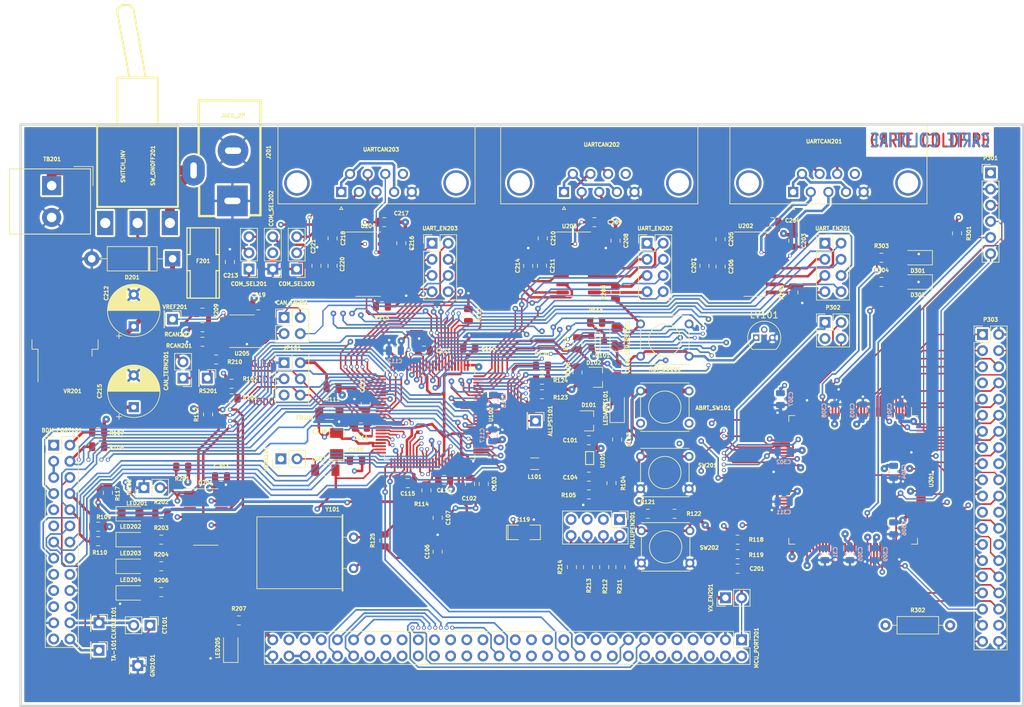
<source format=kicad_pcb>
(kicad_pcb (version 20211014) (generator pcbnew)
  (title_block (title "Demo Kicad") (date "2015-10-09") (rev "2"))
  (layers (0 "F.Cu" signal "Top_layer") (1 "In1.Cu" power "GND_layer") (2 "In2.Cu" power "VDD_layer") (31 "B.Cu" signal "Bottom_layer") (34 "B.Paste" user) (35 "F.Paste" user) (36 "B.SilkS" user "B.Silkscreen") (37 "F.SilkS" user "F.Silkscreen") (38 "B.Mask" user) (39 "F.Mask" user) (44 "Edge.Cuts" user))
  (net 0 "")
  (net 1 "/ALLPST")
  (net 2 "/AN2")
  (net 3 "/AN3")
  (net 4 "/AN4")
  (net 5 "/AN6")
  (net 6 "/BKPT-")
  (net 8 "/CLKMOD0")
  (net 9 "/CLKMOD1")
  (net 10 "/DDAT0")
  (net 11 "/DDAT1")
  (net 12 "/DDAT2")
  (net 13 "/DDAT3")
  (net 14 "/DSCLK")
  (net 15 "/DSI")
  (net 16 "/DSO")
  (net 17 "/DTIN1")
  (net 18 "/GPT1")
  (net 19 "/GPT3")
  (net 20 "/IRQ-5")
  (net 21 "/IRQ-6")
  (net 22 "/IRQ-7")
  (net 23 "/JTAG_EN")
  (net 24 "/PST0")
  (net 25 "/PST1")
  (net 26 "/PST2")
  (net 27 "/PST3")
  (net 28 "/QSPI_CS3")
  (net 29 "/TCLK")
  (net 30 "/VDDPLL")
  (net 31 "/inout_user/CAN_H")
  (net 32 "/inout_user/CAN_L")
  (net 33 "/inout_user/CTS0")
  (net 34 "/inout_user/CTS1")
  (net 36 "/inout_user/RTS0")
  (net 37 "/inout_user/RTS1")
  (net 38 "/inout_user/RTS2")
  (net 39 "/inout_user/RXD0")
  (net 40 "/inout_user/RXD1")
  (net 41 "/inout_user/RXD2")
  (net 42 "/inout_user/RxD_CAN")
  (net 43 "/inout_user/TXD0")
  (net 44 "/inout_user/TXD1")
  (net 46 "/inout_user/TxD_CAN")
  (net 47 "/xilinx/+3,3V_OUT")
  (net 48 "/xilinx/LED_TEST1")
  (net 49 "/xilinx/LED_TEST2")
  (net 50 "/xilinx/TCK")
  (net 51 "/xilinx/TDI")
  (net 52 "/xilinx/TDO")
  (net 53 "/xilinx/TMS")
  (net 54 "/xilinx/XIL_D0")
  (net 55 "/xilinx/XIL_D1")
  (net 56 "/xilinx/XIL_D10")
  (net 57 "/xilinx/XIL_D11")
  (net 58 "/xilinx/XIL_D12")
  (net 59 "/xilinx/XIL_D13")
  (net 60 "/xilinx/XIL_D14")
  (net 61 "/xilinx/XIL_D15")
  (net 62 "/xilinx/XIL_D16")
  (net 63 "/xilinx/XIL_D17")
  (net 64 "/xilinx/XIL_D18")
  (net 65 "/xilinx/XIL_D19")
  (net 66 "/xilinx/XIL_D2")
  (net 67 "/xilinx/XIL_D20")
  (net 68 "/xilinx/XIL_D21")
  (net 69 "/xilinx/XIL_D22")
  (net 70 "/xilinx/XIL_D23")
  (net 71 "/xilinx/XIL_D24")
  (net 72 "/xilinx/XIL_D25")
  (net 73 "/xilinx/XIL_D26")
  (net 74 "/xilinx/XIL_D27")
  (net 75 "/xilinx/XIL_D28")
  (net 76 "/xilinx/XIL_D29")
  (net 77 "/xilinx/XIL_D3")
  (net 78 "/xilinx/XIL_D30")
  (net 79 "/xilinx/XIL_D31")
  (net 80 "/xilinx/XIL_D32")
  (net 81 "/xilinx/XIL_D33")
  (net 82 "/xilinx/XIL_D34")
  (net 83 "/xilinx/XIL_D35")
  (net 84 "/xilinx/XIL_D36")
  (net 85 "/xilinx/XIL_D4")
  (net 86 "/xilinx/XIL_D5")
  (net 87 "/xilinx/XIL_D6")
  (net 88 "/xilinx/XIL_D7")
  (net 89 "/xilinx/XIL_D8")
  (net 90 "/xilinx/XIL_D9")
  (net 91 "GND")
  (net 92 "GNDA")
  (net 93 "/AN0")
  (net 94 "/AN1")
  (net 95 "/QSPI_CS0")
  (net 96 "/AN5")
  (net 97 "/AN7")
  (net 98 "/IRQ-4")
  (net 99 "/DTIN0")
  (net 100 "/DTIN2")
  (net 101 "/DTIN3")
  (net 102 "/GPT0")
  (net 103 "/GPT2")
  (net 104 "+3.3V")
  (net 105 "/VCCA")
  (net 106 "/IRQ-1")
  (net 107 "/IRQ-2")
  (net 108 "/IRQ-3")
  (net 109 "/XTAL")
  (net 110 "/RCON-")
  (net 111 "/RSTO-")
  (net 112 "/RSTI-")
  (net 113 "/QSPI_CS1")
  (net 114 "/URTS1")
  (net 115 "/UCTS1")
  (net 116 "/QSPI_CLK")
  (net 117 "/DSPI_DOUT")
  (net 118 "/QSPI_DIN")
  (net 119 "/QSPI_CS2")
  (net 120 "/URXD1")
  (net 121 "/UTXD1")
  (net 122 "/PWM7")
  (net 123 "/PWM5")
  (net 124 "/PWM1")
  (net 125 "/PWM3")
  (net 126 "/URTS2")
  (net 127 "/UTXD2")
  (net 128 "/URXD2")
  (net 129 "/UCTS2")
  (net 130 "/CANRX")
  (net 131 "/CANTX")
  (net 132 "/URTS0")
  (net 133 "/UTXD0")
  (net 134 "/URXD0")
  (net 135 "/UCTS0")
  (net 136 "Net-(ABRT_SW101-Pad1)")
  (net 137 "Net-(BDM_PORT101-Pad26)")
  (net 138 "Net-(BDM_PORT101-Pad6)")
  (net 139 "Net-(C104-Pad1)")
  (net 140 "Net-(C105-Pad1)")
  (net 141 "Net-(C201-Pad2)")
  (net 142 "Net-(C204-Pad2)")
  (net 143 "Net-(C205-Pad2)")
  (net 144 "Net-(C205-Pad1)")
  (net 145 "Net-(C206-Pad2)")
  (net 146 "Net-(C206-Pad1)")
  (net 147 "Net-(C207-Pad1)")
  (net 148 "Net-(C209-Pad2)")
  (net 149 "Net-(C210-Pad2)")
  (net 150 "Net-(C210-Pad1)")
  (net 151 "Net-(C211-Pad2)")
  (net 152 "Net-(C211-Pad1)")
  (net 153 "Net-(C212-Pad1)")
  (net 154 "Net-(C214-Pad1)")
  (net 155 "Net-(C217-Pad2)")
  (net 156 "Net-(C218-Pad2)")
  (net 157 "Net-(C218-Pad1)")
  (net 158 "Net-(C220-Pad2)")
  (net 159 "Net-(C220-Pad1)")
  (net 160 "Net-(C221-Pad1)")
  (net 161 "Net-(CAN_TERM201-Pad2)")
  (net 162 "Net-(COM_SEL201-Pad3)")
  (net 163 "Net-(COM_SEL202-Pad3)")
  (net 164 "Net-(COM_SEL203-Pad3)")
  (net 165 "Net-(D101-Pad1)")
  (net 166 "Net-(D301-Pad2)")
  (net 167 "Net-(D302-Pad2)")
  (net 168 "Net-(F201-Pad1)")
  (net 169 "Net-(J201-Pad3)")
  (net 170 "Net-(L102-Pad1)")
  (net 171 "Net-(LED201-Pad2)")
  (net 172 "Net-(LED202-Pad2)")
  (net 173 "Net-(LED203-Pad2)")
  (net 174 "Net-(LED204-Pad2)")
  (net 175 "Net-(LED205-Pad2)")
  (net 176 "Net-(LEDABRT101-Pad1)")
  (net 177 "Net-(P302-Pad4)")
  (net 178 "Net-(P302-Pad2)")
  (net 179 "Net-(PULUPEN201-Pad8)")
  (net 180 "Net-(PULUPEN201-Pad6)")
  (net 181 "Net-(PULUPEN201-Pad4)")
  (net 182 "Net-(PULUPEN201-Pad2)")
  (net 183 "Net-(Q101-Pad3)")
  (net 184 "Net-(Q101-Pad2)")
  (net 185 "Net-(R113-Pad1)")
  (net 186 "Net-(R114-Pad1)")
  (net 187 "Net-(R202-Pad2)")
  (net 188 "Net-(R203-Pad2)")
  (net 189 "Net-(R204-Pad2)")
  (net 190 "Net-(R205-Pad2)")
  (net 191 "Net-(R206-Pad2)")
  (net 192 "Net-(R208-Pad2)")
  (net 193 "Net-(R210-Pad1)")
  (net 194 "Net-(R215-Pad2)")
  (net 195 "Net-(U202-Pad12)")
  (net 196 "Net-(U202-Pad11)")
  (net 197 "Net-(U202-Pad9)")
  (net 198 "Net-(U203-Pad12)")
  (net 199 "Net-(U203-Pad11)")
  (net 200 "Net-(U203-Pad9)")
  (net 201 "Net-(U204-Pad12)")
  (net 202 "Net-(U204-Pad10)")
  (net 203 "Net-(U204-Pad9)")
  (net 204 "Net-(U205-Pad5)")
  (net 205 "Net-(UARTCAN201-Pad1)")
  (net 206 "Net-(UARTCAN202-Pad1)")
  (net 207 "Net-(UARTCAN203-Pad1)")
  (net 208 "Net-(JP201-Pad2)")
  (net 209 "Net-(LED_RST101-Pad2)")
  (net 210 "/CLKIN{slash}EXTAL")
  (net 211 "/inout_user/TXD2{slash}CANL")
  (net 212 "/inout_user/CTS2{slash}CANH")
  (footprint "kit-dev-coldfire:SW_PUSH_SMALL" (layer "F.Cu") (at 172.339 100.33)
    (fp_text reference "ABRT_SW101")
    (fp_text value "SW_PUSH")
  )
  (footprint "Connector_PinHeader_2.54mm:PinHeader_1x01_P2.54mm_Vertical" (layer "F.Cu") (at 152.019 102.489 -90)
    (fp_text reference "ALLPST101")
    (fp_text value "CONN_1")
  )
  (footprint "Connector_PinHeader_2.54mm:PinHeader_2x13_P2.54mm_Vertical" (layer "F.Cu") (at 76.327 106.299)
    (fp_text reference "BDM_PORT101")
    (fp_text value "CONN_13X2")
  )
  (footprint "Capacitor_SMD:C_0805_2012Metric" (layer "F.Cu") (at 136.652 117.729 -90)
    (fp_text reference "C107")
    (fp_text value "10pF")
  )
  (footprint "Capacitor_SMD:C_0805_2012Metric" (layer "F.Cu") (at 136.652 123.063 90)
    (fp_text reference "C106")
    (fp_text value "10pF")
  )
  (footprint "Capacitor_SMD:C_0805_2012Metric" (layer "F.Cu") (at 164.846 94.361 90)
    (fp_text reference "C105")
    (fp_text value "1nF")
  )
  (footprint "Capacitor_SMD:C_0805_2012Metric" (layer "F.Cu") (at 141.605 91.059 180)
    (fp_text reference "C110")
    (fp_text value "100nF")
  )
  (footprint "Capacitor_SMD:C_0805_2012Metric" (layer "F.Cu") (at 134.493 91.44 180)
    (fp_text reference "C111")
    (fp_text value "100nF")
  )
  (footprint "Capacitor_SMD:C_0805_2012Metric" (layer "F.Cu") (at 125.349 99.822 -90)
    (fp_text reference "C113")
    (fp_text value "100nF")
  )
  (footprint "Capacitor_SMD:C_0805_2012Metric" (layer "F.Cu") (at 124.587 103.505 180)
    (fp_text reference "C114")
    (fp_text value "100nF")
  )
  (footprint "Capacitor_SMD:C_0805_2012Metric" (layer "F.Cu") (at 131.953 112.268 180)
    (fp_text reference "C115")
    (fp_text value "100nF")
  )
  (footprint "Capacitor_SMD:C_0805_2012Metric" (layer "F.Cu") (at 137.668 111.76 180)
    (fp_text reference "C116")
    (fp_text value "100nF")
  )
  (footprint "Capacitor_SMD:C_0805_2012Metric" (layer "F.Cu") (at 160.401 105.537)
    (fp_text reference "C101")
    (fp_text value "100nF")
  )
  (footprint "Capacitor_SMD:C_0805_2012Metric" (layer "F.Cu") (at 160.401 111.252 180)
    (fp_text reference "C104")
    (fp_text value "100nF")
  )
  (footprint "kit-dev-coldfire:SM1206POL" (layer "F.Cu") (at 120.777 106.045 90)
    (fp_text reference "C108")
    (fp_text value "10uF" hide)
  )
  (footprint "kit-dev-coldfire:SM1206POL" (layer "F.Cu") (at 150.241 120.015)
    (fp_text reference "C119")
    (fp_text value "100uF" hide)
  )
  (footprint "Capacitor_SMD:C_0805_2012Metric" (layer "F.Cu") (at 123.825 108.712)
    (fp_text reference "C109")
    (fp_text value "100nF")
  )
  (footprint "Capacitor_SMD:C_0805_2012Metric" (layer "F.Cu") (at 141.732 112.395 -90)
    (fp_text reference "C102")
    (fp_text value "1nF")
  )
  (footprint "Capacitor_SMD:C_0805_2012Metric" (layer "F.Cu") (at 143.891 112.395 -90)
    (fp_text reference "C103")
    (fp_text value "100nF")
  )
  (footprint "Capacitor_SMD:C_0805_2012Metric" (layer "F.Cu") (at 192.532 74.168 -90)
    (fp_text reference "C203")
    (fp_text value "100nF")
  )
  (footprint "Capacitor_SMD:C_0805_2012Metric" (layer "F.Cu") (at 189.23 71.247 180)
    (fp_text reference "C204")
    (fp_text value "100nF")
  )
  (footprint "Capacitor_SMD:C_0805_2012Metric" (layer "F.Cu") (at 181.102 73.914 -90)
    (fp_text reference "C205")
    (fp_text value "100nF")
  )
  (footprint "Capacitor_SMD:C_0805_2012Metric" (layer "F.Cu") (at 181.102 78.232 -90)
    (fp_text reference "C206")
    (fp_text value "100nF")
  )
  (footprint "Capacitor_SMD:C_0805_2012Metric" (layer "F.Cu") (at 102.616 111.252)
    (fp_text reference "C202")
    (fp_text value "100nF")
  )
  (footprint "Capacitor_SMD:C_0805_2012Metric" (layer "F.Cu") (at 178.562 78.105 90)
    (fp_text reference "C207")
    (fp_text value "100nF")
  )
  (footprint "Capacitor_SMD:C_0805_2012Metric" (layer "F.Cu") (at 164.592 74.168 -90)
    (fp_text reference "C208")
    (fp_text value "100nF")
  )
  (footprint "Capacitor_SMD:C_0805_2012Metric" (layer "F.Cu") (at 161.29 71.247 180)
    (fp_text reference "C209")
    (fp_text value "100nF")
  )
  (footprint "Capacitor_SMD:C_0805_2012Metric" (layer "F.Cu") (at 153.162 73.787 -90)
    (fp_text reference "C210")
    (fp_text value "100nF")
  )
  (footprint "Capacitor_SMD:C_0805_2012Metric" (layer "F.Cu") (at 153.035 78.105 -90)
    (fp_text reference "C211")
    (fp_text value "100nF")
  )
  (footprint "Capacitor_SMD:C_0805_2012Metric" (layer "F.Cu") (at 150.876 78.105 90)
    (fp_text reference "C214")
    (fp_text value "100nF")
  )
  (footprint "Capacitor_SMD:C_0805_2012Metric" (layer "F.Cu") (at 108.458 84.328)
    (fp_text reference "C219")
    (fp_text value "100nF")
  )
  (footprint "Capacitor_SMD:C_0805_2012Metric" (layer "F.Cu") (at 128.27 71.247 180)
    (fp_text reference "C217")
    (fp_text value "100nF")
  )
  (footprint "Capacitor_SMD:C_0805_2012Metric" (layer "F.Cu") (at 120.142 78.105 -90)
    (fp_text reference "C220")
    (fp_text value "100nF")
  )
  (footprint "Capacitor_THT:CP_Radial_D8.0mm_P5.00mm" (layer "F.Cu") (at 88.9 87.63 90)
    (fp_text reference "C212")
    (fp_text value "10uF")
  )
  (footprint "Capacitor_THT:CP_Radial_D8.0mm_P5.00mm" (layer "F.Cu") (at 88.9 100.33 90)
    (fp_text reference "C215")
    (fp_text value "220uF")
  )
  (footprint "Capacitor_SMD:C_0805_2012Metric" (layer "F.Cu") (at 104 77.5 90)
    (fp_text reference "C213")
    (fp_text value "100nF")
  )
  (footprint "Capacitor_SMD:C_0805_2012Metric" (layer "F.Cu") (at 183.769 125.73)
    (fp_text reference "C201")
    (fp_text value "100nF")
  )
  (footprint "Capacitor_SMD:C_0805_2012Metric" (layer "F.Cu") (at 120.142 73.787 -90)
    (fp_text reference "C218")
    (fp_text value "100nF")
  )
  (footprint "Capacitor_SMD:C_0805_2012Metric" (layer "F.Cu") (at 117.602 78.105 90)
    (fp_text reference "C221")
    (fp_text value "100nF")
  )
  (footprint "Capacitor_SMD:C_0805_2012Metric" (layer "F.Cu") (at 130.937 74.549 -90)
    (fp_text reference "C216")
    (fp_text value "100nF")
  )
  (footprint "Connector_PinHeader_2.54mm:PinHeader_1x02_P2.54mm_Vertical" (layer "F.Cu") (at 96.647 95.758 180)
    (fp_text reference "CAN_TERM201")
    (fp_text value "JUMPER")
  )
  (footprint "Connector_PinHeader_2.54mm:PinHeader_1x01_P2.54mm_Vertical" (layer "F.Cu") (at 83.439 134.239 -90)
    (fp_text reference "CLKOUT101")
    (fp_text value "CONN_1")
  )
  (footprint "Connector_PinHeader_2.54mm:PinHeader_1x03_P2.54mm_Vertical" (layer "F.Cu") (at 114.5 78.613 180)
    (fp_text reference "COM_SEL203")
    (fp_text value "CONN_3")
  )
  (footprint "Connector_PinHeader_2.54mm:PinHeader_1x03_P2.54mm_Vertical" (layer "F.Cu") (at 110.744 78.613 180)
    (fp_text reference "COM_SEL202")
    (fp_text value "CONN_3")
  )
  (footprint "Connector_PinHeader_2.54mm:PinHeader_1x02_P2.54mm_Vertical" (layer "F.Cu") (at 91.44 134.62 -90)
    (fp_text reference "CT101")
    (fp_text value "JUMPER")
  )
  (footprint "Diode_SMD:D_SOT-23_ANK" (layer "F.Cu") (at 160.401 102.489)
    (fp_text reference "D101")
    (fp_text value "BAT54")
  )
  (footprint "Diode_SMD:D_SOT-23_ANK" (layer "F.Cu") (at 161.798 95.631)
    (fp_text reference "D102")
    (fp_text value "BAT54")
  )
  (footprint "Diode_THT:D_DO-15_P12.70mm_Horizontal" (layer "F.Cu") (at 95 77 180)
    (fp_text reference "D201")
    (fp_text value "1N4004")
  )
  (footprint "LED_SMD:LED_1206_3216Metric" (layer "F.Cu") (at 212.09 76.835 180)
    (fp_text reference "D301")
    (fp_text value "LED")
  )
  (footprint "LED_SMD:LED_1206_3216Metric" (layer "F.Cu") (at 212.09 80.645 180)
    (fp_text reference "D302")
    (fp_text value "LED")
  )
  (footprint "kit-dev-coldfire:FSUPCMS" (layer "F.Cu") (at 99.8 77.6 -90)
    (fp_text reference "F201")
    (fp_text value "FUSE")
  )
  (footprint "Resistor_SMD:R_1206_3216Metric_Pad1.24x1.80mm_HandSolder" (layer "F.Cu") (at 119.634 101.346 180)
    (fp_text reference "FB101")
    (fp_text value "BEAD")
  )
  (footprint "Connector_PinHeader_2.54mm:PinHeader_1x01_P2.54mm_Vertical" (layer "F.Cu") (at 89.535 140.97 -90)
    (fp_text reference "GND101")
    (fp_text value "CONN_1")
  )
  (footprint "kit-dev-coldfire:JACK_ALIM" (layer "F.Cu") (at 104.5 60 -90)
    (fp_text reference "J201")
    (fp_text value "JACK_2P")
  )
  (footprint "Resistor_SMD:R_1206_3216Metric_Pad1.24x1.80mm_HandSolder" (layer "F.Cu") (at 118.999 110.236)
    (fp_text reference "L102")
    (fp_text value "10uH")
  )
  (footprint "Resistor_SMD:R_1206_3216Metric_Pad1.24x1.80mm_HandSolder" (layer "F.Cu") (at 151.892 109.22 180)
    (fp_text reference "L101")
    (fp_text value "10uH")
  )
  (footprint "LED_SMD:LED_1206_3216Metric" (layer "F.Cu") (at 88.392 117.094)
    (fp_text reference "LED201")
    (fp_text value "LED")
  )
  (footprint "LED_SMD:LED_1206_3216Metric" (layer "F.Cu") (at 88.392 121.158)
    (fp_text reference "LED202")
    (fp_text value "LED")
  )
  (footprint "LED_SMD:LED_1206_3216Metric" (layer "F.Cu") (at 88.392 125.349)
    (fp_text reference "LED203")
    (fp_text value "LED")
  )
  (footprint "LED_SMD:LED_1206_3216Metric" (layer "F.Cu") (at 88.392 129.54)
    (fp_text reference "LED204")
    (fp_text value "LED")
  )
  (footprint "LED_SMD:LED_1206_3216Metric" (layer "F.Cu") (at 104.14 138.176 90)
    (fp_text reference "LED205")
    (fp_text value "LED")
  )
  (footprint "LED_SMD:LED_1206_3216Metric" (layer "F.Cu") (at 164.846 100.457 90)
    (fp_text reference "LEDABRT101")
    (fp_text value "LED_RED")
  )
  (footprint "Package_TO_SOT_THT:TO-92_Molded_Narrow" (layer "F.Cu") (at 186.69 89.408)
    (fp_text reference "LV101")
    (fp_text value "DS1818")
  )
  (footprint "Connector_PinHeader_2.54mm:PinHeader_2x30_P2.54mm_Vertical" (layer "F.Cu") (at 184.404 136.906 -90)
    (fp_text reference "MCU_PORT201")
    (fp_text value "CONN_30X2")
  )
  (footprint "Connector_PinHeader_2.54mm:PinHeader_1x06_P2.54mm_Vertical" (layer "F.Cu") (at 223.52 63.5)
    (fp_text reference "P301")
    (fp_text value "CONN_6")
  )
  (footprint "Connector_PinHeader_2.54mm:PinHeader_2x20_P2.54mm_Vertical" (layer "F.Cu") (at 222.25 88.9)
    (fp_text reference "P303")
    (fp_text value "CONN_20X2")
  )
  (footprint "Connector_PinHeader_2.54mm:PinHeader_2x04_P2.54mm_Vertical" (layer "F.Cu") (at 165.227 117.983 -90)
    (fp_text reference "PULUPEN201")
    (fp_text value "CONN_4X2")
  )
  (footprint "kit-dev-coldfire:SOT23EBC" (layer "F.Cu") (at 161.798 90.043 90)
    (fp_text reference "Q101")
    (fp_text value "3906" hide)
  )
  (footprint "Resistor_SMD:R_0805_2012Metric" (layer "F.Cu") (at 128.27 121.285 90)
    (fp_text reference "R125")
    (fp_text value "1M")
  )
  (footprint "Resistor_SMD:R_0805_2012Metric" (layer "F.Cu") (at 104.267 96.647)
    (fp_text reference "R102")
    (fp_text value "4,7K")
  )
  (footprint "Resistor_SMD:R_0805_2012Metric" (layer "F.Cu") (at 183.769 121.158 180)
    (fp_text reference "R118")
    (fp_text value "10K")
  )
  (footprint "Resistor_SMD:R_0805_2012Metric" (layer "F.Cu") (at 183.769 123.444 180)
    (fp_text reference "R119")
    (fp_text value "10K")
  )
  (footprint "Resistor_SMD:R_0805_2012Metric" (layer "F.Cu") (at 153.035 93.853)
    (fp_text reference "R120")
    (fp_text value "10K")
  )
  (footprint "Resistor_SMD:R_0805_2012Metric" (layer "F.Cu") (at 163.957 112.268 -90)
    (fp_text reference "R104")
    (fp_text value "1K")
  )
  (footprint "Resistor_SMD:R_0805_2012Metric" (layer "F.Cu") (at 169.672 117.094)
    (fp_text reference "R121")
    (fp_text value "10K")
  )
  (footprint "Resistor_SMD:R_0805_2012Metric" (layer "F.Cu") (at 141.478 85.852 90)
    (fp_text reference "R113")
    (fp_text value "0")
  )
  (footprint "Resistor_SMD:R_0805_2012Metric" (layer "F.Cu") (at 173.863 117.094 180)
    (fp_text reference "R122")
    (fp_text value "10K")
  )
  (footprint "Resistor_SMD:R_0805_2012Metric" (layer "F.Cu") (at 153.035 98.298)
    (fp_text reference "R123")
    (fp_text value "10K")
  )
  (footprint "Resistor_SMD:R_0805_2012Metric" (layer "F.Cu") (at 160.401 114.046 180)
    (fp_text reference "R105")
    (fp_text value "20K")
  )
  (footprint "Resistor_SMD:R_0805_2012Metric" (layer "F.Cu") (at 153.035 96.012)
    (fp_text reference "R124")
    (fp_text value "10K")
  )
  (footprint "Resistor_SMD:R_0805_2012Metric" (layer "F.Cu") (at 164.846 105.41 -90)
    (fp_text reference "R103")
    (fp_text value "270")
  )
  (footprint "Resistor_SMD:R_0805_2012Metric" (layer "F.Cu") (at 158.623 94.869 90)
    (fp_text reference "R106")
    (fp_text value "4,7K")
  )
  (footprint "Resistor_SMD:R_0805_2012Metric" (layer "F.Cu") (at 120.142 97.282 180)
    (fp_text reference "R111")
    (fp_text value "4,7K")
  )
  (footprint "Resistor_SMD:R_0805_2012Metric" (layer "F.Cu") (at 83.312 104.267 180)
    (fp_text reference "R107")
    (fp_text value "4,7K")
  )
  (footprint "Resistor_SMD:R_0805_2012Metric" (layer "F.Cu") (at 83.312 106.553 180)
    (fp_text reference "R108")
    (fp_text value "4,7K")
  )
  (footprint "Resistor_SMD:R_0805_2012Metric" (layer "F.Cu") (at 83.312 119.126 180)
    (fp_text reference "R109")
    (fp_text value "4,7K")
  )
  (footprint "Resistor_SMD:R_0805_2012Metric" (layer "F.Cu") (at 83.312 121.412 180)
    (fp_text reference "R110")
    (fp_text value "4,7K")
  )
  (footprint "Resistor_SMD:R_0805_2012Metric" (layer "F.Cu") (at 158.623 90.297 90)
    (fp_text reference "R115")
    (fp_text value "4.7K")
  )
  (footprint "Resistor_SMD:R_0805_2012Metric" (layer "F.Cu") (at 161.544 86.995)
    (fp_text reference "R116")
    (fp_text value "270")
  )
  (footprint "Resistor_SMD:R_0805_2012Metric" (layer "F.Cu") (at 127.889 84.455 180)
    (fp_text reference "R215")
    (fp_text value "10K")
  )
  (footprint "Resistor_SMD:R_0805_2012Metric" (layer "F.Cu") (at 104.267 98.933)
    (fp_text reference "R101")
    (fp_text value "4,7K")
  )
  (footprint "Resistor_SMD:R_0805_2012Metric" (layer "F.Cu") (at 84.836 113.792 -90)
    (fp_text reference "R117")
    (fp_text value "10K")
  )
  (footprint "Resistor_SMD:R_0805_2012Metric" (layer "F.Cu") (at 93.218 117.094)
    (fp_text reference "R202")
    (fp_text value "270")
  )
  (footprint "Resistor_SMD:R_0805_2012Metric" (layer "F.Cu") (at 192.532 82.296 90)
    (fp_text reference "R205")
    (fp_text value "10K")
  )
  (footprint "Resistor_SMD:R_0805_2012Metric" (layer "F.Cu") (at 93.218 121.158)
    (fp_text reference "R203")
    (fp_text value "270")
  )
  (footprint "Resistor_SMD:R_0805_2012Metric" (layer "F.Cu") (at 93.218 125.349)
    (fp_text reference "R204")
    (fp_text value "270")
  )
  (footprint "Resistor_SMD:R_0805_2012Metric" (layer "F.Cu") (at 93.218 129.413)
    (fp_text reference "R206")
    (fp_text value "270")
  )
  (footprint "Resistor_SMD:R_0805_2012Metric" (layer "F.Cu") (at 96.52 109.728 180)
    (fp_text reference "R201")
    (fp_text value "10K")
  )
  (footprint "Resistor_SMD:R_0805_2012Metric" (layer "F.Cu") (at 164.592 82.296 90)
    (fp_text reference "R208")
    (fp_text value "10K")
  )
  (footprint "Resistor_SMD:R_0805_2012Metric" (layer "F.Cu") (at 101.854 92.837)
    (fp_text reference "R210")
    (fp_text value "1K")
  )
  (footprint "Resistor_SMD:R_0805_2012Metric" (layer "F.Cu") (at 99.695 85.471 180)
    (fp_text reference "R209")
    (fp_text value "62")
  )
  (footprint "Resistor_SMD:R_0805_2012Metric" (layer "F.Cu") (at 100.584 101.473 90)
    (fp_text reference "R112")
    (fp_text value "4,7K")
  )
  (footprint "Resistor_SMD:R_0805_2012Metric" (layer "F.Cu") (at 134.874 113.411 -90)
    (fp_text reference "R114")
    (fp_text value "22")
  )
  (footprint "Resistor_SMD:R_0805_2012Metric" (layer "F.Cu") (at 157.734 125.476 90)
    (fp_text reference "R214")
    (fp_text value "4,7K")
  )
  (footprint "Resistor_SMD:R_0805_2012Metric" (layer "F.Cu") (at 160.274 125.476 90)
    (fp_text reference "R213")
    (fp_text value "4,7K")
  )
  (footprint "Resistor_SMD:R_0805_2012Metric" (layer "F.Cu") (at 162.814 125.476 90)
    (fp_text reference "R212")
    (fp_text value "4,7K")
  )
  (footprint "Resistor_SMD:R_0805_2012Metric" (layer "F.Cu") (at 165.354 125.476 90)
    (fp_text reference "R211")
    (fp_text value "4,7K")
  )
  (footprint "Resistor_SMD:R_0805_2012Metric" (layer "F.Cu") (at 105.41 133.858)
    (fp_text reference "R207")
    (fp_text value "270")
  )
  (footprint "Resistor_SMD:R_0805_2012Metric" (layer "F.Cu") (at 218.25 73 -90)
    (fp_text reference "R301")
    (fp_text value "4K7")
  )
  (footprint "Resistor_SMD:R_0805_2012Metric" (layer "F.Cu") (at 206.375 76.835)
    (fp_text reference "R303")
    (fp_text value "1K")
  )
  (footprint "Resistor_SMD:R_0805_2012Metric" (layer "F.Cu") (at 206.375 80.645)
    (fp_text reference "R304")
    (fp_text value "1K")
  )
  (footprint "Resistor_THT:R_Axial_DIN0207_L6.3mm_D2.5mm_P10.16mm_Horizontal" (layer "F.Cu") (at 207.01 134.62)
    (fp_text reference "R302")
    (fp_text value "3,3")
  )
  (footprint "Resistor_SMD:R_0805_2012Metric" (layer "F.Cu") (at 99.695 87.757)
    (fp_text reference "RCAN202")
    (fp_text value "R")
  )
  (footprint "Resistor_SMD:R_0805_2012Metric" (layer "F.Cu") (at 99.695 90.043)
    (fp_text reference "RCAN201")
    (fp_text value "R")
  )
  (footprint "LED_SMD:LED_1206_3216Metric" (layer "F.Cu") (at 164.846 89.281 90)
    (fp_text reference "LED_RST101")
    (fp_text value "LED_RED")
  )
  (footprint "Connector_PinHeader_2.54mm:PinHeader_1x01_P2.54mm_Vertical" (layer "F.Cu") (at 100.457 95.758 -90)
    (fp_text reference "RS201")
    (fp_text value "CONN_1")
  )
  (footprint "kit-dev-coldfire:SW_PUSH_SMALL" (layer "F.Cu") (at 172.339 89.789 180)
    (fp_text reference "RST_SW101")
    (fp_text value "SW_PUSH")
  )
  (footprint "kit-dev-coldfire:SW_PUSH_SMALL" (layer "F.Cu") (at 172.339 110.617)
    (fp_text reference "SW201")
    (fp_text value "SW_PUSH")
  )
  (footprint "kit-dev-coldfire:SW_PUSH_SMALL" (layer "F.Cu") (at 172.466 122.301)
    (fp_text reference "SW202")
    (fp_text value "SW_PUSH")
  )
  (footprint "kit-dev-coldfire:SW_SPDT" (layer "F.Cu") (at 89.5 71.374 90)
    (fp_text reference "SW_ONOFF201")
    (fp_text value "SWITCH_INV")
  )
  (footprint "Connector_PinHeader_2.54mm:PinHeader_1x01_P2.54mm_Vertical" (layer "F.Cu") (at 83.439 138.557 -90)
    (fp_text reference "TA-101")
    (fp_text value "CONN_1")
  )
  (footprint "TerminalBlock_Altech:Altech_AK300_1x02_P5.00mm_45-Degree" (layer "F.Cu") (at 76 65.5 -90)
    (fp_text reference "TB201")
    (fp_text value "CONN_2")
  )
  (footprint "Package_QFP:LQFP-100_14x14mm_P0.5mm" (layer "F.Cu") (at 135.382 101.473 -90)
    (fp_text reference "U102")
    (fp_text value "MCF5213-LQFP100")
  )
  (footprint "kit-dev-coldfire:SOT353" (layer "F.Cu") (at 160.528 108.331)
    (fp_text reference "U101")
    (fp_text value "74AHC1G14" hide)
  )
  (footprint "Package_SO:SOIC-16_3.9x9.9mm_P1.27mm" (layer "F.Cu") (at 186.69 77.851)
    (fp_text reference "U202")
    (fp_text value "MAX202")
  )
  (footprint "Package_SO:SOIC-16_3.9x9.9mm_P1.27mm" (layer "F.Cu") (at 158.75 77.851)
    (fp_text reference "U203")
    (fp_text value "MAX202")
  )
  (footprint "Package_SO:SOIC-8_3.9x4.9mm_P1.27mm" (layer "F.Cu") (at 105.918 88.392 180)
    (fp_text reference "U205")
    (fp_text value "PCA82C251")
  )
  (footprint "Package_SO:SOIC-16_3.9x9.9mm_P1.27mm" (layer "F.Cu") (at 125.73 77.851)
    (fp_text reference "U204")
    (fp_text value "MAX202")
  )
  (footprint "Connector_PinHeader_2.54mm:PinHeader_2x04_P2.54mm_Vertical" (layer "F.Cu") (at 197.485 74.549)
    (fp_text reference "UART_EN201")
    (fp_text value "CONN_4X2")
  )
  (footprint "Connector_PinHeader_2.54mm:PinHeader_2x04_P2.54mm_Vertical" (layer "F.Cu") (at 169.545 74.549)
    (fp_text reference "UART_EN202")
    (fp_text value "CONN_4X2")
  )
  (footprint "Connector_PinHeader_2.54mm:PinHeader_2x04_P2.54mm_Vertical" (layer "F.Cu") (at 135.763 74.549)
    (fp_text reference "UART_EN203")
    (fp_text value "CONN_4X2")
  )
  (footprint "Connector_PinHeader_2.54mm:PinHeader_1x02_P2.54mm_Vertical" (layer "F.Cu") (at 112.014 108.458 90)
    (fp_text reference "VDDA101")
    (fp_text value "JUMPER")
  )
  (footprint "Package_TO_SOT_SMD:TO-263-5_TabPin3" (layer "F.Cu") (at 78.105 88.265 90)
    (fp_text reference "VR201")
    (fp_text value "LT1129_QPACK")
  )
  (footprint "Crystal:Crystal_HC18-U_Horizontal" (layer "F.Cu") (at 123.444 120.777 -90)
    (fp_text reference "Y101")
    (fp_text value "8MHz")
  )
  (footprint "Package_QFP:TQFP-144_20x20mm_P0.5mm" (layer "F.Cu") (at 201.93 111.76 -90)
    (fp_text reference "U301")
    (fp_text value "XCR3256-TQ144")
  )
  (footprint "Connector_PinHeader_2.54mm:PinHeader_2x02_P2.54mm_Vertical" (layer "F.Cu") (at 112.522 86.233)
    (fp_text reference "CAN_EN201")
    (fp_text value "CONN_2X2")
  )
  (footprint "Connector_PinHeader_2.54mm:PinHeader_1x02_P2.54mm_Vertical" (layer "F.Cu") (at 181.864 130.302 90)
    (fp_text reference "VX_EN201")
    (fp_text value "JUMPER")
  )
  (footprint "Package_SO:SOIC-14_3.9x8.7mm_P1.27mm" (layer "F.Cu") (at 100.203 117.602)
    (fp_text reference "U201")
    (fp_text value "74HC125")
  )
  (footprint "Connector_PinHeader_2.54mm:PinHeader_2x03_P2.54mm_Vertical" (layer "F.Cu") (at 112.522 93.345)
    (fp_text reference "JP101")
    (fp_text value "JUMPER_TRIPLE")
  )
  (footprint "Connector_PinHeader_2.54mm:PinHeader_2x02_P2.54mm_Vertical" (layer "F.Cu") (at 197.5 87)
    (fp_text reference "P302")
    (fp_text value "CONN_2X2")
  )
  (footprint "Connector_PinHeader_2.54mm:PinHeader_1x03_P2.54mm_Vertical" (layer "F.Cu") (at 107 78.613 180)
    (fp_text reference "COM_SEL201")
    (fp_text value "CONN_3")
  )
  (footprint "Connector_PinHeader_2.54mm:PinHeader_1x02_P2.54mm_Vertical" (layer "F.Cu") (at 90.5 113 90)
    (fp_text reference "JP201")
    (fp_text value "JUMPER")
  )
  (footprint "Connector_Dsub:DSUB-9_Female_Horizontal_P2.77x2.84mm_EdgePinOffset7.70mm_Housed_MountingHolesOffset9.12mm" (layer "F.Cu") (at 192.5 66.5 180)
    (fp_text reference "UARTCAN201")
    (fp_text value "DB9")
  )
  (footprint "Connector_Dsub:DSUB-9_Female_Horizontal_P2.77x2.84mm_EdgePinOffset7.70mm_Housed_MountingHolesOffset9.12mm" (layer "F.Cu") (at 156.5 66.5 180)
    (fp_text reference "UARTCAN202")
    (fp_text value "DB9")
  )
  (footprint "Connector_Dsub:DSUB-9_Female_Horizontal_P2.77x2.84mm_EdgePinOffset7.70mm_Housed_MountingHolesOffset9.12mm" (layer "F.Cu") (at 121.5 66.5 180)
    (fp_text reference "UARTCAN203")
    (fp_text value "DB9")
  )
  (footprint "Connector_PinHeader_2.54mm:PinHeader_1x01_P2.54mm_Vertical" (layer "F.Cu") (at 95 86.5 -90)
    (fp_text reference "VREF201")
    (fp_text value "CONN_1")
  )
  (footprint "Capacitor_SMD:C_0805_2012Metric" (layer "B.Cu") (at 129.921 91.44 180)
    (fp_text reference "C112")
    (fp_text value "100nF")
  )
  (footprint "Capacitor_SMD:C_0805_2012Metric" (layer "B.Cu") (at 145.288 104.775 90)
    (fp_text reference "C117")
    (fp_text value "100nF")
  )
  (footprint "Capacitor_SMD:C_0805_2012Metric" (layer "B.Cu") (at 145.415 99.314 -90)
    (fp_text reference "C118")
    (fp_text value "100nF")
  )
  (footprint "Capacitor_SMD:C_0805_2012Metric" (layer "B.Cu") (at 209.296 100.838 90)
    (fp_text reference "C301")
    (fp_text value "100nF")
  )
  (footprint "Capacitor_SMD:C_0805_2012Metric" (layer "B.Cu") (at 191.008 107.315 180)
    (fp_text reference "C302")
    (fp_text value "100nF")
  )
  (footprint "Capacitor_SMD:C_0805_2012Metric" (layer "B.Cu") (at 203.454 100.838 90)
    (fp_text reference "C303")
    (fp_text value "100nF")
  )
  (footprint "Capacitor_SMD:C_0805_2012Metric" (layer "B.Cu") (at 208.28 110.49 -90)
    (fp_text reference "C304")
    (fp_text value "100nF")
  )
  (footprint "Capacitor_SMD:C_0805_2012Metric" (layer "B.Cu") (at 201.422 123.444 -90)
    (fp_text reference "C305")
    (fp_text value "100nF")
  )
  (footprint "Capacitor_SMD:C_0805_2012Metric" (layer "B.Cu") (at 208.28 119.38 -90)
    (fp_text reference "C306")
    (fp_text value "100nF")
  )
  (footprint "Capacitor_SMD:C_0805_2012Metric" (layer "B.Cu") (at 190.5 99.06 -90)
    (fp_text reference "C307")
    (fp_text value "100nF")
  )
  (footprint "Capacitor_SMD:C_0805_2012Metric" (layer "B.Cu") (at 199.009 100.838 90)
    (fp_text reference "C308")
    (fp_text value "100nF")
  )
  (footprint "Capacitor_SMD:C_0805_2012Metric" (layer "B.Cu") (at 205.359 123.444 -90)
    (fp_text reference "C309")
    (fp_text value "100nF")
  )
  (footprint "Capacitor_SMD:C_0805_2012Metric" (layer "B.Cu") (at 197.485 123.444 -90)
    (fp_text reference "C310")
    (fp_text value "100nF")
  )
  (footprint "Capacitor_SMD:C_0805_2012Metric" (layer "B.Cu") (at 191.008 115.189 180)
    (fp_text reference "C311")
    (fp_text value "100nF")
  )
  (gr_line (start 71.12 147.32) (end 228.6 147.32) (layer "Edge.Cuts") (width 0.381))
  (gr_line (start 71.12 55.88) (end 71.12 147.32) (layer "Edge.Cuts") (width 0.381))
  (gr_line (start 228.6 55.88) (end 228.6 147.32) (layer "Edge.Cuts") (width 0.381))
  (gr_line (start 228.6 55.88) (end 71.12 55.88) (layer "Edge.Cuts") (width 0.381))
  (gr_text "JTAG_EN\n" (at 108 93.5) (layer "F.Cu") (effects (font (size 1 1) (thickness 0.2))))
  (gr_text "CARTE COLDFIRE" (at 213.995 58.42) (layer "F.Cu") (effects (font (size 2.032 1.524) (thickness 0.3048))))
  (gr_text "MOD1" (at 109 96) (layer "F.Cu") (effects (font (size 1 1) (thickness 0.2))))
  (gr_text "MOD0" (at 109 99.5) (layer "F.Cu") (effects (font (size 1 1) (thickness 0.2))))
  (gr_text "CARTE COLDFIRE" (at 213.995 58.42) (layer "B.Cu") (effects (font (size 2.032 1.524) (thickness 0.3048)) (justify mirror)))
  (segment (start 152.019 102.489) (end 143.129 102.4636) (width 0.254) (layer "F.Cu") (net 1))
  (segment (start 128.8034 104.9782) (end 127.635 104.9782) (width 0.254) (layer "F.Cu") (net 2))
  (segment (start 129.54 105.41) (end 129.032 105.156) (width 0.254) (layer "F.Cu") (net 2))
  (segment (start 129.032 105.156) (end 128.8034 104.9782) (width 0.254) (layer "F.Cu") (net 2))
  (via (at 129.54 105.41) (size 0.635) (drill 0.4) (layers "F.Cu" "B.Cu") (net 2))
  (segment (start 129.54 106.299) (end 129.032 106.299) (width 0.254) (layer "F.Cu") (net 3))
  (segment (start 129.032 105.791) (end 128.7272 105.4862) (width 0.254) (layer "F.Cu") (net 3))
  (segment (start 129.032 106.299) (end 129.032 105.791) (width 0.254) (layer "F.Cu") (net 3))
  (segment (start 128.7272 105.4862) (end 127.635 105.4862) (width 0.254) (layer "F.Cu") (net 3))
  (via (at 129.54 106.299) (size 0.635) (drill 0.4) (layers "F.Cu" "B.Cu") (net 3))
  (segment (start 130.8862 107.6198) (end 130.8862 109.22) (width 0.254) (layer "F.Cu") (net 4))
  (segment (start 131.064 107.442) (end 131.064 106.426) (width 0.254) (layer "F.Cu") (net 4))
  (segment (start 130.8862 107.6198) (end 131.064 107.442) (width 0.254) (layer "F.Cu") (net 4))
  (via (at 131.064 106.426) (size 0.635) (drill 0.4) (layers "F.Cu" "B.Cu") (net 4))
  (segment (start 129.8956 110.3884) (end 129.8956 109.22) (width 0.254) (layer "F.Cu") (net 5))
  (segment (start 129.159 111.125) (end 129.8956 110.3884) (width 0.254) (layer "F.Cu") (net 5))
  (segment (start 129.159 112.014) (end 129.159 111.125) (width 0.254) (layer "F.Cu") (net 5))
  (via (at 129.159 112.014) (size 0.889) (drill 0.4) (layers "F.Cu" "B.Cu") (net 5))
  (segment (start 159.004 139.446) (end 159.004 139.319) (width 0.254) (layer "B.Cu") (net 5))
  (segment (start 157.734 138.049) (end 157.734 136.017) (width 0.254) (layer "B.Cu") (net 5))
  (segment (start 138.43 132.461) (end 129.159 123.19) (width 0.254) (layer "B.Cu") (net 5))
  (segment (start 159.004 139.319) (end 157.734 138.049) (width 0.254) (layer "B.Cu") (net 5))
  (segment (start 154.178 132.461) (end 138.43 132.461) (width 0.254) (layer "B.Cu") (net 5))
  (segment (start 129.159 123.19) (end 129.159 112.014) (width 0.254) (layer "B.Cu") (net 5))
  (segment (start 157.734 136.017) (end 154.178 132.461) (width 0.254) (layer "B.Cu") (net 5))
  (segment (start 144.5514 107.4674) (end 143.129 107.4674) (width 0.254) (layer "F.Cu") (net 6))
  (segment (start 145.288 108.204) (end 144.5514 107.4674) (width 0.254) (layer "F.Cu") (net 6))
  (segment (start 146.431 109.855) (end 145.288 108.712) (width 0.254) (layer "F.Cu") (net 6))
  (segment (start 146.685 109.855) (end 146.431 109.855) (width 0.254) (layer "F.Cu") (net 6))
  (segment (start 145.288 108.712) (end 145.288 108.204) (width 0.254) (layer "F.Cu") (net 6))
  (segment (start 78.867 106.299) (end 80.391 104.775) (width 0.381) (layer "F.Cu") (net 6))
  (segment (start 82.3595 104.267) (end 80.899 104.267) (width 0.4318) (layer "F.Cu") (net 6))
  (segment (start 80.899 104.267) (end 80.391 104.775) (width 0.4318) (layer "F.Cu") (net 6))
  (via (at 146.685 109.855) (size 0.889) (drill 0.4) (layers "F.Cu" "B.Cu") (net 6))
  (via (at 87.63 112.141) (size 0.889) (drill 0.4) (layers "F.Cu" "B.Cu") (net 6))
  (segment (start 87.63 113.13) (end 89.181 114.681) (width 0.254) (layer "B.Cu") (net 6))
  (segment (start 107.696 111.379) (end 110.49 114.173) (width 0.254) (layer "B.Cu") (net 6))
  (segment (start 119.253 112.649) (end 125.476 112.649) (width 0.254) (layer "B.Cu") (net 6))
  (segment (start 141.732 111.76) (end 143.637 109.855) (width 0.254) (layer "B.Cu") (net 6))
  (segment (start 125.476 112.649) (end 127.508 110.617) (width 0.254) (layer "B.Cu") (net 6))
  (segment (start 97.917 113.665) (end 100.203 111.379) (width 0.254) (layer "B.Cu") (net 6))
  (segment (start 95.377 113.665) (end 97.917 113.665) (width 0.254) (layer "B.Cu") (net 6))
  (segment (start 110.49 114.173) (end 117.729 114.173) (width 0.254) (layer "B.Cu") (net 6))
  (segment (start 127.508 110.617) (end 132.461 110.617) (width 0.254) (layer "B.Cu") (net 6))
  (segment (start 100.203 111.379) (end 107.696 111.379) (width 0.254) (layer "B.Cu") (net 6))
  (segment (start 133.604 111.76) (end 141.732 111.76) (width 0.254) (layer "B.Cu") (net 6))
  (segment (start 89.181 114.681) (end 94.361 114.681) (width 0.254) (layer "B.Cu") (net 6))
  (segment (start 117.729 114.173) (end 119.253 112.649) (width 0.254) (layer "B.Cu") (net 6))
  (segment (start 143.637 109.855) (end 146.685 109.855) (width 0.254) (layer "B.Cu") (net 6))
  (segment (start 87.63 112.141) (end 87.63 113.13) (width 0.254) (layer "B.Cu") (net 6))
  (segment (start 94.361 114.681) (end 95.377 113.665) (width 0.254) (layer "B.Cu") (net 6))
  (segment (start 132.461 110.617) (end 133.604 111.76) (width 0.254) (layer "B.Cu") (net 6))
  (segment (start 113.792 97.155) (end 108.345 97.155) (width 0.254) (layer "F.Cu") (net 8))
  (segment (start 115.062 98.425) (end 113.792 97.155) (width 0.254) (layer "F.Cu") (net 8))
  (segment (start 123.19 101.981) (end 123.19 100.965) (width 0.254) (layer "F.Cu") (net 8))
  (segment (start 122.174 99.949) (end 118.11 99.949) (width 0.254) (layer "F.Cu") (net 8))
  (segment (start 118.11 99.949) (end 116.586 98.425) (width 0.254) (layer "F.Cu") (net 8))
  (segment (start 123.19 100.965) (end 122.174 99.949) (width 0.254) (layer "F.Cu") (net 8))
  (segment (start 108.345 97.155) (end 106.567 98.933) (width 0.254) (layer "F.Cu") (net 8))
  (segment (start 106.567 98.933) (end 105.2195 98.933) (width 0.254) (layer "F.Cu") (net 8))
  (segment (start 126.365 102.489) (end 126.111 102.235) (width 0.254) (layer "F.Cu") (net 8))
  (segment (start 127.635 102.489) (end 126.365 102.489) (width 0.254) (layer "F.Cu") (net 8))
  (segment (start 123.444 102.235) (end 123.19 101.981) (width 0.254) (layer "F.Cu") (net 8))
  (segment (start 126.111 102.235) (end 123.444 102.235) (width 0.254) (layer "F.Cu") (net 8))
  (segment (start 116.586 98.425) (end 115.062 98.425) (width 0.254) (layer "F.Cu") (net 8))
  (segment (start 118.618 99.441) (end 115.062 95.885) (width 0.254) (layer "F.Cu") (net 9))
  (segment (start 105.353 96.647) (end 105.2195 96.647) (width 0.254) (layer "F.Cu") (net 9))
  (segment (start 124.587 101.727) (end 122.809 99.949) (width 0.254) (layer "F.Cu") (net 9))
  (segment (start 107.385 94.615) (end 105.353 96.647) (width 0.254) (layer "F.Cu") (net 9))
  (segment (start 113.792 94.615) (end 107.385 94.615) (width 0.254) (layer "F.Cu") (net 9))
  (segment (start 126.238 101.727) (end 124.587 101.727) (width 0.254) (layer "F.Cu") (net 9))
  (segment (start 122.809 99.695) (end 122.555 99.441) (width 0.254) (layer "F.Cu") (net 9))
  (segment (start 126.492 101.981) (end 126.238 101.727) (width 0.254) (layer "F.Cu") (net 9))
  (segment (start 122.555 99.441) (end 118.618 99.441) (width 0.254) (layer "F.Cu") (net 9))
  (segment (start 122.809 99.949) (end 122.809 99.695) (width 0.254) (layer "F.Cu") (net 9))
  (segment (start 127.635 101.981) (end 126.492 101.981) (width 0.254) (layer "F.Cu") (net 9))
  (segment (start 115.062 95.885) (end 113.792 94.615) (width 0.254) (layer "F.Cu") (net 9))
  (segment (start 145.796 107.95) (end 146.558 107.95) (width 0.254) (layer "F.Cu") (net 10))
  (segment (start 144.78 106.9594) (end 144.907 107.061) (width 0.254) (layer "F.Cu") (net 10))
  (segment (start 144.907 107.061) (end 145.796 107.95) (width 0.254) (layer "F.Cu") (net 10))
  (segment (start 143.129 106.9594) (end 144.78 106.9594) (width 0.254) (layer "F.Cu") (net 10))
  (via (at 84.836 108.585) (size 0.635) (drill 0.4) (layers "F.Cu" "B.Cu") (net 10))
  (via (at 146.558 107.95) (size 0.889) (drill 0.4) (layers "F.Cu" "B.Cu") (net 10))
  (segment (start 115.824 106.045) (end 110.3503 106.045) (width 0.254) (layer "B.Cu") (net 10))
  (segment (start 140.97 107.823) (end 137.16 104.013) (width 0.254) (layer "B.Cu") (net 10))
  (segment (start 120.523 103.886) (end 119.888 103.251) (width 0.254) (layer "B.Cu") (net 10))
  (segment (start 116.205 103.886) (end 116.205 105.664) (width 0.254) (layer "B.Cu") (net 10))
  (segment (start 116.205 105.664) (end 115.824 106.045) (width 0.254) (layer "B.Cu") (net 10))
  (segment (start 144.526 107.823) (end 140.97 107.823) (width 0.254) (layer "B.Cu") (net 10))
  (segment (start 135.509 104.013) (end 134.493 102.997) (width 0.254) (layer "B.Cu") (net 10))
  (segment (start 137.16 104.013) (end 135.509 104.013) (width 0.254) (layer "B.Cu") (net 10))
  (segment (start 146.558 107.95) (end 144.653 107.95) (width 0.254) (layer "B.Cu") (net 10))
  (segment (start 108.6993 107.696) (end 85.725 107.696) (width 0.254) (layer "B.Cu") (net 10))
  (segment (start 119.888 103.251) (end 116.84 103.251) (width 0.254) (layer "B.Cu") (net 10))
  (segment (start 110.3503 106.045) (end 108.6993 107.696) (width 0.254) (layer "B.Cu") (net 10))
  (segment (start 85.725 107.696) (end 84.836 108.585) (width 0.254) (layer "B.Cu") (net 10))
  (segment (start 132.842 103.632) (end 122.936 103.632) (width 0.254) (layer "B.Cu") (net 10))
  (segment (start 122.936 103.632) (end 122.682 103.886) (width 0.254) (layer "B.Cu") (net 10))
  (segment (start 116.84 103.251) (end 116.205 103.886) (width 0.254) (layer "B.Cu") (net 10))
  (segment (start 133.477 102.997) (end 132.842 103.632) (width 0.254) (layer "B.Cu") (net 10))
  (segment (start 122.682 103.886) (end 120.523 103.886) (width 0.254) (layer "B.Cu") (net 10))
  (segment (start 144.653 107.95) (end 144.526 107.823) (width 0.254) (layer "B.Cu") (net 10))
  (segment (start 134.493 102.997) (end 133.477 102.997) (width 0.254) (layer "B.Cu") (net 10))
  (segment (start 145.415 106.68) (end 146.558 106.68) (width 0.254) (layer "F.Cu") (net 11))
  (segment (start 143.129 106.4768) (end 145.2118 106.4768) (width 0.254) (layer "F.Cu") (net 11))
  (segment (start 145.2118 106.4768) (end 145.415 106.68) (width 0.254) (layer "F.Cu") (net 11))
  (via (at 83.82 108.585) (size 0.635) (drill 0.4) (layers "F.Cu" "B.Cu") (net 11))
  (via (at 146.558 106.68) (size 0.889) (drill 0.4) (layers "F.Cu" "B.Cu") (net 11))
  (segment (start 118.237 100.838) (end 115.57 103.505) (width 0.254) (layer "B.Cu") (net 11))
  (segment (start 127.381 100.838) (end 118.237 100.838) (width 0.254) (layer "B.Cu") (net 11))
  (segment (start 141.097 107.188) (end 136.017 102.108) (width 0.254) (layer "B.Cu") (net 11))
  (segment (start 141.097 107.188) (end 145.034 107.188) (width 0.254) (layer "B.Cu") (net 11))
  (segment (start 111.6711 103.505) (end 107.9881 107.188) (width 0.254) (layer "B.Cu") (net 11))
  (segment (start 85.217 107.188) (end 83.82 108.585) (width 0.254) (layer "B.Cu") (net 11))
  (segment (start 115.57 103.505) (end 111.6711 103.505) (width 0.254) (layer "B.Cu") (net 11))
  (segment (start 128.651 102.108) (end 127.381 100.838) (width 0.254) (layer "B.Cu") (net 11))
  (segment (start 136.017 102.108) (end 128.651 102.108) (width 0.254) (layer "B.Cu") (net 11))
  (segment (start 146.558 106.68) (end 145.542 106.68) (width 0.254) (layer "B.Cu") (net 11))
  (segment (start 145.034 107.188) (end 145.542 106.68) (width 0.254) (layer "B.Cu") (net 11))
  (segment (start 107.9881 107.188) (end 85.217 107.188) (width 0.254) (layer "B.Cu") (net 11))
  (segment (start 141.351 103.98252) (end 143.129 103.9622) (width 0.254) (layer "F.Cu") (net 12))
  (segment (start 141.351 103.98252) (end 140.43152 103.98252) (width 0.254) (layer "F.Cu") (net 12))
  (segment (start 140.43152 103.98252) (end 139.827 103.378) (width 0.254) (layer "F.Cu") (net 12))
  (segment (start 139.827 103.378) (end 139.827 102.743) (width 0.254) (layer "F.Cu") (net 12))
  (via (at 139.827 102.743) (size 0.889) (drill 0.4) (layers "F.Cu" "B.Cu") (net 12))
  (via (at 81.788 108.585) (size 0.635) (drill 0.4) (layers "F.Cu" "B.Cu") (net 12))
  (segment (start 116.713 100.076) (end 111.571 100.076) (width 0.254) (layer "B.Cu") (net 12))
  (segment (start 105.983 105.664) (end 83.566 105.664) (width 0.254) (layer "B.Cu") (net 12))
  (segment (start 131.572 100.203) (end 136.779 100.203) (width 0.254) (layer "B.Cu") (net 12))
  (segment (start 126.111 96.647) (end 120.142 96.647) (width 0.254) (layer "B.Cu") (net 12))
  (segment (start 111.571 100.076) (end 105.983 105.664) (width 0.254) (layer "B.Cu") (net 12))
  (segment (start 131.572 100.203) (end 129.667 98.298) (width 0.254) (layer "B.Cu") (net 12))
  (segment (start 81.788 107.442) (end 81.788 108.585) (width 0.254) (layer "B.Cu") (net 12))
  (segment (start 120.142 96.647) (end 116.713 100.076) (width 0.254) (layer "B.Cu") (net 12))
  (segment (start 83.566 105.664) (end 81.788 107.442) (width 0.254) (layer "B.Cu") (net 12))
  (segment (start 127.762 98.298) (end 126.111 96.647) (width 0.254) (layer "B.Cu") (net 12))
  (segment (start 136.779 100.203) (end 139.065 102.489) (width 0.254) (layer "B.Cu") (net 12))
  (segment (start 139.065 102.489) (end 139.573 102.489) (width 0.254) (layer "B.Cu") (net 12))
  (segment (start 129.667 98.298) (end 127.762 98.298) (width 0.254) (layer "B.Cu") (net 12))
  (segment (start 139.573 102.489) (end 139.827 102.743) (width 0.254) (layer "B.Cu") (net 12))
  (segment (start 141.3002 103.4542) (end 143.129 103.4796) (width 0.254) (layer "F.Cu") (net 13))
  (segment (start 140.97 103.124) (end 141.3002 103.4542) (width 0.254) (layer "F.Cu") (net 13))
  (via (at 80.264 108.585) (size 0.635) (drill 0.4) (layers "F.Cu" "B.Cu") (net 13))
  (via (at 140.97 103.124) (size 0.889) (drill 0.4) (layers "F.Cu" "B.Cu") (net 13))
  (segment (start 80.264 106.68) (end 82.296 104.648) (width 0.254) (layer "B.Cu") (net 13))
  (segment (start 126.619 95.631) (end 128.27 97.282) (width 0.254) (layer "B.Cu") (net 13))
  (segment (start 82.296 104.648) (end 105.075 104.648) (width 0.254) (layer "B.Cu") (net 13))
  (segment (start 105.075 104.648) (end 110.998 98.725) (width 0.254) (layer "B.Cu") (net 13))
  (segment (start 110.998 97.663) (end 111.506 97.155) (width 0.254) (layer "B.Cu") (net 13))
  (segment (start 119.634 95.631) (end 126.619 95.631) (width 0.254) (layer "B.Cu") (net 13))
  (segment (start 118.11 97.155) (end 119.634 95.631) (width 0.254) (layer "B.Cu") (net 13))
  (segment (start 139.3825 100.9015) (end 137.541 99.06) (width 0.254) (layer "B.Cu") (net 13))
  (segment (start 142.367 101.854) (end 142.367 102.87) (width 0.254) (layer "B.Cu") (net 13))
  (segment (start 110.998 98.725) (end 110.998 97.663) (width 0.254) (layer "B.Cu") (net 13))
  (segment (start 142.113 103.124) (end 140.97 103.124) (width 0.254) (layer "B.Cu") (net 13))
  (segment (start 80.264 108.585) (end 80.264 106.68) (width 0.254) (layer "B.Cu") (net 13))
  (segment (start 128.27 97.282) (end 130.429 97.282) (width 0.254) (layer "B.Cu") (net 13))
  (segment (start 141.4145 100.9015) (end 142.367 101.854) (width 0.254) (layer "B.Cu") (net 13))
  (segment (start 142.367 102.87) (end 142.113 103.124) (width 0.254) (layer "B.Cu") (net 13))
  (segment (start 141.4145 100.9015) (end 139.3825 100.9015) (width 0.254) (layer "B.Cu") (net 13))
  (segment (start 130.429 97.282) (end 132.207 99.06) (width 0.254) (layer "B.Cu") (net 13))
  (segment (start 111.506 97.155) (end 118.11 97.155) (width 0.254) (layer "B.Cu") (net 13))
  (segment (start 132.207 99.06) (end 137.541 99.06) (width 0.254) (layer "B.Cu") (net 13))
  (segment (start 81.153 106.553) (end 80.645 107.061) (width 0.4318) (layer "F.Cu") (net 14))
  (segment (start 82.3595 106.553) (end 81.153 106.553) (width 0.4318) (layer "F.Cu") (net 14))
  (segment (start 78.867 108.839) (end 80.645 107.061) (width 0.381) (layer "F.Cu") (net 14))
  (segment (start 140.97 101.854) (end 142.0876 102.9716) (width 0.254) (layer "F.Cu") (net 14))
  (segment (start 142.0876 102.9716) (end 143.129 102.9716) (width 0.254) (layer "F.Cu") (net 14))
  (via (at 140.97 101.854) (size 0.889) (drill 0.4) (layers "F.Cu" "B.Cu") (net 14))
  (segment (start 128.016 97.79) (end 130.175 97.79) (width 0.254) (layer "B.Cu") (net 14))
  (segment (start 80.518 109.347) (end 81.026 108.839) (width 0.254) (layer "B.Cu") (net 14))
  (segment (start 81.026 108.839) (end 81.026 106.807) (width 0.254) (layer "B.Cu") (net 14))
  (segment (start 79.756 109.347) (end 80.518 109.347) (width 0.254) (layer "B.Cu") (net 14))
  (segment (start 140.9065 101.7905) (end 139.2555 101.7905) (width 0.254) (layer "B.Cu") (net 14))
  (segment (start 105.629 105.156) (end 111.217 99.568) (width 0.254) (layer "B.Cu") (net 14))
  (segment (start 119.888 96.139) (end 126.365 96.139) (width 0.254) (layer "B.Cu") (net 14))
  (segment (start 140.9065 101.7905) (end 140.97 101.854) (width 0.254) (layer "B.Cu") (net 14))
  (segment (start 111.217 99.568) (end 116.459 99.568) (width 0.254) (layer "B.Cu") (net 14))
  (segment (start 131.953 99.568) (end 137.033 99.568) (width 0.254) (layer "B.Cu") (net 14))
  (segment (start 82.677 105.156) (end 105.629 105.156) (width 0.254) (layer "B.Cu") (net 14))
  (segment (start 81.026 106.807) (end 82.677 105.156) (width 0.254) (layer "B.Cu") (net 14))
  (segment (start 126.365 96.139) (end 128.016 97.79) (width 0.254) (layer "B.Cu") (net 14))
  (segment (start 78.867 108.839) (end 79.756 109.347) (width 0.254) (layer "B.Cu") (net 14))
  (segment (start 116.459 99.568) (end 119.888 96.139) (width 0.254) (layer "B.Cu") (net 14))
  (segment (start 130.175 97.79) (end 131.953 99.568) (width 0.254) (layer "B.Cu") (net 14))
  (segment (start 139.2555 101.7905) (end 137.033 99.568) (width 0.254) (layer "B.Cu") (net 14))
  (segment (start 82.3595 117.4115) (end 78.867 113.919) (width 0.4318) (layer "F.Cu") (net 15))
  (segment (start 141.478 106.426) (end 141.9352 105.9688) (width 0.254) (layer "F.Cu") (net 15))
  (segment (start 82.3595 119.126) (end 82.3595 117.4115) (width 0.4318) (layer "F.Cu") (net 15))
  (segment (start 141.9352 105.9688) (end 143.129 105.9688) (width 0.254) (layer "F.Cu") (net 15))
  (via (at 141.478 106.426) (size 0.889) (drill 0.4) (layers "F.Cu" "B.Cu") (net 15))
  (segment (start 84.328 106.68) (end 107.2007 106.68) (width 0.254) (layer "B.Cu") (net 15))
  (segment (start 128.143 100.33) (end 129.159 101.346) (width 0.254) (layer "B.Cu") (net 15))
  (segment (start 107.2007 106.68) (end 112.7887 101.092) (width 0.254) (layer "B.Cu") (net 15))
  (segment (start 136.398 101.346) (end 141.478 106.426) (width 0.254) (layer "B.Cu") (net 15))
  (segment (start 112.7887 101.092) (end 117.221 101.092) (width 0.254) (layer "B.Cu") (net 15))
  (segment (start 117.221 101.092) (end 117.983 100.33) (width 0.254) (layer "B.Cu") (net 15))
  (segment (start 117.983 100.33) (end 128.143 100.33) (width 0.254) (layer "B.Cu") (net 15))
  (segment (start 83.058 107.95) (end 84.328 106.68) (width 0.254) (layer "B.Cu") (net 15))
  (segment (start 79.248 113.03) (end 83.058 109.22) (width 0.254) (layer "B.Cu") (net 15))
  (segment (start 129.159 101.346) (end 136.398 101.346) (width 0.254) (layer "B.Cu") (net 15))
  (segment (start 78.867 113.919) (end 79.248 113.03) (width 0.254) (layer "B.Cu") (net 15))
  (segment (start 83.058 109.22) (end 83.058 107.95) (width 0.254) (layer "B.Cu") (net 15))
  (segment (start 142.0114 105.4862) (end 143.129 105.4608) (width 0.254) (layer "F.Cu") (net 16))
  (segment (start 81.534 121.412) (end 80.391 120.269) (width 0.4318) (layer "F.Cu") (net 16))
  (segment (start 141.478 105.283) (end 142.0114 105.4862) (width 0.254) (layer "F.Cu") (net 16))
  (segment (start 82.3595 121.412) (end 81.534 121.412) (width 0.4318) (layer "F.Cu") (net 16))
  (segment (start 78.867 116.459) (end 80.391 117.983) (width 0.381) (layer "F.Cu") (net 16))
  (segment (start 80.391 117.983) (end 80.391 120.269) (width 0.381) (layer "F.Cu") (net 16))
  (via (at 141.478 105.283) (size 0.635) (drill 0.4) (layers "F.Cu" "B.Cu") (net 16))
  (segment (start 129.54 100.838) (end 136.652 100.838) (width 0.254) (layer "B.Cu") (net 16))
  (segment (start 136.652 100.838) (end 140.97 105.156) (width 0.254) (layer "B.Cu") (net 16))
  (segment (start 120.396 97.155) (end 116.967 100.584) (width 0.254) (layer "B.Cu") (net 16))
  (segment (start 112.1537 100.584) (end 106.5657 106.172) (width 0.254) (layer "B.Cu") (net 16))
  (segment (start 129.54 100.838) (end 125.857 97.155) (width 0.254) (layer "B.Cu") (net 16))
  (segment (start 141.478 105.283) (end 140.97 105.156) (width 0.254) (layer "B.Cu") (net 16))
  (segment (start 78.232 110.109) (end 77.597 110.744) (width 0.254) (layer "B.Cu") (net 16))
  (segment (start 82.55 107.696) (end 82.55 108.839) (width 0.254) (layer "B.Cu") (net 16))
  (segment (start 77.597 110.744) (end 77.597 115.189) (width 0.254) (layer "B.Cu") (net 16))
  (segment (start 82.55 108.839) (end 81.28 110.109) (width 0.254) (layer "B.Cu") (net 16))
  (segment (start 84.074 106.172) (end 82.55 107.696) (width 0.254) (layer "B.Cu") (net 16))
  (segment (start 106.5657 106.172) (end 84.074 106.172) (width 0.254) (layer "B.Cu") (net 16))
  (segment (start 116.967 100.584) (end 112.1537 100.584) (width 0.254) (layer "B.Cu") (net 16))
  (segment (start 125.857 97.155) (end 120.396 97.155) (width 0.254) (layer "B.Cu") (net 16))
  (segment (start 81.28 110.109) (end 78.232 110.109) (width 0.254) (layer "B.Cu") (net 16))
  (segment (start 77.597 115.189) (end 78.867 116.459) (width 0.254) (layer "B.Cu") (net 16))
  (segment (start 130.937 99.187) (end 130.937 95.25) (width 0.254) (layer "F.Cu") (net 17))
  (segment (start 99.822 117.729) (end 99.822 107.569) (width 0.381) (layer "F.Cu") (net 17))
  (segment (start 98.679 118.872) (end 99.822 117.729) (width 0.381) (layer "F.Cu") (net 17))
  (segment (start 129.159 100.965) (end 130.937 99.187) (width 0.254) (layer "F.Cu") (net 17))
  (segment (start 127.635 100.9904) (end 129.159 100.965) (width 0.254) (layer "F.Cu") (net 17))
  (segment (start 99.822 107.569) (end 104.013 103.378) (width 0.381) (layer "F.Cu") (net 17))
  (segment (start 97.409 118.872) (end 98.679 118.872) (width 0.381) (layer "F.Cu") (net 17))
  (via (at 104.013 103.378) (size 0.635) (drill 0.4) (layers "F.Cu" "B.Cu") (net 17))
  (via (at 130.937 95.25) (size 0.635) (drill 0.4) (layers "F.Cu" "B.Cu") (net 17))
  (segment (start 109.982 93.472) (end 109.982 97.917) (width 0.254) (layer "B.Cu") (net 17))
  (segment (start 104.521 103.378) (end 104.013 103.378) (width 0.254) (layer "B.Cu") (net 17))
  (segment (start 109.982 97.917) (end 104.521 103.378) (width 0.254) (layer "B.Cu") (net 17))
  (segment (start 130.683 96.012) (end 128.905 96.012) (width 0.254) (layer "B.Cu") (net 17))
  (segment (start 128.397 94.869) (end 125.73 92.202) (width 0.254) (layer "B.Cu") (net 17))
  (segment (start 130.937 95.758) (end 130.683 96.012) (width 0.254) (layer "B.Cu") (net 17))
  (segment (start 128.397 95.504) (end 128.397 94.869) (width 0.254) (layer "B.Cu") (net 17))
  (segment (start 125.73 92.202) (end 111.252 92.202) (width 0.254) (layer "B.Cu") (net 17))
  (segment (start 111.252 92.202) (end 109.982 93.472) (width 0.254) (layer "B.Cu") (net 17))
  (segment (start 128.905 96.012) (end 128.397 95.504) (width 0.254) (layer "B.Cu") (net 17))
  (segment (start 130.937 95.25) (end 130.937 95.758) (width 0.254) (layer "B.Cu") (net 17))
  (segment (start 134.112 106.045) (end 133.731 106.299) (width 0.254) (layer "F.Cu") (net 18))
  (segment (start 133.731 106.299) (end 133.3754 106.6546) (width 0.254) (layer "F.Cu") (net 18))
  (segment (start 133.3754 106.6546) (end 133.3754 109.22) (width 0.254) (layer "F.Cu") (net 18))
  (via (at 134.112 106.045) (size 0.635) (drill 0.4) (layers "F.Cu" "B.Cu") (net 18))
  (via (at 135.382 135.001) (size 0.635) (drill 0.4) (layers "F.Cu" "B.Cu") (net 18))
  (segment (start 123.444 139.446) (end 122.174 138.176) (width 0.254) (layer "B.Cu") (net 18))
  (segment (start 122.174 138.176) (end 122.174 136.398) (width 0.254) (layer "B.Cu") (net 18))
  (segment (start 135.382 134.366) (end 135.382 135.001) (width 0.254) (layer "B.Cu") (net 18))
  (segment (start 125.349 133.223) (end 134.239 133.223) (width 0.254) (layer "B.Cu") (net 18))
  (segment (start 122.174 136.398) (end 125.349 133.223) (width 0.254) (layer "B.Cu") (net 18))
  (segment (start 134.239 133.223) (end 135.382 134.366) (width 0.254) (layer "B.Cu") (net 18))
  (segment (start 135.001 106.934) (end 134.874 107.569) (width 0.254) (layer "F.Cu") (net 19))
  (segment (start 134.874 107.569) (end 134.8994 109.22) (width 0.254) (layer "F.Cu") (net 19))
  (via (at 137.16 135.001) (size 0.635) (drill 0.4) (layers "F.Cu" "B.Cu") (net 19))
  (via (at 135.001 106.934) (size 0.635) (drill 0.4) (layers "F.Cu" "B.Cu") (net 19))
  (segment (start 135.128 132.207) (end 137.16 134.239) (width 0.254) (layer "B.Cu") (net 19))
  (segment (start 119.634 138.176) (end 119.634 136.398) (width 0.254) (layer "B.Cu") (net 19))
  (segment (start 120.904 139.446) (end 119.634 138.176) (width 0.254) (layer "B.Cu") (net 19))
  (segment (start 123.825 132.207) (end 135.128 132.207) (width 0.254) (layer "B.Cu") (net 19))
  (segment (start 137.16 134.239) (end 137.16 135.001) (width 0.254) (layer "B.Cu") (net 19))
  (segment (start 119.634 136.398) (end 123.825 132.207) (width 0.254) (layer "B.Cu") (net 19))
  (segment (start 176.276 119.761) (end 168.656 119.761) (width 0.4318) (layer "F.Cu") (net 20))
  (segment (start 166.497 117.602) (end 168.656 119.761) (width 0.381) (layer "F.Cu") (net 20))
  (segment (start 166.497 108.331) (end 166.497 117.602) (width 0.381) (layer "F.Cu") (net 20))
  (segment (start 166.116 97.536) (end 166.497 97.917) (width 0.381) (layer "F.Cu") (net 20))
  (segment (start 150.495 100.457) (end 149.733 99.695) (width 0.254) (layer "F.Cu") (net 20))
  (segment (start 138.811 97.282) (end 141.5034 99.9744) (width 0.254) (layer "F.Cu") (net 20))
  (segment (start 141.5034 99.9744) (end 143.129 99.9744) (width 0.254) (layer "F.Cu") (net 20))
  (segment (start 150.495 100.457) (end 160.909 100.457) (width 0.381) (layer "F.Cu") (net 20))
  (segment (start 168.021 105.283) (end 168.021 106.807) (width 0.381) (layer "F.Cu") (net 20))
  (segment (start 149.733 98.425) (end 149.987 98.171) (width 0.254) (layer "F.Cu") (net 20))
  (segment (start 166.497 97.917) (end 166.497 103.759) (width 0.381) (layer "F.Cu") (net 20))
  (segment (start 168.021 106.807) (end 166.497 108.331) (width 0.381) (layer "F.Cu") (net 20))
  (segment (start 149.733 99.695) (end 149.733 98.425) (width 0.254) (layer "F.Cu") (net 20))
  (segment (start 163.83 97.536) (end 166.116 97.536) (width 0.381) (layer "F.Cu") (net 20))
  (segment (start 176.276 118.5545) (end 174.8155 117.094) (width 0.4318) (layer "F.Cu") (net 20))
  (segment (start 176.276 119.761) (end 176.276 118.5545) (width 0.4318) (layer "F.Cu") (net 20))
  (segment (start 160.909 100.457) (end 163.83 97.536) (width 0.381) (layer "F.Cu") (net 20))
  (segment (start 138.811 97.282) (end 138.811 96.266) (width 0.254) (layer "F.Cu") (net 20))
  (segment (start 149.987 98.171) (end 150.495 98.171) (width 0.254) (layer "F.Cu") (net 20))
  (segment (start 166.497 103.759) (end 168.021 105.283) (width 0.381) (layer "F.Cu") (net 20))
  (via (at 138.811 96.266) (size 0.889) (drill 0.4) (layers "F.Cu" "B.Cu") (net 20))
  (via (at 150.495 98.171) (size 0.635) (drill 0.4) (layers "F.Cu" "B.Cu") (net 20))
  (segment (start 138.811 96.266) (end 138.811 97.028) (width 0.254) (layer "B.Cu") (net 20))
  (segment (start 143.51 97.028) (end 148.59 97.028) (width 0.254) (layer "B.Cu") (net 20))
  (segment (start 139.7 97.917) (end 142.621 97.917) (width 0.254) (layer "B.Cu") (net 20))
  (segment (start 150.495 98.171) (end 149.733 98.171) (width 0.254) (layer "B.Cu") (net 20))
  (segment (start 149.733 98.171) (end 148.59 97.028) (width 0.254) (layer "B.Cu") (net 20))
  (segment (start 138.811 97.028) (end 139.7 97.917) (width 0.254) (layer "B.Cu") (net 20))
  (segment (start 142.621 97.917) (end 143.51 97.028) (width 0.254) (layer "B.Cu") (net 20))
  (segment (start 150.495 97.282) (end 151.0665 97.282) (width 0.254) (layer "F.Cu") (net 21))
  (segment (start 141.5288 98.4758) (end 143.129 98.4758) (width 0.254) (layer "F.Cu") (net 21))
  (segment (start 140.716 96.52) (end 140.716 97.663) (width 0.254) (layer "F.Cu") (net 21))
  (segment (start 151.0665 97.282) (end 152.0825 98.298) (width 0.254) (layer "F.Cu") (net 21))
  (segment (start 140.335 96.139) (end 140.716 96.52) (width 0.254) (layer "F.Cu") (net 21))
  (segment (start 140.716 97.663) (end 141.5288 98.4758) (width 0.254) (layer "F.Cu") (net 21))
  (via (at 140.335 96.139) (size 0.889) (drill 0.4) (layers "F.Cu" "B.Cu") (net 21))
  (via (at 150.495 97.282) (size 0.635) (drill 0.4) (layers "F.Cu" "B.Cu") (net 21))
  (segment (start 148.971 96.52) (end 143.129 96.52) (width 0.254) (layer "B.Cu") (net 21))
  (segment (start 140.843 97.282) (end 142.367 97.282) (width 0.254) (layer "B.Cu") (net 21))
  (segment (start 150.495 97.282) (end 149.733 97.282) (width 0.254) (layer "B.Cu") (net 21))
  (segment (start 142.367 97.282) (end 143.129 96.52) (width 0.254) (layer "B.Cu") (net 21))
  (segment (start 149.733 97.282) (end 148.971 96.52) (width 0.254) (layer "B.Cu") (net 21))
  (segment (start 140.335 96.139) (end 140.335 96.774) (width 0.254) (layer "B.Cu") (net 21))
  (segment (start 140.335 96.774) (end 140.843 97.282) (width 0.254) (layer "B.Cu") (net 21))
  (segment (start 141.605 96.266) (end 141.605 97.79) (width 0.254) (layer "F.Cu") (net 22))
  (segment (start 157.607 101.219) (end 157.9245 101.5365) (width 0.381) (layer "F.Cu") (net 22))
  (segment (start 152.0825 96.012) (end 150.876 96.012) (width 0.254) (layer "F.Cu") (net 22))
  (segment (start 157.9245 101.5365) (end 159.4485 101.5365) (width 0.381) (layer "F.Cu") (net 22))
  (segment (start 150.495 96.393) (end 149.86 96.647) (width 0.254) (layer "F.Cu") (net 22))
  (segment (start 141.7828 97.9678) (end 143.129 97.9678) (width 0.254) (layer "F.Cu") (net 22))
  (segment (start 149.225 97.282) (end 149.225 100.203) (width 0.254) (layer "F.Cu") (net 22))
  (segment (start 150.876 96.012) (end 150.495 96.393) (width 0.254) (layer "F.Cu") (net 22))
  (segment (start 149.225 100.203) (end 150.241 101.219) (width 0.254) (layer "F.Cu") (net 22))
  (segment (start 149.86 96.647) (end 149.225 97.282) (width 0.254) (layer "F.Cu") (net 22))
  (segment (start 141.605 97.79) (end 141.7828 97.9678) (width 0.254) (layer "F.Cu") (net 22))
  (segment (start 150.241 101.219) (end 157.607 101.219) (width 0.381) (layer "F.Cu") (net 22))
  (via (at 141.605 96.266) (size 0.889) (drill 0.4) (layers "F.Cu" "B.Cu") (net 22))
  (via (at 150.495 96.393) (size 0.635) (drill 0.4) (layers "F.Cu" "B.Cu") (net 22))
  (segment (start 141.986 95.885) (end 141.605 96.266) (width 0.254) (layer "B.Cu") (net 22))
  (segment (start 149.733 96.393) (end 150.495 96.393) (width 0.254) (layer "B.Cu") (net 22))
  (segment (start 141.986 95.885) (end 149.225 95.885) (width 0.254) (layer "B.Cu") (net 22))
  (segment (start 149.225 95.885) (end 149.733 96.393) (width 0.254) (layer "B.Cu") (net 22))
  (segment (start 125.476 92.964) (end 125.603 93.345) (width 0.254) (layer "F.Cu") (net 23))
  (segment (start 126.5174 95.2754) (end 127.635 95.4786) (width 0.254) (layer "F.Cu") (net 23))
  (segment (start 119.1895 95.1865) (end 117.348 93.345) (width 0.4318) (layer "F.Cu") (net 23))
  (segment (start 125.603 93.345) (end 125.603 94.361) (width 0.254) (layer "F.Cu") (net 23))
  (segment (start 119.1895 97.282) (end 119.1895 95.1865) (width 0.4318) (layer "F.Cu") (net 23))
  (segment (start 125.603 94.361) (end 126.5174 95.2754) (width 0.254) (layer "F.Cu") (net 23))
  (segment (start 117.348 93.345) (end 115.062 93.345) (width 0.4318) (layer "F.Cu") (net 23))
  (via (at 125.476 92.964) (size 0.635) (drill 0.4) (layers "F.Cu" "B.Cu") (net 23))
  (segment (start 116.078 92.964) (end 115.062 93.345) (width 0.254) (layer "B.Cu") (net 23))
  (segment (start 125.476 92.964) (end 116.078 92.964) (width 0.254) (layer "B.Cu") (net 23))
  (segment (start 136.37768 107.07768) (end 135.7 106.4) (width 0.254) (layer "F.Cu") (net 24))
  (segment (start 135.7 106.4) (end 135.7 105.6) (width 0.254) (layer "F.Cu") (net 24))
  (segment (start 136.37768 107.1) (end 136.37768 107.07768) (width 0.254) (layer "F.Cu") (net 24))
  (segment (start 136.398 109.22) (end 136.37768 107.81792) (width 0.254) (layer "F.Cu") (net 24))
  (segment (start 136.37768 107.81792) (end 136.37768 107.1) (width 0.254) (layer "F.Cu") (net 24))
  (via (at 135.7 105.6) (size 0.889) (drill 0.4) (layers "F.Cu" "B.Cu") (net 24))
  (segment (start 135.89 105.79) (end 135.7 105.6) (width 0.254) (layer "B.Cu") (net 24))
  (segment (start 111.506 111.125) (end 115.951 111.125) (width 0.254) (layer "B.Cu") (net 24))
  (segment (start 119.507 107.569) (end 127.127 107.569) (width 0.254) (layer "B.Cu") (net 24))
  (segment (start 127.635 108.077) (end 135.001 108.077) (width 0.254) (layer "B.Cu") (net 24))
  (segment (start 79.629 117.729) (end 80.01 117.348) (width 0.254) (layer "B.Cu") (net 24))
  (segment (start 76.327 124.079) (end 74.676 122.428) (width 0.254) (layer "B.Cu") (net 24))
  (segment (start 115.951 111.125) (end 119.507 107.569) (width 0.254) (layer "B.Cu") (net 24))
  (segment (start 135.89 107.188) (end 135.89 105.79) (width 0.254) (layer "B.Cu") (net 24))
  (segment (start 135.001 108.077) (end 135.89 107.188) (width 0.254) (layer "B.Cu") (net 24))
  (segment (start 83.185 110.744) (end 84.963 110.744) (width 0.254) (layer "B.Cu") (net 24))
  (segment (start 74.676 122.428) (end 74.676 118.491) (width 0.254) (layer "B.Cu") (net 24))
  (segment (start 86.941 108.766) (end 109.147 108.766) (width 0.254) (layer "B.Cu") (net 24))
  (segment (start 75.438 117.729) (end 79.629 117.729) (width 0.254) (layer "B.Cu") (net 24))
  (segment (start 74.676 118.491) (end 75.438 117.729) (width 0.254) (layer "B.Cu") (net 24))
  (segment (start 109.147 108.766) (end 111.506 111.125) (width 0.254) (layer "B.Cu") (net 24))
  (segment (start 80.01 117.348) (end 80.01 113.919) (width 0.254) (layer "B.Cu") (net 24))
  (segment (start 127.127 107.569) (end 127.635 108.077) (width 0.254) (layer "B.Cu") (net 24))
  (segment (start 84.963 110.744) (end 86.941 108.766) (width 0.254) (layer "B.Cu") (net 24))
  (segment (start 80.01 113.919) (end 83.185 110.744) (width 0.254) (layer "B.Cu") (net 24))
  (segment (start 136.8806 105.9434) (end 136.906 105.918) (width 0.254) (layer "F.Cu") (net 25))
  (segment (start 136.8806 109.22) (end 136.8806 105.9434) (width 0.254) (layer "F.Cu") (net 25))
  (via (at 136.906 105.918) (size 0.635) (drill 0.4) (layers "F.Cu" "B.Cu") (net 25))
  (segment (start 135.382 108.585) (end 136.906 107.061) (width 0.254) (layer "B.Cu") (net 25))
  (segment (start 86.995 109.474) (end 108.712 109.474) (width 0.254) (layer "B.Cu") (net 25))
  (segment (start 116.151 111.887) (end 119.961 108.077) (width 0.254) (layer "B.Cu") (net 25))
  (segment (start 80.518 114.173) (end 83.439 111.252) (width 0.254) (layer "B.Cu") (net 25))
  (segment (start 83.439 111.252) (end 85.217 111.252) (width 0.254) (layer "B.Cu") (net 25))
  (segment (start 136.906 107.061) (end 136.906 105.918) (width 0.254) (layer "B.Cu") (net 25))
  (segment (start 108.712 109.474) (end 111.125 111.887) (width 0.254) (layer "B.Cu") (net 25))
  (segment (start 78.867 121.539) (end 80.518 119.888) (width 0.254) (layer "B.Cu") (net 25))
  (segment (start 111.125 111.887) (end 116.151 111.887) (width 0.254) (layer "B.Cu") (net 25))
  (segment (start 85.217 111.252) (end 86.995 109.474) (width 0.254) (layer "B.Cu") (net 25))
  (segment (start 119.961 108.077) (end 126.873 108.077) (width 0.254) (layer "B.Cu") (net 25))
  (segment (start 80.518 119.888) (end 80.518 114.173) (width 0.254) (layer "B.Cu") (net 25))
  (segment (start 126.873 108.077) (end 127.381 108.585) (width 0.254) (layer "B.Cu") (net 25))
  (segment (start 127.381 108.585) (end 135.382 108.585) (width 0.254) (layer "B.Cu") (net 25))
  (segment (start 138.3792 106.8208) (end 138.7 106.5) (width 0.254) (layer "F.Cu") (net 26))
  (segment (start 138.3792 109.22) (end 138.3792 106.8208) (width 0.254) (layer "F.Cu") (net 26))
  (via (at 138.7 106.5) (size 0.635) (drill 0.4) (layers "F.Cu" "B.Cu") (net 26))
  (segment (start 136.017 109.093) (end 127.127 109.093) (width 0.254) (layer "B.Cu") (net 26))
  (segment (start 87.122 110.109) (end 108.331 110.109) (width 0.254) (layer "B.Cu") (net 26))
  (segment (start 126.619 108.585) (end 120.415 108.585) (width 0.254) (layer "B.Cu") (net 26))
  (segment (start 81.026 114.427) (end 81.026 121.285) (width 0.254) (layer "B.Cu") (net 26))
  (segment (start 85.471 111.76) (end 83.693 111.76) (width 0.254) (layer "B.Cu") (net 26))
  (segment (start 138.7 106.5) (end 136.017 109.093) (width 0.254) (layer "B.Cu") (net 26))
  (segment (start 77.597 122.809) (end 76.327 121.539) (width 0.254) (layer "B.Cu") (net 26))
  (segment (start 108.331 110.109) (end 110.871 112.649) (width 0.254) (layer "B.Cu") (net 26))
  (segment (start 116.351 112.649) (end 110.871 112.649) (width 0.254) (layer "B.Cu") (net 26))
  (segment (start 79.502 122.809) (end 77.597 122.809) (width 0.254) (layer "B.Cu") (net 26))
  (segment (start 81.026 121.285) (end 79.502 122.809) (width 0.254) (layer "B.Cu") (net 26))
  (segment (start 120.415 108.585) (end 116.351 112.649) (width 0.254) (layer "B.Cu") (net 26))
  (segment (start 127.127 109.093) (end 126.619 108.585) (width 0.254) (layer "B.Cu") (net 26))
  (segment (start 87.122 110.109) (end 85.471 111.76) (width 0.254) (layer "B.Cu") (net 26))
  (segment (start 83.693 111.76) (end 81.026 114.427) (width 0.254) (layer "B.Cu") (net 26))
  (segment (start 138.8872 109.22) (end 138.8872 107.8992) (width 0.254) (layer "F.Cu") (net 27))
  (segment (start 138.8872 107.8992) (end 139.065 107.442) (width 0.254) (layer "F.Cu") (net 27))
  (via (at 139.065 107.442) (size 0.635) (drill 0.4) (layers "F.Cu" "B.Cu") (net 27))
  (segment (start 77.597 124.968) (end 77.978 125.349) (width 0.254) (layer "B.Cu") (net 27))
  (segment (start 76.835 122.809) (end 77.597 123.571) (width 0.254) (layer "B.Cu") (net 27))
  (segment (start 116.778 113.284) (end 120.969 109.093) (width 0.254) (layer "B.Cu") (net 27))
  (segment (start 77.597 123.571) (end 77.597 124.968) (width 0.254) (layer "B.Cu") (net 27))
  (segment (start 75.819 120.269) (end 75.184 120.904) (width 0.254) (layer "B.Cu") (net 27))
  (segment (start 81.534 123.444) (end 81.534 114.681) (width 0.254) (layer "B.Cu") (net 27))
  (segment (start 85.598 112.395) (end 87.249 110.744) (width 0.254) (layer "B.Cu") (net 27))
  (segment (start 75.819 122.809) (end 76.835 122.809) (width 0.254) (layer "B.Cu") (net 27))
  (segment (start 75.184 122.174) (end 75.819 122.809) (width 0.254) (layer "B.Cu") (net 27))
  (segment (start 136.779 109.728) (end 139.065 107.442) (width 0.254) (layer "B.Cu") (net 27))
  (segment (start 126.365 109.093) (end 127 109.728) (width 0.254) (layer "B.Cu") (net 27))
  (segment (start 77.597 120.269) (end 75.819 120.269) (width 0.254) (layer "B.Cu") (net 27))
  (segment (start 87.249 110.744) (end 107.95 110.744) (width 0.254) (layer "B.Cu") (net 27))
  (segment (start 75.184 120.904) (end 75.184 122.174) (width 0.254) (layer "B.Cu") (net 27))
  (segment (start 107.95 110.744) (end 110.49 113.284) (width 0.254) (layer "B.Cu") (net 27))
  (segment (start 79.629 125.349) (end 81.534 123.444) (width 0.254) (layer "B.Cu") (net 27))
  (segment (start 78.867 118.999) (end 77.597 120.269) (width 0.254) (layer "B.Cu") (net 27))
  (segment (start 110.49 113.284) (end 116.778 113.284) (width 0.254) (layer "B.Cu") (net 27))
  (segment (start 83.82 112.395) (end 85.598 112.395) (width 0.254) (layer "B.Cu") (net 27))
  (segment (start 77.978 125.349) (end 79.629 125.349) (width 0.254) (layer "B.Cu") (net 27))
  (segment (start 127 109.728) (end 136.779 109.728) (width 0.254) (layer "B.Cu") (net 27))
  (segment (start 120.969 109.093) (end 126.365 109.093) (width 0.254) (layer "B.Cu") (net 27))
  (segment (start 81.534 114.681) (end 83.82 112.395) (width 0.254) (layer "B.Cu") (net 27))
  (segment (start 136.779 95.7) (end 136.7 95.7) (width 0.254) (layer "F.Cu") (net 28))
  (segment (start 135.880068 94.42206) (end 135.8646 93.726) (width 0.254) (layer "F.Cu") (net 28))
  (segment (start 136.398 97.282) (end 136.779 96.901) (width 0.254) (layer "F.Cu") (net 28))
  (segment (start 136.271 97.282) (end 136.398 97.282) (width 0.254) (layer "F.Cu") (net 28))
  (segment (start 136.779 96.901) (end 136.779 95.7) (width 0.254) (layer "F.Cu") (net 28))
  (segment (start 135.880068 94.880068) (end 135.880068 94.42206) (width 0.254) (layer "F.Cu") (net 28))
  (segment (start 136.7 95.7) (end 135.880068 94.880068) (width 0.254) (layer "F.Cu") (net 28))
  (via (at 136.271 97.282) (size 0.889) (drill 0.4) (layers "F.Cu" "B.Cu") (net 28))
  (via (at 153.035 92.71) (size 0.635) (drill 0.4) (layers "F.Cu" "B.Cu") (net 28))
  (segment (start 136.779 97.282) (end 137.0711 96.9899) (width 0.254) (layer "B.Cu") (net 28))
  (segment (start 136.271 97.282) (end 136.779 97.282) (width 0.254) (layer "B.Cu") (net 28))
  (segment (start 137.0711 95.66656) (end 139.573 92.964) (width 0.254) (layer "B.Cu") (net 28))
  (segment (start 139.573 92.964) (end 152.654 92.964) (width 0.254) (layer "B.Cu") (net 28))
  (segment (start 152.654 92.964) (end 153.035 92.71) (width 0.254) (layer "B.Cu") (net 28))
  (segment (start 137.0711 95.66656) (end 137.0711 96.9899) (width 0.254) (layer "B.Cu") (net 28))
  (segment (start 83.312 115.316) (end 83.312 113.411) (width 0.4318) (layer "F.Cu") (net 29))
  (segment (start 122.428 115.316) (end 122.555 115.189) (width 0.4318) (layer "F.Cu") (net 29))
  (segment (start 134.0485 115.189) (end 134.874 114.3635) (width 0.4318) (layer "F.Cu") (net 29))
  (segment (start 83.312 113.411) (end 83.8835 112.8395) (width 0.4318) (layer "F.Cu") (net 29))
  (segment (start 83.312 134.112) (end 83.439 134.239) (width 0.4318) (layer "F.Cu") (net 29))
  (segment (start 122.555 115.189) (end 134.0485 115.189) (width 0.4318) (layer "F.Cu") (net 29))
  (segment (start 83.8835 112.8395) (end 84.836 112.8395) (width 0.4318) (layer "F.Cu") (net 29))
  (segment (start 83.312 115.316) (end 83.312 134.112) (width 0.4318) (layer "F.Cu") (net 29))
  (via (at 83.312 115.316) (size 0.889) (drill 0.4) (layers "F.Cu" "B.Cu") (net 29))
  (via (at 122.428 115.316) (size 0.889) (drill 0.4) (layers "F.Cu" "B.Cu") (net 29))
  (segment (start 106.045 115.189) (end 122.301 115.189) (width 0.4318) (layer "B.Cu") (net 29))
  (segment (start 85.09 116.967) (end 93.345 116.967) (width 0.4318) (layer "B.Cu") (net 29))
  (segment (start 104.775 116.459) (end 106.045 115.189) (width 0.4318) (layer "B.Cu") (net 29))
  (segment (start 88.519 134.239) (end 88.9 134.62) (width 0.4318) (layer "B.Cu") (net 29))
  (segment (start 83.439 134.239) (end 78.867 134.239) (width 0.4318) (layer "B.Cu") (net 29))
  (segment (start 93.345 116.967) (end 93.853 116.459) (width 0.4318) (layer "B.Cu") (net 29))
  (segment (start 83.312 115.316) (end 83.439 115.316) (width 0.4318) (layer "B.Cu") (net 29))
  (segment (start 83.439 134.239) (end 88.519 134.239) (width 0.4318) (layer "B.Cu") (net 29))
  (segment (start 83.439 115.316) (end 85.09 116.967) (width 0.4318) (layer "B.Cu") (net 29))
  (segment (start 122.301 115.189) (end 122.428 115.316) (width 0.4318) (layer "B.Cu") (net 29))
  (segment (start 93.853 116.459) (end 104.775 116.459) (width 0.4318) (layer "B.Cu") (net 29))
  (segment (start 140.8938 109.22) (end 140.8938 110.7948) (width 0.254) (layer "F.Cu") (net 30))
  (segment (start 141.986 111.6965) (end 141.732 111.4425) (width 0.381) (layer "F.Cu") (net 30))
  (segment (start 150.241 109.22) (end 150.241 111.9505) (width 0.254) (layer "F.Cu") (net 30))
  (segment (start 140.8938 110.7948) (end 141.732 111.4425) (width 0.254) (layer "F.Cu") (net 30))
  (segment (start 150.241 111.9505) (end 150.114 112.0775) (width 0.254) (layer "F.Cu") (net 30))
  (segment (start 143.891 111.4425) (end 149.733 111.6965) (width 0.381) (layer "F.Cu") (net 30))
  (segment (start 143.891 111.4425) (end 141.986 111.6965) (width 0.381) (layer "F.Cu") (net 30))
  (segment (start 149.733 111.6965) (end 150.114 112.0775) (width 0.381) (layer "F.Cu") (net 30))
  (segment (start 101.219 89.408) (end 102.108 89.408) (width 0.381) (layer "F.Cu") (net 31))
  (segment (start 105.618 88.184) (end 105.618 82.596) (width 0.381) (layer "F.Cu") (net 31))
  (segment (start 102.108 89.408) (end 102.489 89.027) (width 0.381) (layer "F.Cu") (net 31))
  (segment (start 102.489 89.027) (end 104.775 89.027) (width 0.381) (layer "F.Cu") (net 31))
  (segment (start 97.917 95.758) (end 98.552 95.123) (width 0.381) (layer "F.Cu") (net 31))
  (segment (start 100.457 91.186) (end 100.457 90.551) (width 0.381) (layer "F.Cu") (net 31))
  (segment (start 98.552 93.091) (end 100.457 91.186) (width 0.381) (layer "F.Cu") (net 31))
  (segment (start 98.552 95.123) (end 98.552 93.091) (width 0.381) (layer "F.Cu") (net 31))
  (segment (start 113.284 78.613) (end 114.5 78.613) (width 0.381) (layer "F.Cu") (net 31))
  (segment (start 111.76 80.137) (end 113.284 78.613) (width 0.381) (layer "F.Cu") (net 31))
  (segment (start 100.457 90.551) (end 100.6475 90.043) (width 0.381) (layer "F.Cu") (net 31))
  (segment (start 108.077 80.137) (end 111.76 80.137) (width 0.381) (layer "F.Cu") (net 31))
  (segment (start 100.6475 90.043) (end 101.219 89.408) (width 0.381) (layer "F.Cu") (net 31))
  (segment (start 105.618 82.596) (end 108.077 80.137) (width 0.381) (layer "F.Cu") (net 31))
  (segment (start 96.647 95.758) (end 97.917 95.758) (width 0.381) (layer "F.Cu") (net 31))
  (segment (start 104.775 89.027) (end 105.618 88.184) (width 0.381) (layer "F.Cu") (net 31))
  (segment (start 106.5 80.25) (end 106.594 80.25) (width 0.381) (layer "F.Cu") (net 32))
  (segment (start 100.6475 87.757) (end 103.251 87.757) (width 0.4318) (layer "F.Cu") (net 32))
  (segment (start 104.956 87.449) (end 104.956 81.794) (width 0.381) (layer "F.Cu") (net 32))
  (segment (start 106.594 80.25) (end 107 79.844) (width 0.381) (layer "F.Cu") (net 32))
  (segment (start 104.648 87.757) (end 104.956 87.449) (width 0.381) (layer "F.Cu") (net 32))
  (segment (start 104.956 81.794) (end 106.5 80.25) (width 0.381) (layer "F.Cu") (net 32))
  (segment (start 100.6475 85.471) (end 100.6475 87.757) (width 0.762) (layer "F.Cu") (net 32))
  (segment (start 107 79.844) (end 107 78.613) (width 0.381) (layer "F.Cu") (net 32))
  (segment (start 103.251 87.757) (end 104.648 87.757) (width 0.381) (layer "F.Cu") (net 32))
  (segment (start 176.022 79.502) (end 176.022 71.12) (width 0.381) (layer "F.Cu") (net 33))
  (segment (start 187.92 68.58) (end 190 66.5) (width 0.4) (layer "F.Cu") (net 33))
  (segment (start 184.15 82.296) (end 180.594 82.296) (width 0.381) (layer "F.Cu") (net 33))
  (segment (start 177.038 80.518) (end 176.022 79.502) (width 0.381) (layer "F.Cu") (net 33))
  (segment (start 190 66.5) (end 190 63.5) (width 0.4) (layer "F.Cu") (net 33))
  (segment (start 190 63.5) (end 191.5 62) (width 0.4) (layer "F.Cu") (net 33))
  (segment (start 179.751 68.58) (end 178.562 68.58) (width 0.381) (layer "F.Cu") (net 33))
  (segment (start 191.5 62) (end 194.995 62) (width 0.4) (layer "F.Cu") (net 33))
  (segment (start 178.562 68.58) (end 176.022 71.12) (width 0.381) (layer "F.Cu") (net 33))
  (segment (start 180.594 82.296) (end 178.816 80.518) (width 0.381) (layer "F.Cu") (net 33))
  (segment (start 179.751 68.58) (end 187.92 68.58) (width 0.4) (layer "F.Cu") (net 33))
  (segment (start 178.816 80.518) (end 177.038 80.518) (width 0.381) (layer "F.Cu") (net 33))
  (segment (start 194.995 62) (end 196.655 63.66) (width 0.4) (layer "F.Cu") (net 33))
  (segment (start 148.717 72.783) (end 152 69.5) (width 0.381) (layer "F.Cu") (net 34))
  (segment (start 160.407998 63.66) (end 160.655 63.66) (width 0.4) (layer "F.Cu") (net 34))
  (segment (start 158 68.5) (end 158 66.067998) (width 0.4) (layer "F.Cu") (net 34))
  (segment (start 148.717 79.121) (end 151.892 82.296) (width 0.381) (layer "F.Cu") (net 34))
  (segment (start 157 69.5) (end 158 68.5) (width 0.4) (layer "F.Cu") (net 34))
  (segment (start 148.717 79.121) (end 148.717 72.783) (width 0.381) (layer "F.Cu") (net 34))
  (segment (start 158 66.067998) (end 160.407998 63.66) (width 0.4) (layer "F.Cu") (net 34))
  (segment (start 152 69.5) (end 157 69.5) (width 0.4) (layer "F.Cu") (net 34))
  (segment (start 151.892 82.296) (end 156.21 82.296) (width 0.381) (layer "F.Cu") (net 34))
  (segment (start 180.213 83.058) (end 178.435 81.28) (width 0.381) (layer "F.Cu") (net 36))
  (segment (start 178.435 81.28) (end 176.403 81.28) (width 0.381) (layer "F.Cu") (net 36))
  (segment (start 185.039 81.026) (end 184.15 81.026) (width 0.4318) (layer "F.Cu") (net 36))
  (segment (start 185.674 81.661) (end 185.674 82.804) (width 0.381) (layer "F.Cu") (net 36))
  (segment (start 185.42 83.058) (end 180.213 83.058) (width 0.381) (layer "F.Cu") (net 36))
  (segment (start 178.989 64.643) (end 180.767 62.865) (width 0.381) (layer "F.Cu") (net 36))
  (segment (start 185.039 81.026) (end 185.674 81.661) (width 0.381) (layer "F.Cu") (net 36))
  (segment (start 176.403 81.28) (end 175.26 80.137) (width 0.381) (layer "F.Cu") (net 36))
  (segment (start 175.26 80.137) (end 175.26 70.24) (width 0.381) (layer "F.Cu") (net 36))
  (segment (start 180.767 62.865) (end 182.632 61) (width 0.4) (layer "F.Cu") (net 36))
  (segment (start 199.425 61.925) (end 199.425 63.66) (width 0.4) (layer "F.Cu") (net 36))
  (segment (start 185.674 82.804) (end 185.42 83.058) (width 0.381) (layer "F.Cu") (net 36))
  (segment (start 182.632 61) (end 198.5 61) (width 0.4) (layer "F.Cu") (net 36))
  (segment (start 198.5 61) (end 199.425 61.925) (width 0.4) (layer "F.Cu") (net 36))
  (segment (start 175.26 70.24) (end 178.989 66.511) (width 0.381) (layer "F.Cu") (net 36))
  (segment (start 178.989 66.511) (end 178.989 64.643) (width 0.381) (layer "F.Cu") (net 36))
  (segment (start 154.224 63.776) (end 156 62) (width 0.4) (layer "F.Cu") (net 37))
  (segment (start 154.224 65.776) (end 154.224 63.776) (width 0.4) (layer "F.Cu") (net 37))
  (segment (start 147.955 72.045) (end 154.224 65.776) (width 0.381) (layer "F.Cu") (net 37))
  (segment (start 156 62) (end 161.765 62) (width 0.4) (layer "F.Cu") (net 37))
  (segment (start 147.955 79.756) (end 151.257 83.058) (width 0.381) (layer "F.Cu") (net 37))
  (segment (start 151.257 83.058) (end 157.48 83.058) (width 0.381) (layer "F.Cu") (net 37))
  (segment (start 147.955 79.756) (end 147.955 72.045) (width 0.381) (layer "F.Cu") (net 37))
  (segment (start 157.734 82.804) (end 157.48 83.058) (width 0.381) (layer "F.Cu") (net 37))
  (segment (start 156.21 81.026) (end 156.718 81.026) (width 0.381) (layer "F.Cu") (net 37))
  (segment (start 157.734 82.042) (end 157.734 82.804) (width 0.381) (layer "F.Cu") (net 37))
  (segment (start 156.718 81.026) (end 157.734 82.042) (width 0.381) (layer "F.Cu") (net 37))
  (segment (start 161.765 62) (end 163.425 63.66) (width 0.4) (layer "F.Cu") (net 37))
  (segment (start 127.054 75.946) (end 127 76) (width 0.2) (layer "F.Cu") (net 38))
  (segment (start 128.43 75.946) (end 127.054 75.946) (width 0.2) (layer "F.Cu") (net 38))
  (via (at 127 76) (size 0.6) (drill 0.4) (layers "F.Cu" "B.Cu") (net 38))
  (segment (start 127 76) (end 127 69.5) (width 0.2) (layer "B.Cu") (net 38))
  (segment (start 127 69.5) (end 128.425 68.075) (width 0.2) (layer "B.Cu") (net 38))
  (segment (start 128.425 68.075) (end 128.425 63.66) (width 0.2) (layer "B.Cu") (net 38))
  (segment (start 189.39 77.216) (end 191.284 77.216) (width 0.2) (layer "F.Cu") (net 39))
  (segment (start 191.284 77.216) (end 192 76.5) (width 0.2) (layer "F.Cu") (net 39))
  (via (at 192 76.5) (size 0.6) (drill 0.4) (layers "F.Cu" "B.Cu") (net 39))
  (segment (start 193 70.952) (end 194.476 69.476) (width 0.4) (layer "B.Cu") (net 39))
  (segment (start 193 75.5) (end 193 70.952) (width 0.4) (layer "B.Cu") (net 39))
  (segment (start 194.476 69.476) (end 197.024 69.476) (width 0.4) (layer "B.Cu") (net 39))
  (segment (start 198.04 68.46) (end 198.04 66.5) (width 0.4) (layer "B.Cu") (net 39))
  (segment (start 197.024 69.476) (end 198.04 68.46) (width 0.4) (layer "B.Cu") (net 39))
  (segment (start 192 76.5) (end 193 75.5) (width 0.4) (layer "B.Cu") (net 39))
  (segment (start 165.784 77.216) (end 166.5 76.5) (width 0.4) (layer "F.Cu") (net 40))
  (segment (start 166.5 71.5) (end 162.04 67.04) (width 0.4) (layer "F.Cu") (net 40))
  (segment (start 166.5 76.5) (end 166.5 71.5) (width 0.4) (layer "F.Cu") (net 40))
  (segment (start 162.04 67.04) (end 162.04 66.5) (width 0.4) (layer "F.Cu") (net 40))
  (segment (start 161.225 77.216) (end 165.784 77.216) (width 0.4) (layer "F.Cu") (net 40))
  (segment (start 112.014 71.628) (end 116.872 71.628) (width 0.381) (layer "F.Cu") (net 41))
  (segment (start 127.04 67.96) (end 127.04 66.5) (width 0.381) (layer "F.Cu") (net 41))
  (segment (start 116.872 71.628) (end 118.11899 70.38101) (width 0.381) (layer "F.Cu") (net 41))
  (segment (start 118.11899 70.38101) (end 124.61899 70.38101) (width 0.381) (layer "F.Cu") (net 41))
  (segment (start 124.61899 70.38101) (end 127.04 67.96) (width 0.381) (layer "F.Cu") (net 41))
  (via (at 112.014 71.628) (size 0.889) (drill 0.4) (layers "F.Cu" "B.Cu") (net 41))
  (segment (start 115.062 85.09) (end 114.681 84.709) (width 0.2) (layer "F.Cu") (net 42))
  (segment (start 114.681 84.709) (end 111.252 84.709) (width 0.2) (layer "F.Cu") (net 42))
  (segment (start 109.474 86.487) (end 111.252 84.709) (width 0.2) (layer "F.Cu") (net 42))
  (segment (start 108.585 86.487) (end 109.474 86.487) (width 0.2) (layer "F.Cu") (net 42))
  (segment (start 115.062 86.233) (end 115.062 85.09) (width 0.2) (layer "F.Cu") (net 42))
  (segment (start 187.5 76) (end 189.336 76) (width 0.2) (layer "F.Cu") (net 43))
  (via (at 187.5 76) (size 0.6) (drill 0.4) (layers "F.Cu" "B.Cu") (net 43))
  (segment (start 187.5 76) (end 187.5 73.5) (width 0.4) (layer "B.Cu") (net 43))
  (segment (start 187.5 73.5) (end 192.5 68.5) (width 0.4) (layer "B.Cu") (net 43))
  (segment (start 195.27 67.73) (end 195.27 66.5) (width 0.4) (layer "B.Cu") (net 43))
  (segment (start 194.5 68.5) (end 195.27 67.73) (width 0.4) (layer "B.Cu") (net 43))
  (segment (start 192.5 68.5) (end 194.5 68.5) (width 0.4) (layer "B.Cu") (net 43))
  (segment (start 161.29 75.946) (end 160.401 75.946) (width 0.381) (layer "F.Cu") (net 44))
  (segment (start 158.5 72.5) (end 158.5 70) (width 0.381) (layer "F.Cu") (net 44))
  (segment (start 159.766 75.311) (end 159.766 73.766) (width 0.381) (layer "F.Cu") (net 44))
  (segment (start 158.5 70) (end 158.5 69.5) (width 0.4) (layer "F.Cu") (net 44))
  (segment (start 159.27 68.73) (end 158.5 69.5) (width 0.4) (layer "F.Cu") (net 44))
  (segment (start 159.27 66.5) (end 159.27 68.73) (width 0.4) (layer "F.Cu") (net 44))
  (segment (start 160.401 75.946) (end 159.766 75.311) (width 0.381) (layer "F.Cu") (net 44))
  (segment (start 159.766 73.766) (end 158.5 72.5) (width 0.381) (layer "F.Cu") (net 44))
  (segment (start 108.585 90.297) (end 109.601 90.297) (width 0.2) (layer "F.Cu") (net 46))
  (segment (start 109.601 90.297) (end 111.125 88.773) (width 0.2) (layer "F.Cu") (net 46))
  (segment (start 111.125 88.773) (end 112.522 88.773) (width 0.2) (layer "F.Cu") (net 46))
  (segment (start 197.1802 98.7552) (end 197.1802 100.7745) (width 0.254) (layer "F.Cu") (net 48))
  (segment (start 205.4225 76.835) (end 205.4225 77.83068) (width 0.254) (layer "F.Cu") (net 48))
  (segment (start 205.66126 78.06944) (end 205.66126 78.74) (width 0.254) (layer "F.Cu") (net 48))
  (segment (start 197.104 98.679) (end 197.1802 98.7552) (width 0.254) (layer "F.Cu") (net 48))
  (segment (start 205.4225 77.83068) (end 205.66126 78.06944) (width 0.254) (layer "F.Cu") (net 48))
  (via (at 197.104 98.679) (size 0.889) (drill 0.4) (layers "F.Cu" "B.Cu") (net 48))
  (via (at 205.66126 78.74) (size 0.889) (drill 0.4) (layers "F.Cu" "B.Cu") (net 48))
  (segment (start 202.819 81.58226) (end 205.66126 78.74) (width 0.254) (layer "B.Cu") (net 48))
  (segment (start 197.104 96.647) (end 197.104 98.679) (width 0.254) (layer "B.Cu") (net 48))
  (segment (start 199.136 95.123) (end 202.819 91.44) (width 0.254) (layer "B.Cu") (net 48))
  (segment (start 199.136 95.123) (end 198.628 95.123) (width 0.254) (layer "B.Cu") (net 48))
  (segment (start 202.819 91.44) (end 202.819 81.58226) (width 0.254) (layer "B.Cu") (net 48))
  (segment (start 198.628 95.123) (end 197.104 96.647) (width 0.254) (layer "B.Cu") (net 48))
  (segment (start 197.6755 100.7745) (end 197.6755 99.3775) (width 0.254) (layer "F.Cu") (net 49))
  (segment (start 198.247 97.282) (end 199.39 96.139) (width 0.254) (layer "F.Cu") (net 49))
  (segment (start 198.247 98.806) (end 198.247 97.282) (width 0.254) (layer "F.Cu") (net 49))
  (segment (start 197.6755 99.3775) (end 198.247 98.806) (width 0.254) (layer "F.Cu") (net 49))
  (segment (start 205.4225 80.645) (end 205.4225 84.35594) (width 0.254) (layer "F.Cu") (net 49))
  (segment (start 205.4225 84.35594) (end 204.56652 85.21192) (width 0.254) (layer "F.Cu") (net 49))
  (via (at 199.39 96.139) (size 0.889) (drill 0.4) (layers "F.Cu" "B.Cu") (net 49))
  (via (at 204.56652 85.21192) (size 0.889) (drill 0.4) (layers "F.Cu" "B.Cu") (net 49))
  (segment (start 204.56652 85.21192) (end 204.56652 90.96248) (width 0.254) (layer "B.Cu") (net 49))
  (segment (start 199.39 96.139) (end 204.56652 90.96248) (width 0.254) (layer "B.Cu") (net 49))
  (segment (start 223.52 73.66) (end 218.545 73.66) (width 0.2) (layer "F.Cu") (net 50))
  (segment (start 218.545 73.66) (end 218.25 73.955) (width 0.2) (layer "F.Cu") (net 50))
  (segment (start 201.1807 121.3993) (end 204.14488 118.43512) (width 0.254) (layer "F.Cu") (net 50))
  (segment (start 201.1807 122.7455) (end 201.1807 121.3993) (width 0.254) (layer "F.Cu") (net 50))
  (segment (start 204.14488 118.43512) (end 204.14488 116.9543) (width 0.254) (layer "F.Cu") (net 50))
  (via (at 204.14488 116.9543) (size 0.889) (drill 0.4) (layers "F.Cu" "B.Cu") (net 50))
  (segment (start 223.52 73.66) (end 222.317919 73.66) (width 0.2) (layer "B.Cu") (net 50))
  (segment (start 204.2287 116.9543) (end 205.867 115.316) (width 0.254) (layer "B.Cu") (net 50))
  (segment (start 204.14488 116.9543) (end 204.2287 116.9543) (width 0.254) (layer "B.Cu") (net 50))
  (segment (start 205.867 90.133) (end 222.34 73.66) (width 0.254) (layer "B.Cu") (net 50))
  (segment (start 205.867 115.316) (end 205.867 90.133) (width 0.254) (layer "B.Cu") (net 50))
  (segment (start 222.34 73.66) (end 223.52 73.66) (width 0.254) (layer "B.Cu") (net 50))
  (segment (start 210.00466 103.47706) (end 210.43138 103.47706) (width 0.254) (layer "F.Cu") (net 51))
  (segment (start 209.1817 102.6541) (end 210.00466 103.47706) (width 0.254) (layer "F.Cu") (net 51))
  (segment (start 209.1817 100.7745) (end 209.1817 102.6541) (width 0.254) (layer "F.Cu") (net 51))
  (via (at 210.43138 103.47706) (size 0.889) (drill 0.4) (layers "F.Cu" "B.Cu") (net 51))
  (segment (start 225.25 73.75) (end 224 75) (width 0.2) (layer "B.Cu") (net 51))
  (segment (start 213 84.5) (end 213 103.75) (width 0.2) (layer "B.Cu") (net 51))
  (segment (start 224 75) (end 222.5 75) (width 0.2) (layer "B.Cu") (net 51))
  (segment (start 213 103.75) (end 212.75 104) (width 0.2) (layer "B.Cu") (net 51))
  (segment (start 223.52 71.12) (end 224.722081 71.12) (width 0.2) (layer "B.Cu") (net 51))
  (segment (start 224.722081 71.12) (end 225.25 71.647919) (width 0.2) (layer "B.Cu") (net 51))
  (segment (start 225.25 71.647919) (end 225.25 73.75) (width 0.2) (layer "B.Cu") (net 51))
  (segment (start 212.75 104) (end 210.95432 104) (width 0.2) (layer "B.Cu") (net 51))
  (segment (start 210.95432 104) (end 210.43138 103.47706) (width 0.2) (layer "B.Cu") (net 51))
  (segment (start 222.5 75) (end 213 84.5) (width 0.2) (layer "B.Cu") (net 51))
  (segment (start 208.6737 114.5667) (end 209.37982 113.86058) (width 0.254) (layer "F.Cu") (net 52))
  (segment (start 208.6737 122.7455) (end 208.6737 114.5667) (width 0.254) (layer "F.Cu") (net 52))
  (via (at 209.37982 113.86058) (size 0.889) (drill 0.4) (layers "F.Cu" "B.Cu") (net 52))
  (segment (start 223.52 76.2) (end 223.52 77.402081) (width 0.2) (layer "B.Cu") (net 52))
  (segment (start 223.52 77.402081) (end 215.75 85.172081) (width 0.2) (layer "B.Cu") (net 52))
  (segment (start 214.5 114.75) (end 210.26924 114.75) (width 0.2) (layer "B.Cu") (net 52))
  (segment (start 215.75 113.5) (end 214.5 114.75) (width 0.2) (layer "B.Cu") (net 52))
  (segment (start 215.75 85.172081) (end 215.75 113.5) (width 0.2) (layer "B.Cu") (net 52))
  (segment (start 210.26924 114.75) (end 209.37982 113.86058) (width 0.2) (layer "B.Cu") (net 52))
  (segment (start 224.79 74.93) (end 222.69704 74.93) (width 0.2) (layer "F.Cu") (net 53))
  (segment (start 225.298 69.342) (end 225.298 74.422) (width 0.2) (layer "F.Cu") (net 53))
  (segment (start 201.1807 96.44634) (end 201.1807 100.7745) (width 0.254) (layer "F.Cu") (net 53))
  (segment (start 225.298 74.422) (end 224.79 74.93) (width 0.2) (layer "F.Cu") (net 53))
  (segment (start 223.52 68.58) (end 224.536 68.58) (width 0.2) (layer "F.Cu") (net 53))
  (segment (start 222.69704 74.93) (end 201.1807 96.44634) (width 0.254) (layer "F.Cu") (net 53))
  (segment (start 224.536 68.58) (end 225.298 69.342) (width 0.2) (layer "F.Cu") (net 53))
  (segment (start 222.25 88.9) (end 214.77478 88.9) (width 0.254) (layer "F.Cu") (net 54))
  (segment (start 205.1812 98.49358) (end 205.1812 100.7745) (width 0.254) (layer "F.Cu") (net 54))
  (segment (start 214.77478 88.9) (end 205.1812 98.49358) (width 0.254) (layer "F.Cu") (net 54))
  (segment (start 205.6765 100.7745) (end 205.6765 98.60026) (width 0.254) (layer "F.Cu") (net 55))
  (segment (start 205.6765 98.60026) (end 212.83676 91.44) (width 0.254) (layer "F.Cu") (net 55))
  (segment (start 212.83676 91.44) (end 222.25 91.44) (width 0.254) (layer "F.Cu") (net 55))
  (segment (start 221.9579 114.0079) (end 222.25 114.3) (width 0.254) (layer "F.Cu") (net 56))
  (segment (start 212.9155 114.0079) (end 221.9579 114.0079) (width 0.254) (layer "F.Cu") (net 56))
  (segment (start 212.9155 115.5065) (end 216.46388 115.5065) (width 0.254) (layer "F.Cu") (net 57))
  (segment (start 216.46388 115.5065) (end 216.68994 115.28044) (width 0.254) (layer "F.Cu") (net 57))
  (via (at 216.68994 115.28044) (size 0.889) (drill 0.4) (layers "F.Cu" "B.Cu") (net 57))
  (segment (start 220.9165 119.38) (end 222.25 119.38) (width 0.254) (layer "F.Cu") (net 58))
  (segment (start 212.9155 118.0084) (end 219.5449 118.0084) (width 0.254) (layer "F.Cu") (net 58))
  (segment (start 219.5449 118.0084) (end 220.9165 119.38) (width 0.254) (layer "F.Cu") (net 58))
  (segment (start 222.25 121.92) (end 221.234 121.92) (width 0.2) (layer "F.Cu") (net 59))
  (segment (start 212.9155 119.507) (end 218.821 119.507) (width 0.254) (layer "F.Cu") (net 59))
  (segment (start 221.234 121.92) (end 218.821 119.507) (width 0.2) (layer "F.Cu") (net 59))
  (segment (start 218.3003 120.5103) (end 222.25 124.46) (width 0.254) (layer "F.Cu") (net 60))
  (segment (start 212.9155 120.5103) (end 218.3003 120.5103) (width 0.254) (layer "F.Cu") (net 60))
  (segment (start 218.186 123.825) (end 221.361 127) (width 0.254) (layer "F.Cu") (net 61))
  (segment (start 221.361 127) (end 222.25 127) (width 0.254) (layer "F.Cu") (net 61))
  (segment (start 210.6803 123.80468) (end 218.186 123.80468) (width 0.254) (layer "F.Cu") (net 61))
  (segment (start 218.186 123.80468) (end 218.186 123.825) (width 0.254) (layer "F.Cu") (net 61))
  (segment (start 210.6803 122.7455) (end 210.6803 123.80468) (width 0.254) (layer "F.Cu") (net 61))
  (segment (start 206.6798 122.7455) (end 206.6798 123.80468) (width 0.254) (layer "F.Cu") (net 62))
  (segment (start 212.41512 129.54) (end 206.6798 123.80468) (width 0.254) (layer "F.Cu") (net 62))
  (segment (start 222.25 129.54) (end 212.41512 129.54) (width 0.254) (layer "F.Cu") (net 62))
  (segment (start 210.07324 125.27534) (end 208.79816 125.27534) (width 0.254) (layer "F.Cu") (net 63))
  (segment (start 207.1751 123.65228) (end 207.1751 122.7455) (width 0.254) (layer "F.Cu") (net 63))
  (segment (start 208.79816 125.27534) (end 207.1751 123.65228) (width 0.254) (layer "F.Cu") (net 63))
  (via (at 210.07324 125.27534) (size 0.889) (drill 0.4) (layers "F.Cu" "B.Cu") (net 63))
  (segment (start 210.07324 125.27534) (end 216.8779 132.08) (width 0.2) (layer "B.Cu") (net 63))
  (segment (start 216.8779 132.08) (end 222.25 132.08) (width 0.2) (layer "B.Cu") (net 63))
  (segment (start 205.1812 126.76378) (end 211.55914 133.14172) (width 0.254) (layer "F.Cu") (net 64))
  (segment (start 220.77172 133.14172) (end 222.25 134.62) (width 0.254) (layer "F.Cu") (net 64))
  (segment (start 205.1812 122.7455) (end 205.1812 126.76378) (width 0.254) (layer "F.Cu") (net 64))
  (segment (start 211.55914 133.14172) (end 220.77172 133.14172) (width 0.254) (layer "F.Cu") (net 64))
  (segment (start 204.6859 127.50546) (end 214.34044 137.16) (width 0.254) (layer "F.Cu") (net 65))
  (segment (start 204.6859 122.7455) (end 204.6859 127.50546) (width 0.254) (layer "F.Cu") (net 65))
  (segment (start 214.34044 137.16) (end 222.25 137.16) (width 0.254) (layer "F.Cu") (net 65))
  (segment (start 207.6831 97.79762) (end 207.6831 100.7745) (width 0.254) (layer "F.Cu") (net 66))
  (segment (start 222.25 93.98) (end 211.50072 93.98) (width 0.254) (layer "F.Cu") (net 66))
  (segment (start 211.50072 93.98) (end 207.6831 97.79762) (width 0.254) (layer "F.Cu") (net 66))
  (segment (start 211.0232 95.0595) (end 208.1784 97.9043) (width 0.254) (layer "F.Cu") (net 67))
  (segment (start 208.1784 97.9043) (end 208.1784 100.7745) (width 0.254) (layer "F.Cu") (net 67))
  (segment (start 219.2655 95.25) (end 219.075 95.0595) (width 0.2) (layer "F.Cu") (net 67))
  (segment (start 224.79 91.44) (end 225.933 91.44) (width 0.2) (layer "F.Cu") (net 67))
  (segment (start 226.187 95.123) (end 226.06 95.25) (width 0.2) (layer "F.Cu") (net 67))
  (segment (start 219.075 95.0595) (end 211.0232 95.0595) (width 0.254) (layer "F.Cu") (net 67))
  (segment (start 226.06 95.25) (end 219.2655 95.25) (width 0.2) (layer "F.Cu") (net 67))
  (segment (start 225.933 91.44) (end 226.187 91.694) (width 0.2) (layer "F.Cu") (net 67))
  (segment (start 226.187 91.694) (end 226.187 95.123) (width 0.2) (layer "F.Cu") (net 67))
  (segment (start 206.1845 98.69424) (end 206.1845 100.7745) (width 0.254) (layer "F.Cu") (net 68))
  (segment (start 224.79 93.98) (end 223.52 92.71) (width 0.254) (layer "F.Cu") (net 68))
  (segment (start 223.52 92.71) (end 212.16874 92.71) (width 0.254) (layer "F.Cu") (net 68))
  (segment (start 212.16874 92.71) (end 206.1845 98.69424) (width 0.254) (layer "F.Cu") (net 68))
  (segment (start 223.52 97.79) (end 224.79 96.52) (width 0.254) (layer "F.Cu") (net 69))
  (segment (start 209.29346 97.79) (end 223.52 97.79) (width 0.254) (layer "F.Cu") (net 69))
  (segment (start 208.6737 98.40976) (end 209.29346 97.79) (width 0.254) (layer "F.Cu") (net 69))
  (segment (start 208.6737 100.7745) (end 208.6737 98.40976) (width 0.254) (layer "F.Cu") (net 69))
  (segment (start 223.52 100.33) (end 224.79 99.06) (width 0.254) (layer "F.Cu") (net 70))
  (segment (start 211.1248 100.33) (end 223.52 100.33) (width 0.254) (layer "F.Cu") (net 70))
  (segment (start 210.6803 100.7745) (end 211.1248 100.33) (width 0.254) (layer "F.Cu") (net 70))
  (segment (start 223.52 102.87) (end 224.79 101.6) (width 0.254) (layer "F.Cu") (net 71))
  (segment (start 212.9155 104.013) (end 220.44152 104.013) (width 0.254) (layer "F.Cu") (net 71))
  (segment (start 221.58452 102.87) (end 223.52 102.87) (width 0.254) (layer "F.Cu") (net 71))
  (segment (start 220.44152 104.013) (end 221.58452 102.87) (width 0.254) (layer "F.Cu") (net 71))
  (segment (start 223.4184 105.5116) (end 224.79 104.14) (width 0.254) (layer "F.Cu") (net 72))
  (segment (start 212.9155 105.5116) (end 223.4184 105.5116) (width 0.254) (layer "F.Cu") (net 72))
  (segment (start 212.9155 106.5149) (end 218.53144 106.5149) (width 0.254) (layer "F.Cu") (net 73))
  (segment (start 223.52 107.95) (end 224.79 106.68) (width 0.254) (layer "F.Cu") (net 73))
  (segment (start 219.96654 107.95) (end 223.52 107.95) (width 0.254) (layer "F.Cu") (net 73))
  (segment (start 218.53144 106.5149) (end 219.96654 107.95) (width 0.254) (layer "F.Cu") (net 73))
  (segment (start 212.9155 108.0135) (end 213.97468 108.0135) (width 0.254) (layer "F.Cu") (net 74))
  (segment (start 213.97468 108.0135) (end 213.9823 108.00588) (width 0.254) (layer "F.Cu") (net 74))
  (segment (start 213.9823 108.00588) (end 214.91448 108.00588) (width 0.254) (layer "F.Cu") (net 74))
  (via (at 214.91448 108.00588) (size 0.889) (drill 0.4) (layers "F.Cu" "B.Cu") (net 74))
  (segment (start 224.79 111.252) (end 224.13468 110.59668) (width 0.2) (layer "F.Cu") (net 75))
  (segment (start 224.79 111.76) (end 224.79 111.252) (width 0.2) (layer "F.Cu") (net 75))
  (segment (start 212.9155 109.0041) (end 217.10142 109.0041) (width 0.254) (layer "F.Cu") (net 75))
  (segment (start 217.10142 109.0041) (end 218.694 110.59668) (width 0.254) (layer "F.Cu") (net 75))
  (segment (start 224.13468 110.59668) (end 218.694 110.59668) (width 0.2) (layer "F.Cu") (net 75))
  (segment (start 223.52 115.57) (end 224.79 114.3) (width 0.254) (layer "F.Cu") (net 76))
  (segment (start 220.57868 116.64442) (end 221.6531 115.57) (width 0.254) (layer "F.Cu") (net 76))
  (segment (start 213.97468 116.5098) (end 214.03818 116.5733) (width 0.254) (layer "F.Cu") (net 76))
  (segment (start 214.03818 116.5733) (end 219.38488 116.5733) (width 0.254) (layer "F.Cu") (net 76))
  (segment (start 212.9155 116.5098) (end 213.97468 116.5098) (width 0.254) (layer "F.Cu") (net 76))
  (segment (start 219.456 116.64442) (end 220.57868 116.64442) (width 0.254) (layer "F.Cu") (net 76))
  (segment (start 219.38488 116.5733) (end 219.456 116.64442) (width 0.254) (layer "F.Cu") (net 76))
  (segment (start 221.6531 115.57) (end 223.52 115.57) (width 0.254) (layer "F.Cu") (net 76))
  (segment (start 207.46212 102.40772) (end 207.36052 102.40772) (width 0.254) (layer "F.Cu") (net 77))
  (segment (start 207.6196 102.5652) (end 207.46212 102.40772) (width 0.254) (layer "F.Cu") (net 77))
  (segment (start 207.36052 102.40772) (end 207.1751 102.2223) (width 0.254) (layer "F.Cu") (net 77))
  (segment (start 207.1751 102.2223) (end 207.1751 100.7745) (width 0.254) (layer "F.Cu") (net 77))
  (via (at 207.6196 102.5652) (size 0.889) (drill 0.4) (layers "F.Cu" "B.Cu") (net 77))
  (segment (start 212.9155 116.0145) (end 216.19464 116.0145) (width 0.254) (layer "F.Cu") (net 78))
  (segment (start 219.6084 116.14912) (end 220.0021 115.75542) (width 0.254) (layer "F.Cu") (net 78))
  (segment (start 216.32926 116.14912) (end 219.6084 116.14912) (width 0.254) (layer "F.Cu") (net 78))
  (segment (start 216.19464 116.0145) (end 216.32926 116.14912) (width 0.254) (layer "F.Cu") (net 78))
  (via (at 220.0021 115.75542) (size 0.889) (drill 0.4) (layers "F.Cu" "B.Cu") (net 78))
  (segment (start 212.9155 117.0051) (end 219.2147 117.0051) (width 0.254) (layer "F.Cu") (net 79))
  (segment (start 220.3196 118.11) (end 223.52 118.11) (width 0.254) (layer "F.Cu") (net 79))
  (segment (start 223.52 118.11) (end 224.79 119.38) (width 0.254) (layer "F.Cu") (net 79))
  (segment (start 219.2147 117.0051) (end 220.3196 118.11) (width 0.254) (layer "F.Cu") (net 79))
  (segment (start 206.502 125.58522) (end 205.6765 124.75972) (width 0.254) (layer "F.Cu") (net 80))
  (segment (start 205.6765 122.7455) (end 205.6765 124.75972) (width 0.254) (layer "F.Cu") (net 80))
  (segment (start 206.502 126.238) (end 206.502 125.58522) (width 0.254) (layer "F.Cu") (net 80))
  (via (at 206.502 126.238) (size 0.889) (drill 0.4) (layers "F.Cu" "B.Cu") (net 80))
  (segment (start 223.52 121.031) (end 223.52 123.19) (width 0.2) (layer "F.Cu") (net 81))
  (segment (start 219.94368 119.0117) (end 221.615 120.68302) (width 0.254) (layer "F.Cu") (net 81))
  (segment (start 212.9155 119.0117) (end 219.94368 119.0117) (width 0.254) (layer "F.Cu") (net 81))
  (segment (start 221.615 120.68302) (end 223.17202 120.68302) (width 0.2) (layer "F.Cu") (net 81))
  (segment (start 223.52 123.19) (end 224.79 124.46) (width 0.254) (layer "F.Cu") (net 81))
  (segment (start 223.17202 120.68302) (end 223.52 121.031) (width 0.2) (layer "F.Cu") (net 81))
  (segment (start 211.455 121.158) (end 211.455 118.745) (width 0.254) (layer "F.Cu") (net 82))
  (segment (start 223.52 125.73) (end 224.79 127) (width 0.254) (layer "F.Cu") (net 82))
  (segment (start 211.6582 121.3612) (end 211.455 121.158) (width 0.254) (layer "F.Cu") (net 82))
  (segment (start 212.461 118.491) (end 212.48 118.51) (width 0.254) (layer "F.Cu") (net 82))
  (segment (start 211.6582 121.3612) (end 217.21572 121.3612) (width 0.254) (layer "F.Cu") (net 82))
  (segment (start 211.709 118.491) (end 212.461 118.491) (width 0.254) (layer "F.Cu") (net 82))
  (segment (start 211.709 118.491) (end 211.455 118.745) (width 0.254) (layer "F.Cu") (net 82))
  (segment (start 217.21572 121.3612) (end 221.58452 125.73) (width 0.254) (layer "F.Cu") (net 82))
  (segment (start 221.58452 125.73) (end 223.52 125.73) (width 0.254) (layer "F.Cu") (net 82))
  (segment (start 210.1723 122.7455) (end 210.1723 124.13996) (width 0.254) (layer "F.Cu") (net 83))
  (segment (start 214.30234 128.27) (end 223.52 128.27) (width 0.254) (layer "F.Cu") (net 83))
  (segment (start 210.1723 124.13996) (end 214.30234 128.27) (width 0.254) (layer "F.Cu") (net 83))
  (segment (start 223.52 128.27) (end 224.79 129.54) (width 0.254) (layer "F.Cu") (net 83))
  (segment (start 224.79 132.08) (end 223.52 130.81) (width 0.254) (layer "F.Cu") (net 84))
  (segment (start 223.52 130.81) (end 212.95868 130.81) (width 0.254) (layer "F.Cu") (net 84))
  (segment (start 212.95868 130.81) (end 206.1845 124.03582) (width 0.254) (layer "F.Cu") (net 84))
  (segment (start 206.1845 124.03582) (end 206.1845 122.7455) (width 0.254) (layer "F.Cu") (net 84))
  (segment (start 221.59468 99.71532) (end 222.25 99.06) (width 0.254) (layer "F.Cu") (net 85))
  (segment (start 210.1723 99.71532) (end 221.59468 99.71532) (width 0.254) (layer "F.Cu") (net 85))
  (segment (start 210.1723 100.7745) (end 210.1723 99.71532) (width 0.254) (layer "F.Cu") (net 85))
  (segment (start 220.3323 103.5177) (end 222.25 101.6) (width 0.254) (layer "F.Cu") (net 86))
  (segment (start 212.9155 103.5177) (end 220.3323 103.5177) (width 0.254) (layer "F.Cu") (net 86))
  (segment (start 221.3737 105.0163) (end 222.25 104.14) (width 0.254) (layer "F.Cu") (net 87))
  (segment (start 212.9155 105.0163) (end 221.3737 105.0163) (width 0.254) (layer "F.Cu") (net 87))
  (segment (start 212.9155 106.0069) (end 221.5769 106.0069) (width 0.254) (layer "F.Cu") (net 88))
  (segment (start 221.5769 106.0069) (end 222.25 106.68) (width 0.254) (layer "F.Cu") (net 88))
  (segment (start 216.46388 107.0102) (end 212.9155 107.0102) (width 0.254) (layer "F.Cu") (net 89))
  (segment (start 222.25 109.22) (end 218.67368 109.22) (width 0.254) (layer "F.Cu") (net 89))
  (segment (start 218.67368 109.22) (end 216.46388 107.0102) (width 0.254) (layer "F.Cu") (net 89))
  (segment (start 212.9155 109.5121) (end 215.392 109.5121) (width 0.254) (layer "F.Cu") (net 90))
  (segment (start 215.392 109.5121) (end 217.6399 111.76) (width 0.254) (layer "F.Cu") (net 90))
  (segment (start 217.6399 111.76) (end 222.25 111.76) (width 0.254) (layer "F.Cu") (net 90))
  (segment (start 213.83244 112.5093) (end 213.97468 112.65154) (width 0.4) (layer "F.Cu") (net 91))
  (segment (start 164.592 83.2485) (end 164.592 83.312) (width 0.4) (layer "F.Cu") (net 91))
  (segment (start 124.587 100.711) (end 123.571 99.695) (width 0.4) (layer "F.Cu") (net 91))
  (segment (start 130.048 84.455) (end 128.8415 84.455) (width 0.4) (layer "F.Cu") (net 91))
  (segment (start 102.809 92.837) (end 104.14 92.837) (width 0.4) (layer "F.Cu") (net 91))
  (segment (start 159.4485 114.046) (end 159.4485 115.6335) (width 0.4) (layer "F.Cu") (net 91))
  (segment (start 137.3886 109.22) (end 137.3886 110.7694) (width 0.2) (layer "F.Cu") (net 91))
  (segment (start 86.741 121.158) (end 86.741 125.159) (width 0.4) (layer "F.Cu") (net 91))
  (segment (start 211.074 107.442) (end 211.1375 107.5055) (width 0.254) (layer "F.Cu") (net 91))
  (segment (start 141.605 89.027) (end 141.605 89.535) (width 0.4) (layer "F.Cu") (net 91))
  (segment (start 121.158 102.616) (end 121.285 102.489) (width 0.4) (layer "F.Cu") (net 91))
  (segment (start 135.763 102.997) (end 132.588 103.632) (width 0.4) (layer "F.Cu") (net 91))
  (segment (start 140.3858 93.726) (end 140.3858 91.3257) (width 0.254) (layer "F.Cu") (net 91))
  (segment (start 159.4485 109.0295) (end 159.512 108.966) (width 0.4) (layer "F.Cu") (net 91))
  (segment (start 106.553 90.424) (end 106.68 90.424) (width 0.4) (layer "F.Cu") (net 91))
  (segment (start 89.311 113) (end 90.35 113) (width 0.4) (layer "F.Cu") (net 91))
  (segment (start 128.9685 91.44) (end 128.9685 89.8525) (width 0.4) (layer "F.Cu") (net 91))
  (segment (start 131.826 107.95) (end 131.826 105.537) (width 0.4) (layer "F.Cu") (net 91))
  (segment (start 213.83244 112.5093) (end 213.97468 112.36706) (width 0.4) (layer "F.Cu") (net 91))
  (segment (start 143.129 104.4702) (end 144.8054 104.4702) (width 0.3) (layer "F.Cu") (net 91))
  (segment (start 139.3952 108.1024) (end 139.3952 109.22) (width 0.254) (layer "F.Cu") (net 91))
  (segment (start 103.5685 112.3315) (end 103.378 112.522) (width 0.4) (layer "F.Cu") (net 91))
  (segment (start 103.5685 111.252) (end 103.5685 112.3315) (width 0.4) (layer "F.Cu") (net 91))
  (segment (start 192.085 74.676) (end 192.532 75.123) (width 0.4) (layer "F.Cu") (net 91))
  (segment (start 212.9155 110.5027) (end 213.97468 110.5027) (width 0.254) (layer "F.Cu") (net 91))
  (segment (start 134.366 93.726) (end 134.366 92.2655) (width 0.254) (layer "F.Cu") (net 91))
  (segment (start 86.741 125.159) (end 86.741 129.559) (width 0.4) (layer "F.Cu") (net 91))
  (segment (start 204.6859 99.71532) (end 203.454 99.71532) (width 0.254) (layer "F.Cu") (net 91))
  (segment (start 132.6515 75.5015) (end 130.937 75.5015) (width 0.4) (layer "F.Cu") (net 91))
  (segment (start 85.9155 114.7445) (end 84.836 114.7445) (width 0.4) (layer "F.Cu") (net 91))
  (segment (start 141.097 107.823) (end 140.335 107.823) (width 0.4) (layer "F.Cu") (net 91))
  (segment (start 164.846 90.932) (end 166.243 90.932) (width 0.4) (layer "F.Cu") (net 91))
  (segment (start 151.892 118.142) (end 151.75 118) (width 0.4) (layer "F.Cu") (net 91))
  (segment (start 140.3858 91.3257) (end 140.6525 91.059) (width 0.4) (layer "F.Cu") (net 91))
  (segment (start 126.365 103.759) (end 126.365 104.775) (width 0.2) (layer "F.Cu") (net 91))
  (segment (start 140.3858 94.9198) (end 140.208 95.123) (width 0.4) (layer "F.Cu") (net 91))
  (segment (start 86.741 115.57) (end 85.9155 114.7445) (width 0.4) (layer "F.Cu") (net 91))
  (segment (start 189.88532 116.5098) (end 189.88532 114.0079) (width 0.254) (layer "F.Cu") (net 91))
  (segment (start 163.957 75.311) (end 164.592 75.1205) (width 0.4) (layer "F.Cu") (net 91))
  (segment (start 117.602 77.1525) (end 117.602 75.311) (width 0.4) (layer "F.Cu") (net 91))
  (segment (start 137.668 98.298) (end 137.668 105.029) (width 0.4) (layer "F.Cu") (net 91))
  (segment (start 89.2805 113.0305) (end 86.741 115.57) (width 0.4) (layer "F.Cu") (net 91))
  (segment (start 139.446 108.077) (end 139.4206 108.077) (width 0.4) (layer "F.Cu") (net 91))
  (segment (start 135.763 102.997) (end 137.668 105.029) (width 0.4) (layer "F.Cu") (net 91))
  (segment (start 164.846 90.932) (end 164.846 93.4085) (width 0.4) (layer "F.Cu") (net 91))
  (segment (start 189.43828 110.5027) (end 190.9445 110.5027) (width 0.254) (layer "F.Cu") (net 91))
  (segment (start 88.646 123.063) (end 86.741 121.158) (width 0.4) (layer "F.Cu") (net 91))
  (segment (start 166.243 90.932) (end 166.243 89.535) (width 0.4) (layer "F.Cu") (net 91))
  (segment (start 204.6859 100.7745) (end 204.6859 99.71532) (width 0.254) (layer "F.Cu") (net 91))
  (segment (start 189.88532 113.0173) (end 189.88532 114.0079) (width 0.254) (layer "F.Cu") (net 91))
  (segment (start 140.6525 90.4875) (end 140.6525 91.059) (width 0.4) (layer "F.Cu") (net 91))
  (segment (start 126.4412 99.9744) (end 125.349 100.7745) (width 0.4) (layer "F.Cu") (net 91))
  (segment (start 182.8165 127.9525) (end 183.134 128.27) (width 0.4) (layer "F.Cu") (net 91))
  (segment (start 137.668 107.823) (end 137.668 105.029) (width 0.4) (layer "F.Cu") (net 91))
  (segment (start 144.338 112.903) (end 143.891 113.35) (width 0.4) (layer "F.Cu") (net 91))
  (segment (start 212.9155 113.0173) (end 213.97468 113.0173) (width 0.254) (layer "F.Cu") (net 91))
  (segment (start 110.109 83.82) (end 111.252 83.82) (width 0.4) (layer "F.Cu") (net 91))
  (segment (start 139.7 107.823) (end 139.446 108.077) (width 0.4) (layer "F.Cu") (net 91))
  (segment (start 213.97468 113.0173) (end 213.97468 112.014) (width 0.4) (layer "F.Cu") (net 91))
  (segment (start 209.1817 124.24918) (end 209.16646 124.26442) (width 0.4) (layer "F.Cu") (net 91))
  (segment (start 213.44636 112.014) (end 213.97468 112.014) (width 0.4) (layer "F.Cu") (net 91))
  (segment (start 146.7485 103.8225) (end 146.812 103.886) (width 0.4) (layer "F.Cu") (net 91))
  (segment (start 138.938 104.4956) (end 137.668 105.029) (width 0.4) (layer "F.Cu") (net 91))
  (segment (start 189.88532 116.5098) (end 190.9445 116.5098) (width 0.254) (layer "F.Cu") (net 91))
  (segment (start 137.287 113.538) (end 137.287 112.334) (width 0.4) (layer "F.Cu") (net 91))
  (segment (start 159.4485 114.046) (end 159.4485 111.252) (width 0.4) (layer "F.Cu") (net 91))
  (segment (start 109.601 84.328) (end 110.109 83.82) (width 0.4) (layer "F.Cu") (net 91))
  (segment (start 139.4206 108.077) (end 139.3952 108.1024) (width 0.4) (layer "F.Cu") (net 91))
  (segment (start 140.335 107.823) (end 139.7 107.823) (width 0.4) (layer "F.Cu") (net 91))
  (segment (start 104 76.545) (end 104 75.5) (width 0.4) (layer "F.Cu") (net 91))
  (segment (start 131.8768 108.1278) (end 131.826 107.95) (width 0.4) (layer "F.Cu") (net 91))
  (segment (start 127.635 103.4796) (end 129.3114 103.4542) (width 0.254) (layer "F.Cu") (net 91))
  (segment (start 166.243 89.535) (end 168.529 87.249) (width 0.4) (layer "F.Cu") (net 91))
  (segment (start 129.3876 93.726) (end 129.8702 93.726) (width 0.254) (layer "F.Cu") (net 91))
  (segment (start 212.9155 111.506) (end 213.44636 111.506) (width 0.254) (layer "F.Cu") (net 91))
  (segment (start 95.25 123.063) (end 88.646 123.063) (width 0.4) (layer "F.Cu") (net 91))
  (segment (start 123.6345 103.505) (end 123.19 103.505) (width 0.4) (layer "F.Cu") (net 91))
  (segment (start 141.605 89.535) (end 140.6525 90.4875) (width 0.4) (layer "F.Cu") (net 91))
  (segment (start 133.731 89.535) (end 133.731 91.2495) (width 0.4) (layer "F.Cu") (net 91))
  (segment (start 211.1375 107.5055) (end 212.9155 107.5055) (width 0.254) (layer "F.Cu") (net 91))
  (segment (start 140.208 95.123) (end 138.049 95.123) (width 0.4) (layer "F.Cu") (net 91))
  (segment (start 134.366 92.2655) (end 133.5405 91.44) (width 0.4) (layer "F.Cu") (net 91))
  (segment (start 127.635 99.9744) (end 126.4412 99.9744) (width 0.254) (layer "F.Cu") (net 91))
  (segment (start 126.238 104.902) (end 124.968 104.902) (width 0.4) (layer "F.Cu") (net 91))
  (segment (start 97.409 121.412) (end 96.901 121.412) (width 0.4) (layer "F.Cu") (net 91))
  (segment (start 194.6783 100.7745) (end 194.6783 99.25304) (width 0.254) (layer "F.Cu") (net 91))
  (segment (start 131.064 112.2045) (end 131.0005 112.268) (width 0.4) (layer "F.Cu") (net 91))
  (segment (start 89.2805 113.0305) (end 89.311 113) (width 0.4) (layer "F.Cu") (net 91))
  (segment (start 158.75 105.537) (end 158.242 106.045) (width 0.4) (layer "F.Cu") (net 91))
  (segment (start 123.571 99.695) (end 123.571 99.06) (width 0.4) (layer "F.Cu") (net 91))
  (segment (start 131.826 105.537) (end 132.588 104.775) (width 0.4) (layer "F.Cu") (net 91))
  (segment (start 137.3886 108.077) (end 137.668 107.823) (width 0.4) (layer "F.Cu") (net 91))
  (segment (start 159.4485 111.252) (end 159.4485 109.0295) (width 0.4) (layer "F.Cu") (net 91))
  (segment (start 181.864 134.874) (end 181.864 136.906) (width 0.4) (layer "F.Cu") (net 91))
  (segment (start 144.8054 104.4702) (end 145.288 103.8225) (width 0.3) (layer "F.Cu") (net 91))
  (segment (start 212.23732 76.24826) (end 212.68182 76.69276) (width 0.4) (layer "F.Cu") (net 91))
  (segment (start 189.15634 116.5098) (end 189.88532 116.5098) (width 0.4) (layer "F.Cu") (net 91))
  (segment (start 122.301 102.616) (end 121.158 102.616) (width 0.4) (layer "F.Cu") (net 91))
  (segment (start 106.68 90.424) (end 106.68 89.22) (width 0.4) (layer "F.Cu") (net 91))
  (segment (start 117.602 75.311) (end 117.729 75.184) (width 0.4) (layer "F.Cu") (net 91))
  (segment (start 145.415 100.076) (end 146.812 100.076) (width 0.4) (layer "F.Cu") (net 91))
  (segment (start 86.741 117.094) (end 86.741 115.57) (width 0.4) (layer "F.Cu") (net 91))
  (segment (start 212.68182 76.69276) (end 212.68182 76.835) (width 0.4) (layer "F.Cu") (net 91))
  (segment (start 183.134 128.27) (end 183.134 133.604) (width 0.4) (layer "F.Cu") (net 91))
  (segment (start 127.45 103.505) (end 127.482 103.473) (width 0.2) (layer "F.Cu") (net 91))
  (segment (start 212.68182 76.835) (end 213.741 76.835) (width 0.4) (layer "F.Cu") (net 91))
  (segment (start 131.064 111.252) (end 131.064 112.2045) (width 0.4) (layer "F.Cu") (net 91))
  (segment (start 143.129 99.4664) (end 144.8054 99.4664) (width 0.254) (layer "F.Cu") (net 91))
  (segment (start 183.134 133.604) (end 181.864 134.874) (width 0.4) (layer "F.Cu") (net 91))
  (segment (start 158.623 108.966) (end 159.512 108.966) (width 0.4) (layer "F.Cu") (net 91))
  (segment (start 194.377 75.123) (end 192.532 75.123) (width 0.4) (layer "F.Cu") (net 91))
  (segment (start 212.9155 112.5093) (end 213.83244 112.5093) (width 0.4) (layer "F.Cu") (net 91))
  (segment (start 144.8054 99.4664) (end 145.415 100.076) (width 0.254) (layer "F.Cu") (net 91))
  (segment (start 158.242 108.585) (end 158.623 108.966) (width 0.4) (layer "F.Cu") (net 91))
  (segment (start 213.44636 111.506) (end 213.97468 111.506) (width 0.254) (layer "F.Cu") (net 91))
  (segment (start 126.619 103.505) (end 127.45 103.505) (width 0.2) (layer "F.Cu") (net 91))
  (segment (start 209.677 98.69424) (end 209.677 100.7745) (width 0.254) (layer "F.Cu") (net 91))
  (segment (start 106.873 89.027) (end 108.393 89.027) (width 0.4) (layer "F.Cu") (net 91))
  (segment (start 98.7425 90.043) (end 97.282 90.043) (width 0.4) (layer "F.Cu") (net 91))
  (segment (start 163.068 74.676) (end 161.29 74.676) (width 0.4) (layer "F.Cu") (net 91))
  (segment (start 212.9155 112.014) (end 213.44636 112.014) (width 0.4) (layer "F.Cu") (net 91))
  (segment (start 78.105 84.89) (end 78.105 79.79) (width 0.4) (layer "F.Cu") (net 91))
  (segment (start 136.652 118.6815) (end 136.652 120.396) (width 0.4) (layer "F.Cu") (net 91))
  (segment (start 134.3914 94.9452) (end 135.001 95.5548) (width 0.4) (layer "F.Cu") (net 91))
  (segment (start 140.3858 93.726) (end 140.3858 94.9198) (width 0.254) (layer "F.Cu") (net 91))
  (segment (start 159.4485 105.537) (end 158.75 105.537) (width 0.4) (layer "F.Cu") (net 91))
  (segment (start 86.741 117.094) (end 86.741 121.158) (width 0.4) (layer "F.Cu") (net 91))
  (segment (start 137.668 95.504) (end 137.668 98.298) (width 0.4) (layer "F.Cu") (net 91))
  (segment (start 104.14 92.837) (end 106.553 90.424) (width 0.4) (layer "F.Cu") (net 91))
  (segment (start 130.1115 74.676) (end 130.937 75.5015) (width 0.4) (layer "F.Cu") (net 91))
  (segment (start 189.39 74.676) (end 192.085 74.676) (width 0.4) (layer "F.Cu") (net 91))
  (segment (start 96.901 121.412) (end 95.25 123.063) (width 0.4) (layer "F.Cu") (net 91))
  (segment (start 190.9445 113.0173) (end 189.88532 113.0173) (width 0.254) (layer "F.Cu") (net 91))
  (segment (start 182.8165 125.73) (end 177.165 125.73) (width 0.4) (layer "F.Cu") (net 91))
  (segment (start 129.8702 92.3417) (end 128.9685 91.44) (width 0.4) (layer "F.Cu") (net 91))
  (segment (start 177.2285 77.1525) (end 177.165 77.089) (width 0.4) (layer "F.Cu") (net 91))
  (segment (start 137.287 112.334) (end 136.713 111.76) (width 0.4) (layer "F.Cu") (net 91))
  (segment (start 140.335 107.823) (end 140.335 104.4956) (width 0.4) (layer "F.Cu") (net 91))
  (segment (start 123.6345 103.505) (end 124.587 104.521) (width 0.4) (layer "F.Cu") (net 91))
  (segment (start 132.588 104.775) (end 132.588 103.632) (width 0.4) (layer "F.Cu") (net 91))
  (segment (start 158.242 106.045) (end 158.242 108.585) (width 0.4) (layer "F.Cu") (net 91))
  (segment (start 137.3886 110.7694) (end 136.7155 111.76) (width 0.4) (layer "F.Cu") (net 91))
  (segment (start 213.44636 111.506) (end 213.44636 112.014) (width 0.254) (layer "F.Cu") (net 91))
  (segment (start 106.68 89.22) (end 106.873 89.027) (width 0.4) (layer "F.Cu") (net 91))
  (segment (start 150.876 77.1525) (end 150.876 75.311) (width 0.4) (layer "F.Cu") (net 91))
  (segment (start 138.938 104.4956) (end 140.335 104.4956) (width 0.4) (layer "F.Cu") (net 91))
  (segment (start 151.892 120.015) (end 151.892 118.142) (width 0.4) (layer "F.Cu") (net 91))
  (segment (start 145.415 112.903) (end 144.338 112.903) (width 0.4) (layer "F.Cu") (net 91))
  (segment (start 135.636 98.298) (end 137.668 98.298) (width 0.4) (layer "F.Cu") (net 91))
  (segment (start 131.699 82.804) (end 130.048 84.455) (width 0.4) (layer "F.Cu") (net 91))
  (segment (start 141.351 108.077) (end 141.097 107.823) (width 0.4) (layer "F.Cu") (net 91))
  (segment (start 213.97468 110.5027) (end 214.45474 110.5027) (width 0.4) (layer "F.Cu") (net 91))
  (segment (start 141.3764 108.077) (end 141.351 108.077) (width 0.4) (layer "F.Cu") (net 91))
  (segment (start 189.88532 114.0079) (end 190.9445 114.0079) (width 0.254) (layer "F.Cu") (net 91))
  (segment (start 213.97468 110.5027) (end 213.97468 111.506) (width 0.254) (layer "F.Cu") (net 91))
  (segment (start 126.365 104.775) (end 126.238 104.902) (width 0.2) (layer "F.Cu") (net 91))
  (segment (start 145.288 103.8225) (end 146.7485 103.8225) (width 0.4) (layer "F.Cu") (net 91))
  (segment (start 121.285 102.489) (end 121.285 101.346) (width 0.4) (layer "F.Cu") (net 91))
  (segment (start 159.4485 115.6335) (end 159.512 115.697) (width 0.4) (layer "F.Cu") (net 91))
  (segment (start 123.19 103.505) (end 122.301 102.616) (width 0.4) (layer "F.Cu") (net 91))
  (segment (start 135.001 95.5548) (end 135.001 97.663) (width 0.4) (layer "F.Cu") (net 91))
  (segment (start 193.2305 83.2485) (end 193.929 83.947) (width 0.4) (layer "F.Cu") (net 91))
  (segment (start 192.532 83.2485) (end 193.2305 83.2485) (width 0.4) (layer "F.Cu") (net 91))
  (segment (start 138.049 95.123) (end 137.668 95.504) (width 0.4) (layer "F.Cu") (net 91))
  (segment (start 199.1741 124.27204) (end 199.1741 122.7455) (width 0.254) (layer "F.Cu") (net 91))
  (segment (start 131.8768 109.22) (end 131.8768 108.1278) (width 0.254) (layer "F.Cu") (net 91))
  (segment (start 182.8165 125.73) (end 182.8165 127.9525) (width 0.4) (layer "F.Cu") (net 91))
  (segment (start 131.8768 109.22) (end 131.8768 110.4392) (width 0.254) (layer "F.Cu") (net 91))
  (segment (start 203.454 98.67392) (end 203.454 99.71532) (width 0.254) (layer "F.Cu") (net 91))
  (segment (start 125.349 100.7745) (end 124.587 100.711) (width 0.4) (layer "F.Cu") (net 91))
  (segment (start 213.741 80.645) (end 212.19414 80.645) (width 0.4) (layer "F.Cu") (net 91))
  (segment (start 109.4105 84.328) (end 109.601 84.328) (width 0.4) (layer "F.Cu") (net 91))
  (segment (start 141.478 82.423) (end 141.478 84.8995) (width 0.4) (layer "F.Cu") (net 91))
  (segment (start 78.105 85.344) (end 78.105 94.107) (width 0.4) (layer "F.Cu") (net 91))
  (segment (start 128.9685 89.8525) (end 129.032 89.789) (width 0.4) (layer "F.Cu") (net 91))
  (segment (start 202.6793 100.7745) (end 202.6793 99.71532) (width 0.254) (layer "F.Cu") (net 91))
  (segment (start 126.365 103.759) (end 126.619 103.505) (width 0.2) (layer "F.Cu") (net 91))
  (segment (start 177.165 125.73) (end 176.276 124.841) (width 0.4) (layer "F.Cu") (net 91))
  (segment (start 80.895 77) (end 82.3 77) (width 0.4) (layer "F.Cu") (net 91))
  (segment (start 132.715 75.438) (end 132.6515 75.5015) (width 0.4) (layer "F.Cu") (net 91))
  (segment (start 140.335 104.4956) (end 143.129 104.4702) (width 0.3) (layer "F.Cu") (net 91))
  (segment (start 164.592 83.312) (end 168.529 87.249) (width 0.4) (layer "F.Cu") (net 91))
  (segment (start 86.741 129.559) (end 86.741 131.241) (width 0.4) (layer "F.Cu") (net 91))
  (segment (start 133.731 91.2495) (end 133.5405 91.44) (width 0.4) (layer "F.Cu") (net 91))
  (segment (start 203.454 99.71532) (end 202.6793 99.71532) (width 0.254) (layer "F.Cu") (net 91))
  (segment (start 104.14 139.827) (end 100.965 139.827) (width 0.4) (layer "F.Cu") (net 91))
  (segment (start 131.8768 110.4392) (end 131.064 111.252) (width 0.254) (layer "F.Cu") (net 91))
  (segment (start 128.27 74.676) (end 130.1115 74.676) (width 0.4) (layer "F.Cu") (net 91))
  (segment (start 141.732 113.35) (end 143.891 113.35) (width 0.4) (layer "F.Cu") (net 91))
  (segment (start 141.859 109.22) (end 142.24 108.839) (width 0.4) (layer "F.Cu") (net 91))
  (segment (start 141.3764 109.22) (end 141.859 109.22) (width 0.381) (layer "F.Cu") (net 91))
  (segment (start 124.587 104.521) (end 124.968 104.902) (width 0.4) (layer "F.Cu") (net 91))
  (segment (start 163.068 75.311) (end 163.068 74.676) (width 0.4) (layer "F.Cu") (net 91))
  (segment (start 129.54 103.632) (end 132.588 103.632) (width 0.4) (layer "F.Cu") (net 91))
  (segment (start 137.3886 109.22) (end 137.3886 108.077) (width 0.3) (layer "F.Cu") (net 91))
  (segment (start 163.068 75.311) (end 163.957 75.311) (width 0.4) (layer "F.Cu") (net 91))
  (segment (start 129.8702 93.726) (end 129.8702 92.3417) (width 0.254) (layer "F.Cu") (net 91))
  (segment (start 129.3114 103.4542) (end 129.54 103.632) (width 0.254) (layer "F.Cu") (net 91))
  (segment (start 178.562 77.1525) (end 177.2285 77.1525) (width 0.4) (layer "F.Cu") (net 91))
  (segment (start 136.652 120.396) (end 136.652 122.1105) (width 0.4) (layer "F.Cu") (net 91))
  (segment (start 209.1817 122.7455) (end 209.1817 124.24918) (width 0.254) (layer "F.Cu") (net 91))
  (segment (start 194.691 74.809) (end 194.377 75.123) (width 0.4) (layer "F.Cu") (net 91))
  (segment (start 78.105 79.79) (end 80.895 77) (width 0.4) (layer "F.Cu") (net 91))
  (segment (start 134.366 93.726) (end 134.3914 94.9452) (width 0.254) (layer "F.Cu") (net 91))
  (segment (start 194.691 73.406) (end 194.691 74.809) (width 0.4) (layer "F.Cu") (net 91))
  (segment (start 141.3764 109.22) (end 141.3764 108.077) (width 0.254) (layer "F.Cu") (net 91))
  (segment (start 135.001 97.663) (end 135.636 98.298) (width 0.4) (layer "F.Cu") (net 91))
  (via (at 211.074 107.442) (size 0.8) (drill 0.4) (layers "F.Cu" "B.Cu") (net 91))
  (via (at 190.04788 101.2063) (size 1.143) (drill 0.4) (layers "F.Cu" "B.Cu") (net 91))
  (via (at 199.644 97.536) (size 0.8) (drill 0.4) (layers "F.Cu" "B.Cu") (net 91))
  (via (at 121.158 102.616) (size 0.8) (drill 0.4) (layers "F.Cu" "B.Cu") (net 91))
  (via (at 209.16646 124.26442) (size 0.8) (drill 0.4) (layers "F.Cu" "B.Cu") (net 91))
  (via (at 189.43828 110.5027) (size 0.8) (drill 0.4) (layers "F.Cu" "B.Cu") (net 91))
  (via (at 145.415 112.903) (size 0.8) (drill 0.4) (layers "F.Cu" "B.Cu") (net 91))
  (via (at 193.929 83.947) (size 0.8) (drill 0.4) (layers "F.Cu" "B.Cu") (net 91))
  (via (at 151.75 118) (size 0.8) (drill 0.4) (layers "F.Cu" "B.Cu") (net 91))
  (via (at 132.715 75.438) (size 0.8) (drill 0.4) (layers "F.Cu" "B.Cu") (net 91))
  (via (at 104 75.5) (size 0.8) (drill 0.4) (layers "F.Cu" "B.Cu") (net 91))
  (via (at 136.652 120.396) (size 0.8) (drill 0.4) (layers "F.Cu" "B.Cu") (net 91))
  (via (at 146.812 103.886) (size 0.8) (drill 0.4) (layers "F.Cu" "B.Cu") (net 91))
  (via (at 194.691 73.406) (size 0.8) (drill 0.4) (layers "F.Cu" "B.Cu") (net 91))
  (via (at 100.965 139.827) (size 0.8) (drill 0.4) (layers "F.Cu" "B.Cu") (net 91))
  (via (at 209.74812 112.00892) (size 0.8) (drill 0.4) (layers "F.Cu" "B.Cu") (net 91))
  (via (at 212.19414 80.645) (size 0.8) (drill 0.4) (layers "F.Cu" "B.Cu") (net 91))
  (via (at 209.677 98.69424) (size 0.8) (drill 0.4) (layers "F.Cu" "B.Cu") (net 91))
  (via (at 189.15634 116.5098) (size 0.8) (drill 0.4) (layers "F.Cu" "B.Cu") (net 91))
  (via (at 103.378 112.522) (size 0.8) (drill 0.4) (layers "F.Cu" "B.Cu") (net 91))
  (via (at 131.699 82.804) (size 0.8) (drill 0.4) (layers "F.Cu" "B.Cu") (net 91))
  (via (at 150.876 75.311) (size 0.8) (drill 0.4) (layers "F.Cu" "B.Cu") (net 91))
  (via (at 214.45474 110.5027) (size 0.8) (drill 0.4) (layers "F.Cu" "B.Cu") (net 91))
  (via (at 117.729 75.184) (size 0.8) (drill 0.4) (layers "F.Cu" "B.Cu") (net 91))
  (via (at 142.24 108.839) (size 0.8) (drill 0.4) (layers "F.Cu" "B.Cu") (net 91))
  (via (at 137.287 113.538) (size 0.8) (drill 0.4) (layers "F.Cu" "B.Cu") (net 91))
  (via (at 97.282 90.043) (size 0.8) (drill 0.4) (layers "F.Cu" "B.Cu") (net 91))
  (via (at 177.165 77.089) (size 0.8) (drill 0.4) (layers "F.Cu" "B.Cu") (net 91))
  (via (at 212.23732 76.24826) (size 0.8) (drill 0.4) (layers "F.Cu" "B.Cu") (net 91))
  (via (at 163.068 75.311) (size 0.8) (drill 0.4) (layers "F.Cu" "B.Cu") (net 91))
  (via (at 141.478 82.423) (size 0.8) (drill 0.4) (layers "F.Cu" "B.Cu") (net 91))
  (via (at 141.605 89.027) (size 0.8) (drill 0.4) (layers "F.Cu" "B.Cu") (net 91))
  (via (at 194.6783 99.25304) (size 0.8) (drill 0.4) (layers "F.Cu" "B.Cu") (net 91))
  (via (at 199.1741 124.27204) (size 0.8) (drill 0.4) (layers "F.Cu" "B.Cu") (net 91))
  (via (at 123.571 99.06) (size 0.8) (drill 0.4) (layers "F.Cu" "B.Cu") (net 91))
  (via (at 106.68 90.424) (size 0.8) (drill 0.4) (layers "F.Cu" "B.Cu") (net 91))
  (via (at 203.454 98.67392) (size 0.8) (drill 0.4) (layers "F.Cu" "B.Cu") (net 91))
  (via (at 111.252 83.82) (size 0.8) (drill 0.4) (layers "F.Cu" "B.Cu") (net 91))
  (via (at 133.731 89.535) (size 0.8) (drill 0.4) (layers "F.Cu" "B.Cu") (net 91))
  (via (at 86.741 131.241) (size 0.8) (drill 0.4) (layers "F.Cu" "B.Cu") (net 91))
  (via (at 146.812 100.076) (size 0.8) (drill 0.4) (layers "F.Cu" "B.Cu") (net 91))
  (via (at 129.032 89.789) (size 0.8) (drill 0.4) (layers "F.Cu" "B.Cu") (net 91))
  (via (at 203.79436 124.61748) (size 0.8) (drill 0.4) (layers "F.Cu" "B.Cu") (net 91))
  (via (at 159.512 115.697) (size 0.8) (drill 0.4) (layers "F.Cu" "B.Cu") (net 91))
  (segment (start 190.5 100.75418) (end 190.5 100.0125) (width 0.5588) (layer "B.Cu") (net 91))
  (segment (start 129.032 91.3765) (end 128.9685 91.44) (width 0.4) (layer "B.Cu") (net 91))
  (segment (start 129.032 89.789) (end 129.032 91.3765) (width 0.4) (layer "B.Cu") (net 91))
  (segment (start 197.485 124.3965) (end 198.48068 124.3965) (width 0.4) (layer "B.Cu") (net 91))
  (segment (start 209.296 99.07524) (end 209.296 99.8855) (width 0.4) (layer "B.Cu") (net 91))
  (segment (start 117.729 75.184) (end 115.57 77.343) (width 0.4) (layer "B.Cu") (net 91))
  (segment (start 209.27568 111.53648) (end 209.27568 111.4425) (width 0.4) (layer "B.Cu") (net 91))
  (segment (start 146.812 103.886) (end 145.3515 103.886) (width 0.4) (layer "B.Cu") (net 91))
  (segment (start 204.36332 124.3965) (end 205.359 124.3965) (width 0.4) (layer "B.Cu") (net 91))
  (segment (start 189.43828 110.5027) (end 190.0555 109.88548) (width 0.4) (layer "B.Cu") (net 91))
  (segment (start 190.0555 115.189) (end 190.0555 116.18468) (width 0.4) (layer "B.Cu") (net 91))
  (segment (start 209.27568 111.4425) (end 208.28 111.4425) (width 0.4) (layer "B.Cu") (net 91))
  (segment (start 204.14234 124.61748) (end 203.79436 124.61748) (width 0.4) (layer "B.Cu") (net 91))
  (segment (start 208.28 120.3325) (end 208.28 123.37796) (width 0.4) (layer "B.Cu") (net 91))
  (segment (start 110.744 78.486) (end 111.887 77.343) (width 0.4) (layer "B.Cu") (net 91))
  (segment (start 200.30186 124.27204) (end 199.1741 124.27204) (width 0.4) (layer "B.Cu") (net 91))
  (segment (start 209.677 98.69424) (end 209.296 99.07524) (width 0.4) (layer "B.Cu") (net 91))
  (segment (start 201.422 124.3965) (end 200.42632 124.3965) (width 0.4) (layer "B.Cu") (net 91))
  (segment (start 146.6215 100.2665) (end 146.812 100.076) (width 0.4) (layer "B.Cu") (net 91))
  (segment (start 145.415 100.2665) (end 146.6215 100.2665) (width 0.4) (layer "B.Cu") (net 91))
  (segment (start 199.1741 124.27204) (end 198.60514 124.27204) (width 0.4) (layer "B.Cu") (net 91))
  (segment (start 208.28 123.37796) (end 209.16646 124.26442) (width 0.4) (layer "B.Cu") (net 91))
  (segment (start 189.48146 116.18468) (end 190.0555 116.18468) (width 0.4) (layer "B.Cu") (net 91))
  (segment (start 200.42632 124.3965) (end 200.30186 124.27204) (width 0.4) (layer "B.Cu") (net 91))
  (segment (start 204.36332 124.3965) (end 204.14234 124.61748) (width 0.4) (layer "B.Cu") (net 91))
  (segment (start 199.644 99.2505) (end 199.009 99.8855) (width 0.4) (layer "B.Cu") (net 91))
  (segment (start 110.744 78.613) (end 110.744 78.486) (width 0.4) (layer "B.Cu") (net 91))
  (segment (start 199.644 97.536) (end 199.644 99.2505) (width 0.4) (layer "B.Cu") (net 91))
  (segment (start 190.5 100.75418) (end 190.04788 101.2063) (width 0.5588) (layer "B.Cu") (net 91))
  (segment (start 198.60514 124.27204) (end 198.48068 124.3965) (width 0.4) (layer "B.Cu") (net 91))
  (segment (start 111.887 77.343) (end 115.57 77.343) (width 0.4) (layer "B.Cu") (net 91))
  (segment (start 145.3515 103.886) (end 145.288 103.8225) (width 0.4) (layer "B.Cu") (net 91))
  (segment (start 76.327 108.839) (end 76.327 111.379) (width 0.4) (layer "B.Cu") (net 91))
  (segment (start 190.0555 109.88548) (end 190.0555 107.315) (width 0.4) (layer "B.Cu") (net 91))
  (segment (start 203.454 98.67392) (end 203.454 99.8855) (width 0.4) (layer "B.Cu") (net 91))
  (segment (start 189.15634 116.5098) (end 189.48146 116.18468) (width 0.4) (layer "B.Cu") (net 91))
  (segment (start 209.74812 112.00892) (end 209.27568 111.53648) (width 0.4) (layer "B.Cu") (net 91))
  (segment (start 117.983 104.14) (end 118.872 105.029) (width 0.4) (layer "F.Cu") (net 92))
  (segment (start 119.507 104.394) (end 118.872 105.029) (width 0.4) (layer "F.Cu") (net 92))
  (segment (start 124.206 106.045) (end 125.8062 106.045) (width 0.4) (layer "F.Cu") (net 92))
  (segment (start 126.492 106.426) (end 126.5428 106.4768) (width 0.254) (layer "F.Cu") (net 92))
  (segment (start 127.635 105.9688) (end 126.492 105.9688) (width 0.254) (layer "F.Cu") (net 92))
  (segment (start 126.5428 106.4768) (end 127.635 106.4768) (width 0.254) (layer "F.Cu") (net 92))
  (segment (start 123.444 105.283) (end 124.206 106.045) (width 0.4) (layer "F.Cu") (net 92))
  (segment (start 123.444 105.283) (end 121.666 105.283) (width 0.4) (layer "F.Cu") (net 92))
  (segment (start 117.983 101.346) (end 117.983 104.14) (width 0.4) (layer "F.Cu") (net 92))
  (segment (start 124.7775 110.2995) (end 124.7775 108.712) (width 0.4) (layer "F.Cu") (net 92))
  (segment (start 121.666 105.283) (end 120.777 104.394) (width 0.4) (layer "F.Cu") (net 92))
  (segment (start 123.571 110.363) (end 124.714 110.363) (width 0.4) (layer "F.Cu") (net 92))
  (segment (start 120.777 104.394) (end 119.507 104.394) (width 0.4) (layer "F.Cu") (net 92))
  (segment (start 126.492 105.9688) (end 125.8824 105.9688) (width 0.4) (layer "F.Cu") (net 92))
  (segment (start 124.714 110.363) (end 124.7775 110.2995) (width 0.4) (layer "F.Cu") (net 92))
  (segment (start 126.492 105.9688) (end 126.492 106.426) (width 0.4) (layer "F.Cu") (net 92))
  (segment (start 125.8062 106.045) (end 125.8824 105.9688) (width 0.4) (layer "F.Cu") (net 92))
  (via (at 123.444 105.283) (size 0.8) (drill 0.4) (layers "F.Cu" "B.Cu") (net 92))
  (via (at 123.571 110.363) (size 0.8) (drill 0.4) (layers "F.Cu" "B.Cu") (net 92))
  (via (at 118.872 105.029) (size 0.8) (drill 0.4) (layers "F.Cu" "B.Cu") (net 92))
  (segment (start 113.284 139.446) (end 115.824 139.446) (width 0.4) (layer "B.Cu") (net 92))
  (segment (start 129.286 104.14) (end 131.191 104.14) (width 0.254) (layer "F.Cu") (net 93))
  (segment (start 131.191 104.14) (end 131.318 104.267) (width 0.254) (layer "F.Cu") (net 93))
  (segment (start 127.635 103.9876) (end 129.0574 103.9622) (width 0.254) (layer "F.Cu") (net 93))
  (segment (start 129.0574 103.9622) (end 129.286 104.14) (width 0.254) (layer "F.Cu") (net 93))
  (segment (start 131.318 104.267) (end 131.318 104.902) (width 0.254) (layer "F.Cu") (net 93))
  (via (at 131.318 104.902) (size 0.635) (drill 0.4) (layers "F.Cu" "B.Cu") (net 93))
  (segment (start 128.9304 104.4702) (end 129.159 104.648) (width 0.254) (layer "F.Cu") (net 94))
  (segment (start 129.159 104.648) (end 130.048 104.648) (width 0.254) (layer "F.Cu") (net 94))
  (segment (start 130.048 104.648) (end 130.429 104.902) (width 0.254) (layer "F.Cu") (net 94))
  (segment (start 127.635 104.4702) (end 128.9304 104.4702) (width 0.254) (layer "F.Cu") (net 94))
  (via (at 130.429 104.902) (size 0.635) (drill 0.4) (layers "F.Cu" "B.Cu") (net 94))
  (segment (start 131.826 94.361) (end 131.8768 94.361) (width 0.254) (layer "F.Cu") (net 95))
  (segment (start 131.8768 93.726) (end 131.8768 94.361) (width 0.254) (layer "F.Cu") (net 95))
  (segment (start 131.826 96.393) (end 131.826 94.361) (width 0.254) (layer "F.Cu") (net 95))
  (via (at 155.829 88.138) (size 0.889) (drill 0.4) (layers "F.Cu" "B.Cu") (net 95))
  (via (at 131.826 96.393) (size 0.889) (drill 0.4) (layers "F.Cu" "B.Cu") (net 95))
  (segment (start 132.588 93.98) (end 133.604 93.98) (width 0.254) (layer "B.Cu") (net 95))
  (segment (start 152.019 89.662) (end 155.067 89.662) (width 0.254) (layer "B.Cu") (net 95))
  (segment (start 155.067 89.662) (end 155.829 88.9) (width 0.254) (layer "B.Cu") (net 95))
  (segment (start 133.604 93.98) (end 137.16 90.424) (width 0.254) (layer "B.Cu") (net 95))
  (segment (start 131.826 94.742) (end 132.588 93.98) (width 0.254) (layer "B.Cu") (net 95))
  (segment (start 137.16 90.424) (end 151.257 90.424) (width 0.254) (layer "B.Cu") (net 95))
  (segment (start 131.826 96.393) (end 131.826 94.742) (width 0.254) (layer "B.Cu") (net 95))
  (segment (start 151.257 90.424) (end 152.019 89.662) (width 0.254) (layer "B.Cu") (net 95))
  (segment (start 155.829 88.138) (end 155.829 88.9) (width 0.254) (layer "B.Cu") (net 95))
  (segment (start 130.3782 109.22) (end 130.3782 107.7468) (width 0.254) (layer "F.Cu") (net 96))
  (segment (start 130.3782 107.7468) (end 130.048 107.188) (width 0.254) (layer "F.Cu") (net 96))
  (via (at 130.048 107.188) (size 0.889) (drill 0.4) (layers "F.Cu" "B.Cu") (net 96))
  (segment (start 128.397 109.728) (end 128.397 113.665) (width 0.254) (layer "F.Cu") (net 97))
  (segment (start 128.905 109.22) (end 128.397 109.728) (width 0.254) (layer "F.Cu") (net 97))
  (segment (start 129.3876 109.22) (end 128.905 109.22) (width 0.254) (layer "F.Cu") (net 97))
  (via (at 128.397 113.665) (size 0.889) (drill 0.4) (layers "F.Cu" "B.Cu") (net 97))
  (segment (start 155.194 135.636) (end 155.194 138.176) (width 0.254) (layer "B.Cu") (net 97))
  (segment (start 152.908 133.35) (end 155.194 135.636) (width 0.254) (layer "B.Cu") (net 97))
  (segment (start 128.397 113.665) (end 128.397 124.333) (width 0.254) (layer "B.Cu") (net 97))
  (segment (start 128.397 124.333) (end 137.414 133.35) (width 0.254) (layer "B.Cu") (net 97))
  (segment (start 137.414 133.35) (end 152.908 133.35) (width 0.254) (layer "B.Cu") (net 97))
  (segment (start 155.194 138.176) (end 156.464 139.446) (width 0.254) (layer "B.Cu") (net 97))
  (segment (start 168.783 107.823) (end 168.783 104.902) (width 0.4318) (layer "F.Cu") (net 98))
  (segment (start 168.275 109.474) (end 168.275 108.331) (width 0.4318) (layer "F.Cu") (net 98))
  (segment (start 160.528 99.695) (end 150.876 99.695) (width 0.381) (layer "F.Cu") (net 98))
  (segment (start 168.275 108.331) (end 168.529 108.077) (width 0.4318) (layer "F.Cu") (net 98))
  (segment (start 150.876 99.695) (end 150.622 99.441) (width 0.381) (layer "F.Cu") (net 98))
  (segment (start 167.259 115.57) (end 167.259 110.49) (width 0.381) (layer "F.Cu") (net 98))
  (segment (start 167.259 97.282) (end 166.751 96.774) (width 0.381) (layer "F.Cu") (net 98))
  (segment (start 168.7195 117.0305) (end 167.259 115.57) (width 0.4318) (layer "F.Cu") (net 98))
  (segment (start 168.529 108.077) (end 168.783 107.823) (width 0.4318) (layer "F.Cu") (net 98))
  (segment (start 163.449 96.774) (end 160.528 99.695) (width 0.381) (layer "F.Cu") (net 98))
  (segment (start 167.259 110.49) (end 168.275 109.474) (width 0.381) (layer "F.Cu") (net 98))
  (segment (start 168.7195 117.094) (end 168.7195 117.0305) (width 0.4318) (layer "F.Cu") (net 98))
  (segment (start 143.129 100.457) (end 141.2494 100.4824) (width 0.254) (layer "F.Cu") (net 98))
  (segment (start 176.149 108.077) (end 168.529 108.077) (width 0.4318) (layer "F.Cu") (net 98))
  (segment (start 168.783 104.902) (end 167.259 103.378) (width 0.381) (layer "F.Cu") (net 98))
  (segment (start 166.751 96.774) (end 163.449 96.774) (width 0.381) (layer "F.Cu") (net 98))
  (segment (start 138.811 98.933) (end 140.3604 100.4824) (width 0.254) (layer "F.Cu") (net 98))
  (segment (start 167.259 103.378) (end 167.259 97.282) (width 0.381) (layer "F.Cu") (net 98))
  (segment (start 150.622 99.441) (end 150.495 99.06) (width 0.381) (layer "F.Cu") (net 98))
  (segment (start 140.3604 100.4824) (end 141.2494 100.4824) (width 0.254) (layer "F.Cu") (net 98))
  (via (at 138.811 98.933) (size 0.889) (drill 0.4) (layers "F.Cu" "B.Cu") (net 98))
  (via (at 150.495 99.06) (size 0.635) (drill 0.4) (layers "F.Cu" "B.Cu") (net 98))
  (segment (start 138.811 98.933) (end 142.494 98.933) (width 0.254) (layer "B.Cu") (net 98))
  (segment (start 143.891 97.536) (end 148.209 97.536) (width 0.254) (layer "B.Cu") (net 98))
  (segment (start 149.733 99.06) (end 150.495 99.06) (width 0.254) (layer "B.Cu") (net 98))
  (segment (start 148.209 97.536) (end 149.733 99.06) (width 0.254) (layer "B.Cu") (net 98))
  (segment (start 142.494 98.933) (end 143.891 97.536) (width 0.254) (layer "B.Cu") (net 98))
  (segment (start 102.235 103.886) (end 102.235 102.743) (width 0.381) (layer "F.Cu") (net 99))
  (segment (start 99.06 107.061) (end 102.235 103.886) (width 0.381) (layer "F.Cu") (net 99))
  (segment (start 128.905 100.457) (end 130.048 99.314) (width 0.254) (layer "F.Cu") (net 99))
  (segment (start 103.378 101.6) (end 104.013 101.6) (width 0.381) (layer "F.Cu") (net 99))
  (segment (start 130.048 99.314) (end 130.048 95.25) (width 0.254) (layer "F.Cu") (net 99))
  (segment (start 99.06 114.808) (end 99.06 107.061) (width 0.381) (layer "F.Cu") (net 99))
  (segment (start 127.635 100.4824) (end 128.905 100.457) (width 0.254) (layer "F.Cu") (net 99))
  (segment (start 102.235 102.743) (end 103.378 101.6) (width 0.381) (layer "F.Cu") (net 99))
  (segment (start 98.806 115.062) (end 99.06 114.808) (width 0.381) (layer "F.Cu") (net 99))
  (segment (start 97.409 115.062) (end 98.806 115.062) (width 0.381) (layer "F.Cu") (net 99))
  (via (at 104.013 101.6) (size 0.635) (drill 0.4) (layers "F.Cu" "B.Cu") (net 99))
  (via (at 130.048 95.25) (size 0.635) (drill 0.4) (layers "F.Cu" "B.Cu") (net 99))
  (segment (start 110.744 91.186) (end 108.966 92.964) (width 0.254) (layer "B.Cu") (net 99))
  (segment (start 126.238 91.186) (end 110.744 91.186) (width 0.254) (layer "B.Cu") (net 99))
  (segment (start 108.966 97.155) (end 104.521 101.6) (width 0.254) (layer "B.Cu") (net 99))
  (segment (start 104.521 101.6) (end 104.013 101.6) (width 0.254) (layer "B.Cu") (net 99))
  (segment (start 130.048 95.25) (end 130.048 94.996) (width 0.254) (layer "B.Cu") (net 99))
  (segment (start 130.048 94.996) (end 126.238 91.186) (width 0.254) (layer "B.Cu") (net 99))
  (segment (start 108.966 92.964) (end 108.966 97.155) (width 0.254) (layer "B.Cu") (net 99))
  (segment (start 104.013 116.332) (end 105.283 115.062) (width 0.381) (layer "F.Cu") (net 100))
  (segment (start 104.775 102.489) (end 104.013 102.489) (width 0.381) (layer "F.Cu") (net 100))
  (segment (start 105.283 102.997) (end 104.775 102.489) (width 0.381) (layer "F.Cu") (net 100))
  (segment (start 128.7272 97.9678) (end 127.635 97.9678) (width 0.254) (layer "F.Cu") (net 100))
  (segment (start 129.159 95.25) (end 129.159 97.536) (width 0.254) (layer "F.Cu") (net 100))
  (segment (start 102.743 116.332) (end 104.013 116.332) (width 0.381) (layer "F.Cu") (net 100))
  (segment (start 105.283 115.062) (end 105.283 102.997) (width 0.381) (layer "F.Cu") (net 100))
  (segment (start 129.159 97.536) (end 128.7272 97.9678) (width 0.254) (layer "F.Cu") (net 100))
  (via (at 104.013 102.489) (size 0.635) (drill 0.4) (layers "F.Cu" "B.Cu") (net 100))
  (via (at 129.159 95.25) (size 0.635) (drill 0.4) (layers "F.Cu" "B.Cu") (net 100))
  (segment (start 109.474 93.218) (end 109.474 97.536) (width 0.254) (layer "B.Cu") (net 100))
  (segment (start 109.474 97.536) (end 104.521 102.489) (width 0.254) (layer "B.Cu") (net 100))
  (segment (start 129.159 94.869) (end 125.984 91.694) (width 0.254) (layer "B.Cu") (net 100))
  (segment (start 125.984 91.694) (end 110.998 91.694) (width 0.254) (layer "B.Cu") (net 100))
  (segment (start 129.159 95.25) (end 129.159 94.869) (width 0.254) (layer "B.Cu") (net 100))
  (segment (start 110.998 91.694) (end 109.474 93.218) (width 0.254) (layer "B.Cu") (net 100))
  (segment (start 104.521 102.489) (end 104.013 102.489) (width 0.254) (layer "B.Cu") (net 100))
  (segment (start 102.743 120.142) (end 104.14 120.142) (width 0.381) (layer "F.Cu") (net 101))
  (segment (start 105.029 100.711) (end 104.013 100.711) (width 0.381) (layer "F.Cu") (net 101))
  (segment (start 104.14 120.142) (end 106.045 118.237) (width 0.381) (layer "F.Cu") (net 101))
  (segment (start 106.045 118.237) (end 106.045 101.727) (width 0.381) (layer "F.Cu") (net 101))
  (segment (start 106.045 101.727) (end 105.029 100.711) (width 0.381) (layer "F.Cu") (net 101))
  (segment (start 126.0856 97.9424) (end 125.1204 97.9424) (width 0.254) (layer "F.Cu") (net 101))
  (segment (start 126.619 98.4758) (end 126.0856 97.9424) (width 0.254) (layer "F.Cu") (net 101))
  (segment (start 125.1204 97.9424) (end 121.412 94.234) (width 0.254) (layer "F.Cu") (net 101))
  (segment (start 127.635 98.4758) (end 126.619 98.4758) (width 0.254) (layer "F.Cu") (net 101))
  (segment (start 121.412 91.821) (end 122.936 90.043) (width 0.254) (layer "F.Cu") (net 101))
  (segment (start 121.412 94.234) (end 121.412 91.821) (width 0.254) (layer "F.Cu") (net 101))
  (via (at 122.936 90.043) (size 0.889) (drill 0.4) (layers "F.Cu" "B.Cu") (net 101))
  (via (at 104.013 100.711) (size 0.635) (drill 0.4) (layers "F.Cu" "B.Cu") (net 101))
  (segment (start 108.458 92.71) (end 108.458 96.266) (width 0.254) (layer "B.Cu") (net 101))
  (segment (start 122.428 90.678) (end 110.49 90.678) (width 0.254) (layer "B.Cu") (net 101))
  (segment (start 122.936 90.043) (end 122.428 90.678) (width 0.254) (layer "B.Cu") (net 101))
  (segment (start 110.49 90.678) (end 108.458 92.71) (width 0.254) (layer "B.Cu") (net 101))
  (segment (start 108.458 96.266) (end 104.013 100.711) (width 0.254) (layer "B.Cu") (net 101))
  (segment (start 132.842 107.823) (end 132.842 106.299) (width 0.254) (layer "F.Cu") (net 102))
  (segment (start 133.731 105.41) (end 134.112 105.156) (width 0.254) (layer "F.Cu") (net 102))
  (segment (start 132.842 106.299) (end 133.731 105.41) (width 0.254) (layer "F.Cu") (net 102))
  (segment (start 132.8928 109.22) (end 132.8928 108.1278) (width 0.254) (layer "F.Cu") (net 102))
  (segment (start 132.8928 108.1278) (end 132.842 107.823) (width 0.254) (layer "F.Cu") (net 102))
  (via (at 134.112 105.156) (size 0.635) (drill 0.4) (layers "F.Cu" "B.Cu") (net 102))
  (via (at 134.493 135.001) (size 0.635) (drill 0.4) (layers "F.Cu" "B.Cu") (net 102))
  (segment (start 126.619 133.731) (end 133.858 133.731) (width 0.254) (layer "B.Cu") (net 102))
  (segment (start 133.858 133.731) (end 134.493 134.366) (width 0.254) (layer "B.Cu") (net 102))
  (segment (start 134.493 134.366) (end 134.493 135.001) (width 0.254) (layer "B.Cu") (net 102))
  (segment (start 123.444 136.906) (end 126.619 133.731) (width 0.254) (layer "B.Cu") (net 102))
  (segment (start 134.3914 107.823) (end 134.112 106.934) (width 0.254) (layer "F.Cu") (net 103))
  (segment (start 134.3914 109.22) (end 134.3914 107.823) (width 0.254) (layer "F.Cu") (net 103))
  (via (at 136.271 135.001) (size 0.635) (drill 0.4) (layers "F.Cu" "B.Cu") (net 103))
  (via (at 134.112 106.934) (size 0.635) (drill 0.4) (layers "F.Cu" "B.Cu") (net 103))
  (segment (start 136.271 134.366) (end 136.271 135.001) (width 0.254) (layer "B.Cu") (net 103))
  (segment (start 125.095 132.715) (end 134.62 132.715) (width 0.254) (layer "B.Cu") (net 103))
  (segment (start 134.62 132.715) (end 136.271 134.366) (width 0.254) (layer "B.Cu") (net 103))
  (segment (start 120.904 136.906) (end 125.095 132.715) (width 0.254) (layer "B.Cu") (net 103))
  (segment (start 107.3 84.5335) (end 107.5055 84.328) (width 0.4) (layer "F.Cu") (net 104))
  (segment (start 142.826 93.726) (end 143.1 94) (width 0.4) (layer "F.Cu") (net 104))
  (segment (start 162.2425 71.247) (end 162.2425 72.4535) (width 0.5588) (layer "F.Cu") (net 104))
  (segment (start 164.592 71.247) (end 164.592 73.2155) (width 0.5588) (layer "F.Cu") (net 104))
  (segment (start 190.1825 71.247) (end 190.1825 72.4535) (width 0.5588) (layer "F.Cu") (net 104))
  (segment (start 164.592 71.247) (end 162.2425 71.247) (width 0.5588) (layer "F.Cu") (net 104))
  (segment (start 192.532 71.247) (end 190.1825 71.247) (width 0.5588) (layer "F.Cu") (net 104))
  (segment (start 192.532 73.2155) (end 192.532 71.247) (width 0.5588) (layer "F.Cu") (net 104))
  (segment (start 129.2225 71.247) (end 129.2225 72.4535) (width 0.5588) (layer "F.Cu") (net 104))
  (segment (start 131.572 71.247) (end 131.572 72.644) (width 0.5588) (layer "F.Cu") (net 104))
  (segment (start 131.572 71.247) (end 129.2225 71.247) (width 0.5588) (layer "F.Cu") (net 104))
  (segment (start 161.544 106.807) (end 161.544 105.7275) (width 0.5588) (layer "F.Cu") (net 104))
  (segment (start 132.461 88.392) (end 130.937 89.916) (width 0.4) (layer "F.Cu") (net 104))
  (segment (start 210.9724 113.5126) (end 210.947 113.538) (width 0.254) (layer "F.Cu") (net 104))
  (segment (start 133.477 104.267) (end 133.096 104.648) (width 0.254) (layer "F.Cu") (net 104))
  (segment (start 103.3145 98.933) (end 103.3145 96.647) (width 0.5588) (layer "F.Cu") (net 104))
  (segment (start 130.048 113.411) (end 130.556 113.919) (width 0.4) (layer "F.Cu") (net 104))
  (segment (start 78.74 100.33) (end 88.9 100.33) (width 0.5588) (layer "F.Cu") (net 104))
  (segment (start 212.9155 110.0074) (end 210.8454 110.0074) (width 0.254) (layer "F.Cu") (net 104))
  (segment (start 211.41436 102.56774) (end 211.85632 103.0097) (width 0.4) (layer "F.Cu") (net 104))
  (segment (start 131.572 72.644) (end 130.937 73.5965) (width 0.5588) (layer "F.Cu") (net 104))
  (segment (start 153.9875 98.298) (end 155.067 98.298) (width 0.5588) (layer "F.Cu") (net 104))
  (segment (start 199.1741 102.81158) (end 199.1741 100.7745) (width 0.254) (layer "F.Cu") (net 104))
  (segment (start 133.985 104.267) (end 133.477 104.267) (width 0.5588) (layer "F.Cu") (net 104))
  (segment (start 106.5 87.3) (end 106.957 87.757) (width 0.4) (layer "F.Cu") (net 104))
  (segment (start 97.726499 87.928501) (end 97.155 88.5) (width 0.5588) (layer "F.Cu") (net 104))
  (segment (start 155.067 98.298) (end 155.829 97.536) (width 0.5588) (layer "F.Cu") (net 104))
  (segment (start 182.8165 121.158) (end 180.975 121.158) (width 0.5588) (layer "F.Cu") (net 104))
  (segment (start 135.5725 92.0115) (end 134.874 92.71) (width 0.254) (layer "F.Cu") (net 104))
  (segment (start 134.874 92.71) (end 134.874 93.726) (width 0.254) (layer "F.Cu") (net 104))
  (segment (start 141.351 92.2655) (end 142.5575 91.059) (width 0.5588) (layer "F.Cu") (net 104))
  (segment (start 193.1416 113.5126) (end 190.9445 113.5126) (width 0.254) (layer "F.Cu") (net 104))
  (segment (start 106.3625 133.858) (end 107.696 133.858) (width 0.5588) (layer "F.Cu") (net 104))
  (segment (start 107.5205 84.6795) (end 106.5 85.7) (width 0.4) (layer "F.Cu") (net 104))
  (segment (start 143.129 98.9584) (end 145.0086 98.9584) (width 0.254) (layer "F.Cu") (net 104))
  (segment (start 192.00368 109.65434) (end 192.00368 110.0074) (width 0.4) (layer "F.Cu") (net 104))
  (segment (start 130.937 89.916) (end 130.8735 89.9795) (width 0.5588) (layer "F.Cu") (net 104))
  (segment (start 130.8862 93.726) (end 130.3782 93.726) (width 0.254) (layer "F.Cu") (net 104))
  (segment (start 169.2275 130.302) (end 165.354 126.4285) (width 0.5588) (layer "F.Cu") (net 104))
  (segment (start 101.6635 113.03) (end 100.838 113.03) (width 0.5588) (layer "F.Cu") (net 104))
  (segment (start 160.274 126.4285) (end 162.814 126.4285) (width 0.5588) (layer "F.Cu") (net 104))
  (segment (start 107.5055 84.328) (end 107.5055 83.5025) (width 0.5588) (layer "F.Cu") (net 104))
  (segment (start 190.9445 109.5121) (end 191.86144 109.5121) (width 0.2032) (layer "F.Cu") (net 104))
  (segment (start 146.812 105.41) (end 146.4945 105.7275) (width 0.5588) (layer "F.Cu") (net 104))
  (segment (start 180.975 121.158) (end 178.689 118.872) (width 0.5588) (layer "F.Cu") (net 104))
  (segment (start 121.0945 97.8535) (end 121.666 98.425) (width 0.5588) (layer "F.Cu") (net 104))
  (segment (start 121.0945 97.282) (end 121.0945 97.8535) (width 0.5588) (layer "F.Cu") (net 104))
  (segment (start 130.175 110.998) (end 130.048 111.125) (width 0.254) (layer "F.Cu") (net 104))
  (segment (start 127.635 99.4664) (end 125.7808 99.4664) (width 0.254) (layer "F.Cu") (net 104))
  (segment (start 132.334 105.791) (end 132.334 107.823) (width 0.254) (layer "F.Cu") (net 104))
  (segment (start 210.31454 117.5131) (end 212.9155 117.5131) (width 0.254) (layer "F.Cu") (net 104))
  (segment (start 101.854 113.792) (end 102.743 113.792) (width 0.5588) (layer "F.Cu") (net 104))
  (segment (start 190.1825 72.4535) (end 189.23 73.406) (width 0.5588) (layer "F.Cu") (net 104))
  (segment (start 145.288 98.679) (end 146.812 98.679) (width 0.5588) (layer "F.Cu") (net 104))
  (segment (start 161.356 105.537) (end 161.356 104.714) (width 0.4) (layer "F.Cu") (net 104))
  (segment (start 212.9155 113.5126) (end 210.9724 113.5126) (width 0.254) (layer "F.Cu") (net 104))
  (segment (start 97.898 87.757) (end 97.726499 87.928501) (width 0.5588) (layer "F.Cu") (net 104))
  (segment (start 162.2425 72.4535) (end 161.29 73.406) (width 0.5588) (layer "F.Cu") (net 104))
  (segment (start 145.288 105.7275) (end 144.6784 104.9782) (width 0.254) (layer "F.Cu") (net 104))
  (segment (start 153.416 109.093) (end 153.416 106.426) (width 0.5588) (layer "F.Cu") (net 104))
  (segment (start 130.048 111.125) (end 130.048 113.411) (width 0.4) (layer "F.Cu") (net 104))
  (segment (start 161.356 104.714) (end 161.036 104.394) (width 0.4) (layer "F.Cu") (net 104))
  (segment (start 161.544 105.7275) (end 161.3535 105.537) (width 0.5588) (layer "F.Cu") (net 104))
  (segment (start 140.8684 93.726) (end 140.8684 92.9386) (width 0.254) (layer "F.Cu") (net 104))
  (segment (start 101.6635 111.252) (end 101.6635 113.03) (width 0.5588) (layer "F.Cu") (net 104))
  (segment (start 182.8165 121.158) (end 182.8165 123.444) (width 0.5588) (layer "F.Cu") (net 104))
  (segment (start 161.036 104.394) (end 156.337 104.394) (width 0.4) (layer "F.Cu") (net 104))
  (segment (start 135.4455 91.44) (end 135.5725 92.0115) (width 0.5588) (layer "F.Cu") (net 104))
  (segment (start 181.864 130.302) (end 169.2275 130.302) (width 0.5588) (layer "F.Cu") (net 104))
  (segment (start 212.9155 103.0097) (end 211.85632 103.0097) (width 0.254) (layer "F.Cu") (net 104))
  (segment (start 170.6245 115.8875) (end 170.6245 117.094) (width 0.5588) (layer "F.Cu") (net 104))
  (segment (start 161.544 107.569) (end 162.306 106.807) (width 0.4) (layer "F.Cu") (net 104))
  (segment (start 129.2225 72.4535) (end 128.27 73.406) (width 0.5588) (layer "F.Cu") (net 104))
  (segment (start 84.2645 106.553) (end 84.2645 104.267) (width 0.5588) (layer "F.Cu") (net 104))
  (segment (start 164.722 99.057) (end 163.449 100.33) (width 0.5588) (layer "F.Cu") (net 104))
  (segment (start 103.312 96.647) (end 103.312 95.312) (width 0.4) (layer "F.Cu") (net 104))
  (segment (start 130.8735 92.3925) (end 130.3782 92.8878) (width 0.254) (layer "F.Cu") (net 104))
  (segment (start 199.009 102.97668) (end 199.1741 102.81158) (width 0.5588) (layer "F.Cu") (net 104))
  (segment (start 168.275 115.062) (end 169.799 115.062) (width 0.5588) (layer "F.Cu") (net 104))
  (segment (start 132.334 107.823) (end 132.3848 108.1278) (width 0.254) (layer "F.Cu") (net 104))
  (segment (start 129.667 103.124) (end 129.4384 102.9462) (width 0.254) (layer "F.Cu") (net 104))
  (segment (start 138.8635 113.2635) (end 138.8 113.2) (width 0.5588) (layer "F.Cu") (net 104))
  (segment (start 130.8735 89.916) (end 130.8735 89.9795) (width 0.5588) (layer "F.Cu") (net 104))
  (segment (start 127.635 102.9716) (end 126.0729 102.9716) (width 0.254) (layer "F.Cu") (net 104))
  (segment (start 78.74 100.33) (end 74.7014 96.2914) (width 0.5588) (layer "F.Cu") (net 104))
  (segment (start 148.59 120.015) (end 148.59 118.09) (width 0.4) (layer "F.Cu") (net 104))
  (segment (start 131.3942 109.22) (end 131.3942 110.1598) (width 0.254) (layer "F.Cu") (net 104))
  (segment (start 148.59 118.09) (end 148.5 118) (width 0.4) (layer "F.Cu") (net 104))
  (segment (start 137.8966 110.9472) (end 137.93978 110.998) (width 0.254) (layer "F.Cu") (net 104))
  (segment (start 137.8966 109.22) (end 137.8966 110.9472) (width 0.254) (layer "F.Cu") (net 104))
  (segment (start 146.4945 105.7275) (end 145.288 105.7275) (width 0.5588) (layer "F.Cu") (net 104))
  (segment (start 156.337 104.394) (end 155.448 104.394) (width 0.5588) (layer "F.Cu") (net 104))
  (segment (start 192.5955 122.7455) (end 192.33388 123.00712) (width 0.5588) (layer "F.Cu") (net 104))
  (segment (start 130.3782 92.8878) (end 130.3782 93.726) (width 0.254) (layer "F.Cu") (net 104))
  (segment (start 103.312 95.312) (end 103 95) (width 0.4) (layer "F.Cu") (net 104))
  (segment (start 169.799 115.062) (end 170.6245 115.8875) (width 0.5588) (layer "F.Cu") (net 104))
  (segment (start 218.25 72.045) (end 218.25 70.75) (width 0.4) (layer "F.Cu") (net 104))
  (segment (start 153.9875 96.012) (end 153.9875 98.298) (width 0.5588) (layer "F.Cu") (net 104))
  (segment (start 141.3764 93.726) (end 142.826 93.726) (width 0.4) (layer "F.Cu") (net 104))
  (segment (start 153.543 109.22) (end 153.416 109.093) (width 0.5588) (layer "F.Cu") (net 104))
  (segment (start 161.544 106.807) (end 162.306 106.807) (width 0.5588) (layer "F.Cu") (net 104))
  (segment (start 97.409 112.141) (end 97.4725 112.0775) (width 0.5588) (layer "F.Cu") (net 104))
  (segment (start 129.4384 102.9462) (end 127.635 102.9716) (width 0.254) (layer "F.Cu") (net 104))
  (segment (start 125.17374 99.01174) (end 123.444 97.282) (width 0.5588) (layer "F.Cu") (net 104))
  (segment (start 137.93978 110.998) (end 138.6205 111.76) (width 0.254) (layer "F.Cu") (net 104))
  (segment (start 161.163 92.329) (end 161.163 91.313) (width 0.5588) (layer "F.Cu") (net 104))
  (segment (start 175.641 115.824) (end 173.863 115.824) (width 0.5588) (layer "F.Cu") (net 104))
  (segment (start 140.8684 92.9386) (end 141.351 92.456) (width 0.254) (layer "F.Cu") (net 104))
  (segment (start 133.096 104.648) (end 133.096 105.029) (width 0.254) (layer "F.Cu") (net 104))
  (segment (start 204.1779 122.7455) (end 204.1779 120.8151) (width 0.254) (layer "F.Cu") (net 104))
  (segment (start 123.444 97.282) (end 121.0945 97.282) (width 0.5588) (layer "F.Cu") (net 104))
  (segment (start 158.623 96.647) (end 158.623 95.8215) (width 0.5588) (layer "F.Cu") (net 104))
  (segment (start 155.829 97.536) (end 157.734 97.536) (width 0.5588) (layer "F.Cu") (net 104))
  (segment (start 191.86144 109.5121) (end 193.3321 109.5121) (width 0.2032) (layer "F.Cu") (net 104))
  (segment (start 157.734 126.4285) (end 160.274 126.4285) (width 0.5588) (layer "F.Cu") (net 104))
  (segment (start 144.6784 104.9782) (end 143.129 104.9782) (width 0.254) (layer "F.Cu") (net 104))
  (segment (start 164.846 99.057) (end 164.722 99.057) (width 0.5588) (layer "F.Cu") (net 104))
  (segment (start 125.349 98.8695) (end 125.17374 99.01174) (width 0.5588) (layer "F.Cu") (net 104))
  (segment (start 97.4725 112.0775) (end 97.4725 109.728) (width 0.5588) (layer "F.Cu") (net 104))
  (segment (start 132.9055 110.9345) (end 132.9055 112.268) (width 0.5588) (layer "F.Cu") (net 104))
  (segment (start 131.699 102.87) (end 131.318 103.124) (width 0.254) (layer "F.Cu") (net 104))
  (segment (start 107.5055 83.5025) (end 107.823 83.185) (width 0.5588) (layer "F.Cu") (net 104))
  (segment (start 170.6245 117.094) (end 172.9105 117.094) (width 0.5588) (layer "F.Cu") (net 104))
  (segment (start 130.8735 89.9795) (end 130.8735 92.3925) (width 0.254) (layer "F.Cu") (net 104))
  (segment (start 191.86144 109.5121) (end 192.00368 109.65434) (width 0.254) (layer "F.Cu") (net 104))
  (segment (start 162.814 126.4285) (end 165.354 126.4285) (width 0.5588) (layer "F.Cu") (net 104))
  (segment (start 135.4455 91.44) (end 135.4455 89.6255) (width 0.4) (layer "F.Cu") (net 104))
  (segment (start 84.2645 121.412) (end 84.2645 119.126) (width 0.5588) (layer "F.Cu") (net 104))
  (segment (start 131.3942 110.1598) (end 130.556 110.998) (width 0.254) (layer "F.Cu") (net 104))
  (segment (start 130.8735 89.916) (end 130.937 89.916) (width 0.5588) (layer "F.Cu") (net 104))
  (segment (start 132.3848 110.4138) (end 132.9055 110.9345) (width 0.254) (layer "F.Cu") (net 104))
  (segment (start 141.351 92.456) (end 141.351 92.2655) (width 0.5588) (layer "F.Cu") (net 104))
  (segment (start 130.556 110.998) (end 130.175 110.998) (width 0.254) (layer "F.Cu") (net 104))
  (segment (start 161.163 91.313) (end 160.782 90.932) (width 0.5588) (layer "F.Cu") (net 104))
  (segment (start 193.1797 122.7455) (end 192.5955 122.7455) (width 0.254) (layer "F.Cu") (net 104))
  (segment (start 84.2645 102.5525) (end 84.582 102.235) (width 0.5588) (layer "F.Cu") (net 104))
  (segment (start 209.73288 118.09476) (end 210.31454 117.5131) (width 0.5588) (layer "F.Cu") (net 104))
  (segment (start 138.6205 111.76) (end 138.8635 113.2635) (width 0.5588) (layer "F.Cu") (net 104))
  (segment (start 190.9445 110.0074) (end 192.00368 110.0074) (width 0.254) (layer "F.Cu") (net 104))
  (segment (start 145.0086 98.9584) (end 145.288 98.679) (width 0.254) (layer "F.Cu") (net 104))
  (segment (start 173.863 116.1415) (end 172.9105 117.094) (width 0.5588) (layer "F.Cu") (net 104))
  (segment (start 106.5 85.7) (end 106.5 87.3) (width 0.4) (layer "F.Cu") (net 104))
  (segment (start 140.8684 93.726) (end 141.3764 93.726) (width 0.254) (layer "F.Cu") (net 104))
  (segment (start 193.3321 109.5121) (end 193.675 109.855) (width 0.5588) (layer "F.Cu") (net 104))
  (segment (start 125.7808 99.4664) (end 125.349 98.8695) (width 0.5588) (layer "F.Cu") (net 104))
  (segment (start 161.3535 105.537) (end 161.3535 104.7115) (width 0.5588) (layer "F.Cu") (net 104))
  (segment (start 204.1779 120.8151) (end 204.216 120.777) (width 0.254) (layer "F.Cu") (net 104))
  (segment (start 210.8454 110.0074) (end 210.82 109.982) (width 0.254) (layer "F.Cu") (net 104))
  (segment (start 131.2545 113.919) (end 132.9055 112.268) (width 0.4) (layer "F.Cu") (net 104))
  (segment (start 218.25 70.75) (end 218.5 70.5) (width 0.4) (layer "F.Cu") (net 104))
  (segment (start 107.5205 84.328) (end 107.5205 84.6795) (width 0.4) (layer "F.Cu") (net 104))
  (segment (start 133.096 105.029) (end 132.334 105.791) (width 0.254) (layer "F.Cu") (net 104))
  (segment (start 194.691 125.222) (end 194.6783 122.7455) (width 0.254) (layer "F.Cu") (net 104))
  (segment (start 193.167 113.538) (end 193.1416 113.5126) (width 0.254) (layer "F.Cu") (net 104))
  (segment (start 178.689 118.872) (end 175.641 115.824) (width 0.5588) (layer "F.Cu") (net 104))
  (segment (start 173.863 115.824) (end 173.863 116.1415) (width 0.5588) (layer "F.Cu") (net 104))
  (segment (start 132.3848 108.1278) (end 132.3848 109.22) (width 0.254) (layer "F.Cu") (net 104))
  (segment (start 102.1715 98.933) (end 100.584 100.5205) (width 0.5588) (layer "F.Cu") (net 104))
  (segment (start 130.556 113.919) (end 131.2545 113.919) (width 0.4) (layer "F.Cu") (net 104))
  (segment (start 132.3848 109.22) (end 132.3848 110.4138) (width 0.254) (layer "F.Cu") (net 104))
  (segment (start 135.4455 89.6255) (end 134.212 88.392) (width 0.4) (layer "F.Cu") (net 104))
  (segment (start 107.696 133.858) (end 110.744 136.906) (width 0.5588) (layer "F.Cu") (net 104))
  (segment (start 161.544 107.696) (end 161.544 107.569) (width 0.4) (layer "F.Cu") (net 104))
  (segment (start 191.1985 73.2155) (end 191.008 73.025) (width 0.5588) (layer "F.Cu") (net 104))
  (segment (start 98.298 100.584) (end 98.3615 100.5205) (width 0.5588) (layer "F.Cu") (net 104))
  (segment (start 84.2645 119.126) (end 85.09 119.126) (width 0.5588) (layer "F.Cu") (net 104))
  (segment (start 103.3145 98.933) (end 102.1715 98.933) (width 0.5588) (layer "F.Cu") (net 104))
  (segment (start 101.6635 113.6015) (end 101.854 113.792) (width 0.5588) (layer "F.Cu") (net 104))
  (segment (start 126.0729 102.9716) (end 125.5395 103.505) (width 0.5588) (layer "F.Cu") (net 104))
  (segment (start 74.7014 96.2914) (end 74.7014 94.107) (width 0.5588) (layer "F.Cu") (net 104))
  (segment (start 157.734 97.536) (end 158.623 96.647) (width 0.5588) (layer "F.Cu") (net 104))
  (segment (start 84.2645 104.267) (end 84.2645 102.5525) (width 0.5588) (layer "F.Cu") (net 104))
  (segment (start 101.6635 113.03) (end 101.6635 113.6015) (width 0.5588) (layer "F.Cu") (net 104))
  (segment (start 131.318 103.124) (end 129.667 103.124) (width 0.254) (layer "F.Cu") (net 104))
  (segment (start 98.7425 87.757) (end 97.898 87.757) (width 0.5588) (layer "F.Cu") (net 104))
  (segment (start 98.3615 100.5205) (end 100.584 100.5205) (width 0.5588) (layer "F.Cu") (net 104))
  (segment (start 192.33388 123.00712) (end 192.33388 123.84532) (width 0.5588) (layer "F.Cu") (net 104))
  (segment (start 153.416 106.426) (end 155.448 104.394) (width 0.5588) (layer "F.Cu") (net 104))
  (segment (start 74.705 94.04) (end 76.405 94.04) (width 0.4) (layer "F.Cu") (net 104))
  (segment (start 134.212 88.392) (end 132.461 88.392) (width 0.4) (layer "F.Cu") (net 104))
  (segment (start 192.532 73.2155) (end 191.1985 73.2155) (width 0.5588) (layer "F.Cu") (net 104))
  (segment (start 106.957 87.757) (end 108.393 87.757) (width 0.4) (layer "F.Cu") (net 104))
  (segment (start 153.9875 93.853) (end 153.9875 96.012) (width 0.5588) (layer "F.Cu") (net 104))
  (via (at 209.73288 118.09476) (size 1.143) (drill 0.4) (layers "F.Cu" "B.Cu") (net 104))
  (via (at 103 95) (size 0.8) (drill 0.4) (layers "F.Cu" "B.Cu") (net 104))
  (via (at 193.675 109.855) (size 1.143) (drill 0.4) (layers "F.Cu" "B.Cu") (net 104))
  (via (at 161.163 92.329) (size 1.143) (drill 0.4) (layers "F.Cu" "B.Cu") (net 104))
  (via (at 107.823 83.185) (size 1.143) (drill 0.4) (layers "F.Cu" "B.Cu") (net 104))
  (via (at 199.009 102.97668) (size 1.143) (drill 0.4) (layers "F.Cu" "B.Cu") (net 104))
  (via (at 191.15278 96.90608) (size 0.8) (drill 0.4) (layers "F.Cu" "B.Cu") (net 104))
  (via (at 191.008 73.025) (size 1.143) (drill 0.4) (layers "F.Cu" "B.Cu") (net 104))
  (via (at 218.5 70.5) (size 0.8) (drill 0.4) (layers "F.Cu" "B.Cu") (net 104))
  (via (at 146.812 105.41) (size 1.143) (drill 0.4) (layers "F.Cu" "B.Cu") (net 104))
  (via (at 84.582 102.235) (size 1.143) (drill 0.4) (layers "F.Cu" "B.Cu") (net 104))
  (via (at 157.734 97.536) (size 1.143) (drill 0.4) (layers "F.Cu" "B.Cu") (net 104))
  (via (at 193.167 113.538) (size 1.143) (drill 0.4) (layers "F.Cu" "B.Cu") (net 104))
  (via (at 138.8 113.2) (size 1.143) (drill 0.4) (layers "F.Cu" "B.Cu") (net 104))
  (via (at 148.5 118) (size 0.8) (drill 0.4) (layers "F.Cu" "B.Cu") (net 104))
  (via (at 205.613 120.777) (size 1.143) (drill 0.4) (layers "F.Cu" "B.Cu") (net 104))
  (via (at 211.41436 102.56774) (size 1.143) (drill 0.4) (layers "F.Cu" "B.Cu") (net 104))
  (via (at 162.306 106.807) (size 1.143) (drill 0.4) (layers "F.Cu" "B.Cu") (net 104))
  (via (at 97.155 88.5) (size 1.143) (drill 0.4) (layers "F.Cu" "B.Cu") (net 104))
  (via (at 194.691 125.222) (size 1.143) (drill 0.4) (layers "F.Cu" "B.Cu") (net 104))
  (via (at 130.937 89.916) (size 1.143) (drill 0.4) (layers "F.Cu" "B.Cu") (net 104))
  (via (at 131.699 102.87) (size 0.635) (drill 0.4) (layers "F.Cu" "B.Cu") (net 104))
  (via (at 192.33388 123.84532) (size 1.143) (drill 0.4) (layers "F.Cu" "B.Cu") (net 104))
  (via (at 100.838 113.03) (size 1.143) (drill 0.4) (layers "F.Cu" "B.Cu") (net 104))
  (via (at 200.66 120.269) (size 1.143) (drill 0.4) (layers "F.Cu" "B.Cu") (net 104))
  (via (at 193.9036 107.1118) (size 1.143) (drill 0.4) (layers "F.Cu" "B.Cu") (net 104))
  (via (at 85.09 119.126) (size 1.143) (drill 0.4) (layers "F.Cu" "B.Cu") (net 104))
  (via (at 163.449 100.33) (size 1.143) (drill 0.4) (layers "F.Cu" "B.Cu") (net 104))
  (via (at 131.572 71.247) (size 1.143) (drill 0.4) (layers "F.Cu" "B.Cu") (net 104))
  (via (at 146.812 98.679) (size 1.143) (drill 0.4) (layers "F.Cu" "B.Cu") (net 104))
  (via (at 121.666 98.425) (size 1.143) (drill 0.4) (layers "F.Cu" "B.Cu") (net 104))
  (via (at 202.48118 102.997) (size 1.143) (drill 0.4) (layers "F.Cu" "B.Cu") (net 104))
  (via (at 143.1 94) (size 1.143) (drill 0.4) (layers "F.Cu" "B.Cu") (net 104))
  (via (at 204.216 120.777) (size 1.143) (drill 0.4) (layers "F.Cu" "B.Cu") (net 104))
  (via (at 164.592 71.247) (size 1.143) (drill 0.4) (layers "F.Cu" "B.Cu") (net 104))
  (via (at 97.409 112.141) (size 1.143) (drill 0.4) (layers "F.Cu" "B.Cu") (net 104))
  (via (at 178.689 118.872) (size 1.143) (drill 0.4) (layers "F.Cu" "B.Cu") (net 104))
  (via (at 206.83474 109.98708) (size 1.143) (drill 0.4) (layers "F.Cu" "B.Cu") (net 104))
  (via (at 210.947 113.538) (size 1.143) (drill 0.4) (layers "F.Cu" "B.Cu") (net 104))
  (via (at 133.985 104.267) (size 0.635) (drill 0.4) (layers "F.Cu" "B.Cu") (net 104))
  (via (at 98.298 100.584) (size 1.143) (drill 0.4) (layers "F.Cu" "B.Cu") (net 104))
  (via (at 210.82 109.982) (size 1.143) (drill 0.4) (layers "F.Cu" "B.Cu") (net 104))
  (via (at 168.275 115.062) (size 1.143) (drill 0.4) (layers "F.Cu" "B.Cu") (net 104))
  (segment (start 209.296 101.7905) (end 209.296 102.53218) (width 0.5588) (layer "B.Cu") (net 104))
  (segment (start 146.812 105.41) (end 145.6055 105.41) (width 0.5588) (layer "B.Cu") (net 104))
  (segment (start 192.90538 107.1118) (end 192.70218 107.315) (width 0.5588) (layer "B.Cu") (net 104))
  (segment (start 193.167 113.538) (end 191.9605 114.7445) (width 0.5588) (layer "B.Cu") (net 104))
  (segment (start 208.28 118.4275) (end 209.27568 118.4275) (width 0.5588) (layer "B.Cu") (net 104))
  (segment (start 207.28432 109.5375) (end 208.28 109.5375) (width 0.5588) (layer "B.Cu") (net 104))
  (segment (start 191.15278 96.90608) (end 190.69304 97.36582) (width 0.4) (layer "B.Cu") (net 104))
  (segment (start 192.70218 107.315) (end 191.9605 107.315) (width 0.5588) (layer "B.Cu") (net 104))
  (segment (start 190.5 97.36582) (end 190.5 98.1075) (width 0.4) (layer "B.Cu") (net 104))
  (segment (start 145.415 98.3615) (end 146.4945 98.3615) (width 0.5588) (layer "B.Cu") (net 104))
  (segment (start 206.83474 109.98708) (end 207.28432 109.5375) (width 0.5588) (layer "B.Cu") (net 104))
  (segment (start 201.422 122.4915) (end 201.422 121.74982) (width 0.4) (layer "B.Cu") (net 104))
  (segment (start 191.9605 114.7445) (end 191.9605 115.189) (width 0.5588) (layer "B.Cu") (net 104))
  (segment (start 200.66 121.16562) (end 201.2442 121.74982) (width 0.4) (layer "B.Cu") (net 104))
  (segment (start 209.73288 118.09476) (end 209.60842 118.09476) (width 0.5588) (layer "B.Cu") (net 104))
  (segment (start 205.613 120.777) (end 205.359 121.031) (width 0.5588) (layer "B.Cu") (net 104))
  (segment (start 130.937 91.3765) (end 130.8735 91.44) (width 0.5588) (layer "B.Cu") (net 104))
  (segment (start 201.2442 121.74982) (end 201.422 121.74982) (width 0.5588) (layer "B.Cu") (net 104))
  (segment (start 146.4945 98.3615) (end 146.812 98.679) (width 0.5588) (layer "B.Cu") (net 104))
  (segment (start 202.946 102.53218) (end 203.454 102.53218) (width 0.5588) (layer "B.Cu") (net 104))
  (segment (start 209.60842 118.09476) (end 209.27568 118.4275) (width 0.5588) (layer "B.Cu") (net 104))
  (segment (start 130.937 89.916) (end 130.937 91.3765) (width 0.5588) (layer "B.Cu") (net 104))
  (segment (start 211.41436 102.56774) (end 209.33156 102.56774) (width 0.5588) (layer "B.Cu") (net 104))
  (segment (start 193.9036 107.1118) (end 192.90538 107.1118) (width 0.5588) (layer "B.Cu") (net 104))
  (segment (start 145.6055 105.41) (end 145.288 105.7275) (width 0.5588) (layer "B.Cu") (net 104))
  (segment (start 194.691 124.206) (end 194.691 125.222) (width 0.5588) (layer "B.Cu") (net 104))
  (segment (start 196.4055 122.4915) (end 194.691 124.206) (width 0.5588) (layer "B.Cu") (net 104))
  (segment (start 209.33156 102.56774) (end 209.296 102.53218) (width 0.5588) (layer "B.Cu") (net 104))
  (segment (start 197.485 122.4915) (end 196.4055 122.4915) (width 0.5588) (layer "B.Cu") (net 104))
  (segment (start 199.009 102.97668) (end 199.009 101.7905) (width 0.5588) (layer "B.Cu") (net 104))
  (segment (start 203.454 102.53218) (end 203.454 101.7905) (width 0.5588) (layer "B.Cu") (net 104))
  (segment (start 205.359 121.031) (end 205.359 122.4915) (width 0.5588) (layer "B.Cu") (net 104))
  (segment (start 200.66 120.269) (end 200.66 121.16562) (width 0.4) (layer "B.Cu") (net 104))
  (segment (start 202.48118 102.997) (end 202.946 102.53218) (width 0.5588) (layer "B.Cu") (net 104))
  (segment (start 190.69304 97.36582) (end 190.5 97.36582) (width 0.4) (layer "B.Cu") (net 104))
  (segment (start 124.968 111.506) (end 120.65 111.506) (width 0.254) (layer "F.Cu") (net 105))
  (segment (start 127.635 106.9848) (end 126.56312 106.9848) (width 0.254) (layer "F.Cu") (net 105))
  (segment (start 120.777 107.696) (end 120.777 110.109) (width 0.381) (layer "F.Cu") (net 105))
  (segment (start 120.777 110.109) (end 120.65 110.236) (width 0.381) (layer "F.Cu") (net 105))
  (segment (start 125.984 107.569) (end 126.3015 107.2515) (width 0.254) (layer "F.Cu") (net 105))
  (segment (start 121.793 108.712) (end 120.777 107.696) (width 0.381) (layer "F.Cu") (net 105))
  (segment (start 120.65 110.236) (end 120.65 111.506) (width 0.381) (layer "F.Cu") (net 105))
  (segment (start 126.56312 106.9848) (end 126.3015 107.2515) (width 0.254) (layer "F.Cu") (net 105))
  (segment (start 126.5174 107.4674) (end 126.3015 107.2515) (width 0.254) (layer "F.Cu") (net 105))
  (segment (start 125.984 110.49) (end 124.968 111.506) (width 0.254) (layer "F.Cu") (net 105))
  (segment (start 127.635 107.4674) (end 126.5174 107.4674) (width 0.254) (layer "F.Cu") (net 105))
  (segment (start 125.984 110.49) (end 125.984 107.569) (width 0.254) (layer "F.Cu") (net 105))
  (segment (start 120.65 111.506) (end 120.65 113.411) (width 0.381) (layer "F.Cu") (net 105))
  (segment (start 120.65 113.411) (end 117.729 116.332) (width 0.381) (layer "F.Cu") (net 105))
  (segment (start 122.8725 108.712) (end 121.793 108.712) (width 0.381) (layer "F.Cu") (net 105))
  (via (at 117.729 116.332) (size 0.889) (drill 0.4) (layers "F.Cu" "B.Cu") (net 105))
  (segment (start 188.7982 105.3211) (end 188.9887 105.5116) (width 0.254) (layer "F.Cu") (net 106))
  (segment (start 182.372 119.761) (end 183.769 119.761) (width 0.381) (layer "F.Cu") (net 106))
  (segment (start 181.61 118.999) (end 182.372 119.761) (width 0.381) (layer "F.Cu") (net 106))
  (segment (start 150.495 95.25) (end 148.717 97.028) (width 0.254) (layer "F.Cu") (net 106))
  (segment (start 148.717 100.838) (end 147.574 101.981) (width 0.254) (layer "F.Cu") (net 106))
  (segment (start 147.574 101.981) (end 143.129 101.9556) (width 0.254) (layer "F.Cu") (net 106))
  (segment (start 148.717 97.028) (end 148.717 100.838) (width 0.254) (layer "F.Cu") (net 106))
  (segment (start 188.9887 105.5116) (end 190.9445 105.5116) (width 0.254) (layer "F.Cu") (net 106))
  (segment (start 183.769 119.761) (end 184.7215 121.158) (width 0.381) (layer "F.Cu") (net 106))
  (via (at 150.495 95.25) (size 0.889) (drill 0.4) (layers "F.Cu" "B.Cu") (net 106))
  (via (at 172.466 92.964) (size 0.889) (drill 0.4) (layers "F.Cu" "B.Cu") (net 106))
  (via (at 188.7982 105.3211) (size 0.889) (drill 0.4) (layers "F.Cu" "B.Cu") (net 106))
  (via (at 181.61 118.999) (size 0.889) (drill 0.4) (layers "F.Cu" "B.Cu") (net 106))
  (via (at 181.61 110.236) (size 0.635) (drill 0.4) (layers "F.Cu" "B.Cu") (net 106))
  (segment (start 165.989 93.853) (end 170.561 93.853) (width 0.254) (layer "B.Cu") (net 106))
  (segment (start 171.45 92.964) (end 172.466 92.964) (width 0.254) (layer "B.Cu") (net 106))
  (segment (start 156.718 95.25) (end 160.528 91.44) (width 0.254) (layer "B.Cu") (net 106))
  (segment (start 170.561 93.853) (end 171.45 92.964) (width 0.254) (layer "B.Cu") (net 106))
  (segment (start 150.495 95.25) (end 156.718 95.25) (width 0.254) (layer "B.Cu") (net 106))
  (segment (start 163.576 91.44) (end 165.989 93.853) (width 0.254) (layer "B.Cu") (net 106))
  (segment (start 160.528 91.44) (end 163.576 91.44) (width 0.254) (layer "B.Cu") (net 106))
  (segment (start 185.547 118.872) (end 184.531 118.872) (width 0.254) (layer "F.Cu") (net 107))
  (segment (start 149.352 95.25) (end 149.098 95.758) (width 0.254) (layer "F.Cu") (net 107))
  (segment (start 185.928 119.253) (end 185.547 118.872) (width 0.254) (layer "F.Cu") (net 107))
  (segment (start 148.209 100.584) (end 147.32 101.473) (width 0.254) (layer "F.Cu") (net 107))
  (segment (start 149.098 95.758) (end 148.209 96.647) (width 0.254) (layer "F.Cu") (net 107))
  (segment (start 181.61 104.902) (end 187.14974 104.902) (width 0.254) (layer "F.Cu") (net 107))
  (segment (start 189.16142 106.18978) (end 189.3443 106.0069) (width 0.254) (layer "F.Cu") (net 107))
  (segment (start 188.43752 106.18978) (end 189.16142 106.18978) (width 0.254) (layer "F.Cu") (net 107))
  (segment (start 189.3443 106.0069) (end 190.9445 106.0069) (width 0.254) (layer "F.Cu") (net 107))
  (segment (start 185.928 122.2375) (end 185.928 119.253) (width 0.254) (layer "F.Cu") (net 107))
  (segment (start 147.32 101.473) (end 143.129 101.473) (width 0.254) (layer "F.Cu") (net 107))
  (segment (start 148.209 96.647) (end 148.209 100.584) (width 0.254) (layer "F.Cu") (net 107))
  (segment (start 187.14974 104.902) (end 188.43752 106.18978) (width 0.254) (layer "F.Cu") (net 107))
  (segment (start 184.7215 123.444) (end 185.928 122.2375) (width 0.254) (layer "F.Cu") (net 107))
  (via (at 149.352 95.25) (size 0.635) (drill 0.4) (layers "F.Cu" "B.Cu") (net 107))
  (via (at 181.61 104.902) (size 0.635) (drill 0.4) (layers "F.Cu" "B.Cu") (net 107))
  (via (at 179.705 92.202) (size 0.635) (drill 0.4) (layers "F.Cu" "B.Cu") (net 107))
  (via (at 184.531 118.872) (size 0.889) (drill 0.4) (layers "F.Cu" "B.Cu") (net 107))
  (segment (start 175.514 91.186) (end 177.419 91.186) (width 0.254) (layer "B.Cu") (net 107))
  (segment (start 177.927 91.694) (end 179.197 91.694) (width 0.254) (layer "B.Cu") (net 107))
  (segment (start 179.197 91.694) (end 179.705 92.202) (width 0.254) (layer "B.Cu") (net 107))
  (segment (start 156.718 94.488) (end 160.274 90.932) (width 0.254) (layer "B.Cu") (net 107))
  (segment (start 166.37 93.345) (end 169.799 93.345) (width 0.254) (layer "B.Cu") (net 107))
  (segment (start 175.006 91.694) (end 175.514 91.186) (width 0.254) (layer "B.Cu") (net 107))
  (segment (start 171.45 91.694) (end 175.006 91.694) (width 0.254) (layer "B.Cu") (net 107))
  (segment (start 149.606 94.488) (end 156.718 94.488) (width 0.254) (layer "B.Cu") (net 107))
  (segment (start 160.274 90.932) (end 163.957 90.932) (width 0.254) (layer "B.Cu") (net 107))
  (segment (start 163.957 90.932) (end 166.37 93.345) (width 0.254) (layer "B.Cu") (net 107))
  (segment (start 177.419 91.186) (end 177.927 91.694) (width 0.254) (layer "B.Cu") (net 107))
  (segment (start 149.352 95.25) (end 149.352 94.742) (width 0.254) (layer "B.Cu") (net 107))
  (segment (start 169.799 93.345) (end 171.45 91.694) (width 0.254) (layer "B.Cu") (net 107))
  (segment (start 149.352 94.742) (end 149.606 94.488) (width 0.254) (layer "B.Cu") (net 107))
  (segment (start 148.463 95.631) (end 148.463 95.25) (width 0.254) (layer "F.Cu") (net 108))
  (segment (start 180.76926 104.85374) (end 180.76926 104.92994) (width 0.254) (layer "F.Cu") (net 108))
  (segment (start 147.701 100.33) (end 147.701 96.393) (width 0.254) (layer "F.Cu") (net 108))
  (segment (start 181.58714 105.74782) (end 182.45582 105.74782) (width 0.254) (layer "F.Cu") (net 108))
  (segment (start 182.45582 105.74782) (end 183.32196 106.61396) (width 0.254) (layer "F.Cu") (net 108))
  (segment (start 143.129 100.965) (end 147.066 100.965) (width 0.254) (layer "F.Cu") (net 108))
  (segment (start 147.701 96.393) (end 148.463 95.631) (width 0.254) (layer "F.Cu") (net 108))
  (segment (start 183.32196 106.61396) (end 189.33922 106.61396) (width 0.254) (layer "F.Cu") (net 108))
  (segment (start 180.76926 104.92994) (end 181.58714 105.74782) (width 0.254) (layer "F.Cu") (net 108))
  (segment (start 181.61 104.013) (end 180.76926 104.85374) (width 0.254) (layer "F.Cu") (net 108))
  (segment (start 189.33922 106.61396) (end 189.43828 106.5149) (width 0.254) (layer "F.Cu") (net 108))
  (segment (start 147.066 100.965) (end 147.701 100.33) (width 0.254) (layer "F.Cu") (net 108))
  (segment (start 148.463 94.361) (end 148.463 95.25) (width 0.381) (layer "F.Cu") (net 108))
  (segment (start 148.971 93.853) (end 148.463 94.361) (width 0.381) (layer "F.Cu") (net 108))
  (segment (start 152.0825 93.853) (end 148.971 93.853) (width 0.381) (layer "F.Cu") (net 108))
  (segment (start 189.43828 106.5149) (end 190.9445 106.5149) (width 0.254) (layer "F.Cu") (net 108))
  (via (at 148.463 95.25) (size 0.635) (drill 0.4) (layers "F.Cu" "B.Cu") (net 108))
  (via (at 179.959 91.059) (size 0.889) (drill 0.4) (layers "F.Cu" "B.Cu") (net 108))
  (via (at 181.61 104.013) (size 0.635) (drill 0.4) (layers "F.Cu" "B.Cu") (net 108))
  (segment (start 148.463 95.25) (end 148.463 94.742) (width 0.254) (layer "B.Cu") (net 108))
  (segment (start 160.02 90.424) (end 164.465 90.424) (width 0.254) (layer "B.Cu") (net 108))
  (segment (start 178.308 91.059) (end 179.959 91.059) (width 0.254) (layer "B.Cu") (net 108))
  (segment (start 156.464 93.98) (end 160.02 90.424) (width 0.254) (layer "B.Cu") (net 108))
  (segment (start 177.927 90.678) (end 178.308 91.059) (width 0.254) (layer "B.Cu") (net 108))
  (segment (start 175.133 90.678) (end 177.927 90.678) (width 0.254) (layer "B.Cu") (net 108))
  (segment (start 149.225 93.98) (end 156.464 93.98) (width 0.254) (layer "B.Cu") (net 108))
  (segment (start 148.463 94.742) (end 149.225 93.98) (width 0.254) (layer "B.Cu") (net 108))
  (segment (start 164.465 90.424) (end 165.1 91.059) (width 0.254) (layer "B.Cu") (net 108))
  (segment (start 165.1 91.059) (end 174.752 91.059) (width 0.254) (layer "B.Cu") (net 108))
  (segment (start 174.752 91.059) (end 175.133 90.678) (width 0.254) (layer "B.Cu") (net 108))
  (segment (start 136.652 124.0155) (end 130.048 124.0155) (width 0.381) (layer "F.Cu") (net 109))
  (segment (start 137.3505 124.0155) (end 136.652 124.0155) (width 0.381) (layer "F.Cu") (net 109))
  (segment (start 127.0635 122.2375) (end 123.444 125.857) (width 0.381) (layer "F.Cu") (net 109))
  (segment (start 139.954 111.379) (end 139.954 114.681) (width 0.381) (layer "F.Cu") (net 109))
  (segment (start 139.954 114.681) (end 141.224 115.951) (width 0.381) (layer "F.Cu") (net 109))
  (segment (start 138.049 121.031) (end 138.049 123.317) (width 0.381) (layer "F.Cu") (net 109))
  (segment (start 179.63642 124.44222) (end 181.356 124.44222) (width 0.254) (layer "F.Cu") (net 109))
  (segment (start 181.483 124.587) (end 186.54522 124.587) (width 0.2) (layer "F.Cu") (net 109))
  (segment (start 153.46172 125.26772) (end 153.797 125.603) (width 0.2) (layer "F.Cu") (net 109))
  (segment (start 139.8778 109.22) (end 139.8778 111.0488) (width 0.254) (layer "F.Cu") (net 109))
  (segment (start 152.019 125.26772) (end 153.46172 125.26772) (width 0.2) (layer "F.Cu") (net 109))
  (segment (start 181.356 124.44222) (end 181.356 124.46) (width 0.2) (layer "F.Cu") (net 109))
  (segment (start 181.356 124.46) (end 181.483 124.587) (width 0.2) (layer "F.Cu") (net 109))
  (segment (start 167.08694 124.333) (end 168.4179 123.00204) (width 0.254) (layer "F.Cu") (net 109))
  (segment (start 178.19624 123.00204) (end 179.63642 124.44222) (width 0.254) (layer "F.Cu") (net 109))
  (segment (start 153.797 125.603) (end 166.37 125.603) (width 0.2) (layer "F.Cu") (net 109))
  (segment (start 141.224 115.951) (end 141.224 117.856) (width 0.381) (layer "F.Cu") (net 109))
  (segment (start 139.8778 111.0488) (end 139.954 111.379) (width 0.254) (layer "F.Cu") (net 109))
  (segment (start 189.04458 124.44222) (end 202.4761 111.0107) (width 0.254) (layer "F.Cu") (net 109))
  (segment (start 202.4761 111.0107) (end 212.9155 111.0107) (width 0.254) (layer "F.Cu") (net 109))
  (segment (start 128.27 122.2375) (end 127.0635 122.2375) (width 0.381) (layer "F.Cu") (net 109))
  (segment (start 141.224 117.856) (end 138.049 121.031) (width 0.381) (layer "F.Cu") (net 109))
  (segment (start 137.62736 123.73864) (end 139.15644 125.26772) (width 0.254) (layer "F.Cu") (net 109))
  (segment (start 186.69 124.44222) (end 189.04458 124.44222) (width 0.254) (layer "F.Cu") (net 109))
  (segment (start 168.4179 123.00204) (end 178.19624 123.00204) (width 0.254) (layer "F.Cu") (net 109))
  (segment (start 130.048 124.0155) (end 128.27 122.2375) (width 0.381) (layer "F.Cu") (net 109))
  (segment (start 139.15644 125.26772) (end 152.019 125.26772) (width 0.254) (layer "F.Cu") (net 109))
  (segment (start 166.37 125.603) (end 167.08694 124.88606) (width 0.2) (layer "F.Cu") (net 109))
  (segment (start 186.54522 124.587) (end 186.69 124.44222) (width 0.2) (layer "F.Cu") (net 109))
  (segment (start 167.08694 124.88606) (end 167.08694 124.333) (width 0.2) (layer "F.Cu") (net 109))
  (segment (start 137.62736 123.73864) (end 137.3505 124.0155) (width 0.381) (layer "F.Cu") (net 109))
  (segment (start 138.049 123.317) (end 137.62736 123.73864) (width 0.381) (layer "F.Cu") (net 109))
  (segment (start 131.699 92.202) (end 131.699 91.694) (width 0.254) (layer "F.Cu") (net 110))
  (segment (start 102.2985 100.711) (end 100.584 102.4255) (width 0.381) (layer "F.Cu") (net 110))
  (segment (start 102.87 100.711) (end 102.2985 100.711) (width 0.381) (layer "F.Cu") (net 110))
  (segment (start 131.3688 92.5068) (end 131.699 92.202) (width 0.254) (layer "F.Cu") (net 110))
  (segment (start 131.699 91.694) (end 132.08 91.313) (width 0.254) (layer "F.Cu") (net 110))
  (segment (start 131.3688 93.726) (end 131.3688 92.5068) (width 0.254) (layer "F.Cu") (net 110))
  (via (at 102.87 100.711) (size 0.889) (drill 0.4) (layers "F.Cu" "B.Cu") (net 110))
  (via (at 132.08 91.313) (size 0.635) (drill 0.4) (layers "F.Cu" "B.Cu") (net 110))
  (segment (start 132.08 89.535) (end 131.064 88.519) (width 0.254) (layer "B.Cu") (net 110))
  (segment (start 122.301 89.154) (end 121.285 90.17) (width 0.254) (layer "B.Cu") (net 110))
  (segment (start 132.08 91.313) (end 132.08 89.535) (width 0.254) (layer "B.Cu") (net 110))
  (segment (start 103.378 100.33) (end 102.87 100.711) (width 0.254) (layer "B.Cu") (net 110))
  (segment (start 131.064 88.519) (end 127.508 88.519) (width 0.254) (layer "B.Cu") (net 110))
  (segment (start 126.873 89.154) (end 122.301 89.154) (width 0.254) (layer "B.Cu") (net 110))
  (segment (start 127.508 88.519) (end 126.873 89.154) (width 0.254) (layer "B.Cu") (net 110))
  (segment (start 107.95 95.758) (end 103.378 100.33) (width 0.254) (layer "B.Cu") (net 110))
  (segment (start 110.236 90.17) (end 107.95 92.456) (width 0.254) (layer "B.Cu") (net 110))
  (segment (start 107.95 92.456) (end 107.95 95.758) (width 0.254) (layer "B.Cu") (net 110))
  (segment (start 121.285 90.17) (end 110.236 90.17) (width 0.254) (layer "B.Cu") (net 110))
  (segment (start 144.9578 96.9772) (end 146.685 95.25) (width 0.254) (layer "F.Cu") (net 111))
  (segment (start 154.813 89.916) (end 156.337 91.44) (width 0.381) (layer "F.Cu") (net 111))
  (segment (start 156.337 91.44) (end 158.369 91.44) (width 0.381) (layer "F.Cu") (net 111))
  (segment (start 143.129 96.9772) (end 144.9578 96.9772) (width 0.254) (layer "F.Cu") (net 111))
  (segment (start 149.352 89.916) (end 154.813 89.916) (width 0.381) (layer "F.Cu") (net 111))
  (segment (start 160.782 93.472) (end 163.322 93.472) (width 0.381) (layer "F.Cu") (net 111))
  (segment (start 146.812 92.456) (end 149.352 89.916) (width 0.381) (layer "F.Cu") (net 111))
  (segment (start 158.623 91.2495) (end 160.782 93.472) (width 0.381) (layer "F.Cu") (net 111))
  (segment (start 146.812 94.869) (end 146.812 92.456) (width 0.254) (layer "F.Cu") (net 111))
  (segment (start 146.685 95.25) (end 146.812 94.869) (width 0.254) (layer "F.Cu") (net 111))
  (segment (start 158.369 91.44) (end 158.623 91.2495) (width 0.381) (layer "F.Cu") (net 111))
  (via (at 179.197 93.726) (size 0.635) (drill 0.4) (layers "F.Cu" "B.Cu") (net 111))
  (via (at 163.322 93.472) (size 0.889) (drill 0.4) (layers "F.Cu" "B.Cu") (net 111))
  (segment (start 179.197 93.726) (end 179.197 94.234) (width 0.254) (layer "B.Cu") (net 111))
  (segment (start 178.816 94.615) (end 164.465 94.615) (width 0.254) (layer "B.Cu") (net 111))
  (segment (start 164.465 94.615) (end 163.322 93.472) (width 0.254) (layer "B.Cu") (net 111))
  (segment (start 179.197 94.234) (end 178.816 94.615) (width 0.254) (layer "B.Cu") (net 111))
  (segment (start 149.225 91.059) (end 154.94 91.059) (width 0.381) (layer "F.Cu") (net 112))
  (segment (start 154.94 91.059) (end 157.7975 93.9165) (width 0.381) (layer "F.Cu") (net 112))
  (segment (start 147.574 92.71) (end 149.225 91.059) (width 0.381) (layer "F.Cu") (net 112))
  (segment (start 160.8455 94.6785) (end 159.385 94.6785) (width 0.4318) (layer "F.Cu") (net 112))
  (segment (start 159.385 94.6785) (end 158.623 93.9165) (width 0.4318) (layer "F.Cu") (net 112))
  (segment (start 147.574 95.25) (end 147.193 95.504) (width 0.254) (layer "F.Cu") (net 112))
  (segment (start 147.193 95.504) (end 145.2372 97.4598) (width 0.254) (layer "F.Cu") (net 112))
  (segment (start 145.2372 97.4598) (end 143.129 97.4598) (width 0.254) (layer "F.Cu") (net 112))
  (segment (start 157.7975 93.9165) (end 158.623 93.9165) (width 0.381) (layer "F.Cu") (net 112))
  (segment (start 147.574 95.25) (end 147.574 92.71) (width 0.254) (layer "F.Cu") (net 112))
  (via (at 181.991 90.17) (size 0.889) (drill 0.4) (layers "F.Cu" "B.Cu") (net 112))
  (via (at 147.574 95.25) (size 0.635) (drill 0.4) (layers "F.Cu" "B.Cu") (net 112))
  (segment (start 116.586 94.615) (end 111.633 94.615) (width 0.254) (layer "B.Cu") (net 112))
  (segment (start 132.334 98.425) (end 130.683 96.774) (width 0.254) (layer "B.Cu") (net 112))
  (segment (start 147.574 94.615) (end 148.717 93.472) (width 0.254) (layer "B.Cu") (net 112))
  (segment (start 148.717 93.472) (end 156.21 93.472) (width 0.254) (layer "B.Cu") (net 112))
  (segment (start 164.719 89.916) (end 165.354 90.551) (width 0.254) (layer "B.Cu") (net 112))
  (segment (start 76.2 104.14) (end 74.93 105.41) (width 0.254) (layer "B.Cu") (net 112))
  (segment (start 74.93 105.41) (end 74.93 112.522) (width 0.254) (layer "B.Cu") (net 112))
  (segment (start 130.683 96.774) (end 128.524 96.774) (width 0.254) (layer "B.Cu") (net 112))
  (segment (start 117.094 95.123) (end 116.586 94.615) (width 0.254) (layer "B.Cu") (net 112))
  (segment (start 111.633 94.615) (end 110.49 95.758) (width 0.254) (layer "B.Cu") (net 112))
  (segment (start 126.873 95.123) (end 117.094 95.123) (width 0.254) (layer "B.Cu") (net 112))
  (segment (start 104.521 104.14) (end 76.2 104.14) (width 0.254) (layer "B.Cu") (net 112))
  (segment (start 128.524 96.774) (end 126.873 95.123) (width 0.254) (layer "B.Cu") (net 112))
  (segment (start 147.574 95.25) (end 147.066 94.996) (width 0.254) (layer "B.Cu") (net 112))
  (segment (start 137.033 98.425) (end 137.668 97.79) (width 0.254) (layer "B.Cu") (net 112))
  (segment (start 110.49 98.171) (end 104.521 104.14) (width 0.254) (layer "B.Cu") (net 112))
  (segment (start 138.303 94.996) (end 137.668 95.631) (width 0.254) (layer "B.Cu") (net 112))
  (segment (start 147.574 95.25) (end 147.574 94.615) (width 0.254) (layer "B.Cu") (net 112))
  (segment (start 174.244 90.551) (end 174.625 90.17) (width 0.254) (layer "B.Cu") (net 112))
  (segment (start 165.354 90.551) (end 174.244 90.551) (width 0.254) (layer "B.Cu") (net 112))
  (segment (start 137.668 95.631) (end 137.668 97.79) (width 0.254) (layer "B.Cu") (net 112))
  (segment (start 156.21 93.472) (end 159.766 89.916) (width 0.254) (layer "B.Cu") (net 112))
  (segment (start 132.334 98.425) (end 137.033 98.425) (width 0.254) (layer "B.Cu") (net 112))
  (segment (start 74.93 112.522) (end 76.327 113.919) (width 0.254) (layer "B.Cu") (net 112))
  (segment (start 147.066 94.996) (end 138.303 94.996) (width 0.254) (layer "B.Cu") (net 112))
  (segment (start 110.49 95.758) (end 110.49 98.171) (width 0.254) (layer "B.Cu") (net 112))
  (segment (start 174.625 90.17) (end 181.991 90.17) (width 0.254) (layer "B.Cu") (net 112))
  (segment (start 159.766 89.916) (end 164.719 89.916) (width 0.254) (layer "B.Cu") (net 112))
  (segment (start 180.721 111.45774) (end 189.83706 111.45774) (width 0.254) (layer "F.Cu") (net 113))
  (segment (start 189.83706 111.45774) (end 189.88532 111.506) (width 0.254) (layer "F.Cu") (net 113))
  (segment (start 132.3848 93.726) (end 132.3848 92.5576) (width 0.254) (layer "F.Cu") (net 113))
  (segment (start 132.3848 92.5576) (end 132.461 92.075) (width 0.254) (layer "F.Cu") (net 113))
  (segment (start 190.9445 111.506) (end 189.88532 111.506) (width 0.254) (layer "F.Cu") (net 113))
  (via (at 132.461 92.075) (size 0.635) (drill 0.4) (layers "F.Cu" "B.Cu") (net 113))
  (via (at 178.054 105.664) (size 0.889) (drill 0.4) (layers "F.Cu" "B.Cu") (net 113))
  (via (at 179.197 86.487) (size 0.889) (drill 0.4) (layers "F.Cu" "B.Cu") (net 113))
  (via (at 154.813 87.757) (size 0.889) (drill 0.4) (layers "F.Cu" "B.Cu") (net 113))
  (via (at 180.721 111.45774) (size 0.889) (drill 0.4) (layers "F.Cu" "B.Cu") (net 113))
  (segment (start 173.482 86.106) (end 174.625 84.963) (width 0.254) (layer "B.Cu") (net 113))
  (segment (start 178.816 86.106) (end 179.197 86.487) (width 0.254) (layer "B.Cu") (net 113))
  (segment (start 180.721 108.331) (end 180.721 111.45774) (width 0.254) (layer "B.Cu") (net 113))
  (segment (start 176.53 84.963) (end 177.673 86.106) (width 0.254) (layer "B.Cu") (net 113))
  (segment (start 154.813 89.027) (end 154.686 89.154) (width 0.254) (layer "B.Cu") (net 113))
  (segment (start 154.813 87.757) (end 154.813 89.027) (width 0.254) (layer "B.Cu") (net 113))
  (segment (start 151.765 89.154) (end 151.003 89.916) (width 0.254) (layer "B.Cu") (net 113))
  (segment (start 167.513 86.106) (end 173.482 86.106) (width 0.254) (layer "B.Cu") (net 113))
  (segment (start 177.673 86.106) (end 178.816 86.106) (width 0.254) (layer "B.Cu") (net 113))
  (segment (start 178.054 105.664) (end 180.721 108.331) (width 0.254) (layer "B.Cu") (net 113))
  (segment (start 151.003 89.916) (end 136.906 89.916) (width 0.254) (layer "B.Cu") (net 113))
  (segment (start 134.747 92.075) (end 132.461 92.075) (width 0.254) (layer "B.Cu") (net 113))
  (segment (start 156.21 86.36) (end 167.259 86.36) (width 0.254) (layer "B.Cu") (net 113))
  (segment (start 136.906 89.916) (end 134.747 92.075) (width 0.254) (layer "B.Cu") (net 113))
  (segment (start 154.813 87.757) (end 156.21 86.36) (width 0.254) (layer "B.Cu") (net 113))
  (segment (start 167.259 86.36) (end 167.513 86.106) (width 0.254) (layer "B.Cu") (net 113))
  (segment (start 174.625 84.963) (end 176.53 84.963) (width 0.254) (layer "B.Cu") (net 113))
  (segment (start 154.686 89.154) (end 151.765 89.154) (width 0.254) (layer "B.Cu") (net 113))
  (segment (start 194.91706 105.07726) (end 192.16878 102.32898) (width 0.254) (layer "F.Cu") (net 114))
  (segment (start 139.827 91.948) (end 139.827 88.519) (width 0.254) (layer "F.Cu") (net 114))
  (segment (start 151.4475 83.8835) (end 150.8125 83.8835) (width 0.254) (layer "F.Cu") (net 114))
  (segment (start 143.383 84.074) (end 144.145 83.312) (width 0.254) (layer "F.Cu") (net 114))
  (segment (start 151.511 83.947) (end 151.4475 83.8835) (width 0.254) (layer "F.Cu") (net 114))
  (segment (start 180.24602 102.32898) (end 179.705 102.87) (width 0.254) (layer "F.Cu") (net 114))
  (segment (start 139.8905 92.3036) (end 139.827 91.948) (width 0.254) (layer "F.Cu") (net 114))
  (segment (start 192.16878 102.32898) (end 180.24602 102.32898) (width 0.254) (layer "F.Cu") (net 114))
  (segment (start 194.03314 111.0107) (end 194.91706 110.12678) (width 0.254) (layer "F.Cu") (net 114))
  (segment (start 139.827 88.519) (end 140.208 88.138) (width 0.254) (layer "F.Cu") (net 114))
  (segment (start 139.8778 93.726) (end 139.8905 92.3036) (width 0.254) (layer "F.Cu") (net 114))
  (segment (start 144.145 83.312) (end 150.241 83.312) (width 0.254) (layer "F.Cu") (net 114))
  (segment (start 150.241 83.312) (end 150.8125 83.8835) (width 0.254) (layer "F.Cu") (net 114))
  (segment (start 140.208 88.138) (end 143.002 88.138) (width 0.254) (layer "F.Cu") (net 114))
  (segment (start 143.383 87.757) (end 143.383 84.074) (width 0.254) (layer "F.Cu") (net 114))
  (segment (start 190.9445 111.0107) (end 194.03314 111.0107) (width 0.254) (layer "F.Cu") (net 114))
  (segment (start 143.002 88.138) (end 143.383 87.757) (width 0.254) (layer "F.Cu") (net 114))
  (segment (start 194.91706 110.12678) (end 194.91706 105.07726) (width 0.254) (layer "F.Cu") (net 114))
  (via (at 151.511 83.947) (size 0.889) (drill 0.4) (layers "F.Cu" "B.Cu") (net 114))
  (via (at 179.705 102.87) (size 0.889) (drill 0.4) (layers "F.Cu" "B.Cu") (net 114))
  (segment (start 151.638 83.82) (end 151.511 83.947) (width 0.254) (layer "B.Cu") (net 114))
  (segment (start 152.4 83.82) (end 154.432 81.788) (width 0.254) (layer "B.Cu") (net 114))
  (segment (start 170.815 80.899) (end 165.862 80.899) (width 0.254) (layer "B.Cu") (net 114))
  (segment (start 152.4 83.82) (end 151.638 83.82) (width 0.254) (layer "B.Cu") (net 114))
  (segment (start 154.432 81.788) (end 164.973 81.788) (width 0.254) (layer "B.Cu") (net 114))
  (segment (start 164.973 81.788) (end 165.862 80.899) (width 0.254) (layer "B.Cu") (net 114))
  (segment (start 172.085 79.629) (end 170.815 80.899) (width 0.254) (layer "B.Cu") (net 114))
  (segment (start 183.0451 109.0041) (end 190.9445 109.0041) (width 0.254) (layer "F.Cu") (net 115))
  (segment (start 146.177 92.075) (end 152.4 85.852) (width 0.254) (layer "F.Cu") (net 115))
  (segment (start 143.129 96.4692) (end 144.7038 96.4692) (width 0.254) (layer "F.Cu") (net 115))
  (segment (start 181.61 107.569) (end 183.0451 109.0041) (width 0.254) (layer "F.Cu") (net 115))
  (segment (start 144.7038 96.4692) (end 146.177 94.996) (width 0.254) (layer "F.Cu") (net 115))
  (segment (start 146.177 94.996) (end 146.177 92.075) (width 0.254) (layer "F.Cu") (net 115))
  (segment (start 152.4 85.852) (end 152.4 84.836) (width 0.254) (layer "F.Cu") (net 115))
  (via (at 152.4 84.836) (size 0.889) (drill 0.4) (layers "F.Cu" "B.Cu") (net 115))
  (via (at 181.61 107.569) (size 0.635) (drill 0.4) (layers "F.Cu" "B.Cu") (net 115))
  (segment (start 197.485 88.05418) (end 196.42582 88.05418) (width 0.254) (layer "B.Cu") (net 115))
  (segment (start 172.085 82.169) (end 170.942 83.312) (width 0.254) (layer "B.Cu") (net 115))
  (segment (start 154.432 82.804) (end 164.973 82.804) (width 0.254) (layer "B.Cu") (net 115))
  (segment (start 183.65978 100.82022) (end 183.65978 105.51922) (width 0.254) (layer "B.Cu") (net 115))
  (segment (start 170.942 83.312) (end 168.656 83.312) (width 0.254) (layer "B.Cu") (net 115))
  (segment (start 168.656 83.312) (end 168.275 82.931) (width 0.254) (layer "B.Cu") (net 115))
  (segment (start 168.275 82.931) (end 164.846 82.931) (width 0.254) (layer "B.Cu") (net 115))
  (segment (start 183.65978 105.51922) (end 181.61 107.569) (width 0.254) (layer "B.Cu") (net 115))
  (segment (start 196.42582 88.05418) (end 183.65978 100.82022) (width 0.254) (layer "B.Cu") (net 115))
  (segment (start 152.4 84.836) (end 154.432 82.804) (width 0.254) (layer "B.Cu") (net 115))
  (segment (start 197.485 86.995) (end 197.485 88.05418) (width 0.254) (layer "B.Cu") (net 115))
  (segment (start 164.973 82.804) (end 164.846 82.931) (width 0.254) (layer "B.Cu") (net 115))
  (segment (start 193.07556 108.50626) (end 193.12636 108.45546) (width 0.254) (layer "F.Cu") (net 116))
  (segment (start 192.00368 108.5088) (end 192.00368 108.50626) (width 0.254) (layer "F.Cu") (net 116))
  (segment (start 192.00368 108.50626) (end 193.07556 108.50626) (width 0.254) (layer "F.Cu") (net 116))
  (segment (start 132.8674 95.0976) (end 132.588 95.25) (width 0.254) (layer "F.Cu") (net 116))
  (segment (start 132.8674 93.726) (end 132.8674 95.0976) (width 0.254) (layer "F.Cu") (net 116))
  (segment (start 190.9445 108.5088) (end 192.00368 108.5088) (width 0.254) (layer "F.Cu") (net 116))
  (via (at 132.588 95.25) (size 0.889) (drill 0.4) (layers "F.Cu" "B.Cu") (net 116))
  (via (at 193.12636 108.45546) (size 0.889) (drill 0.4) (layers "F.Cu" "B.Cu") (net 116))
  (via (at 157.226 87.884) (size 0.889) (drill 0.4) (layers "F.Cu" "B.Cu") (net 116))
  (via (at 174.625 106.045) (size 0.889) (drill 0.4) (layers "F.Cu" "B.Cu") (net 116))
  (via (at 178.308 87.884) (size 0.635) (drill 0.4) (layers "F.Cu" "B.Cu") (net 116))
  (segment (start 133.673 94.673) (end 137.414 90.932) (width 0.254) (layer "B.Cu") (net 116))
  (segment (start 133.165 94.673) (end 132.588 95.25) (width 0.2) (layer "B.Cu") (net 116))
  (segment (start 171.704 88.265) (end 172.339 87.63) (width 0.254) (layer "B.Cu") (net 116))
  (segment (start 172.339 87.63) (end 173.355 87.63) (width 0.254) (layer "B.Cu") (net 116))
  (segment (start 155.321 90.17) (end 157.226 88.265) (width 0.254) (layer "B.Cu") (net 116))
  (segment (start 166.37 88.265) (end 171.704 88.265) (width 0.254) (layer "B.Cu") (net 116))
  (segment (start 158.369 87.122) (end 165.227 87.122) (width 0.254) (layer "B.Cu") (net 116))
  (segment (start 157.226 88.265) (end 157.226 87.884) (width 0.254) (layer "B.Cu") (net 116))
  (segment (start 175.133 85.852) (end 176.53 85.852) (width 0.254) (layer "B.Cu") (net 116))
  (segment (start 176.53 85.852) (end 178.1175 87.4395) (width 0.254) (layer "B.Cu") (net 116))
  (segment (start 137.414 90.932) (end 151.511 90.932) (width 0.254) (layer "B.Cu") (net 116))
  (segment (start 151.511 90.932) (end 152.273 90.17) (width 0.254) (layer "B.Cu") (net 116))
  (segment (start 133.673 94.673) (end 133.165 94.673) (width 0.2) (layer "B.Cu") (net 116))
  (segment (start 178.1175 87.757) (end 178.308 87.884) (width 0.254) (layer "B.Cu") (net 116))
  (segment (start 152.273 90.17) (end 155.321 90.17) (width 0.254) (layer "B.Cu") (net 116))
  (segment (start 178.1175 87.4395) (end 178.1175 87.757) (width 0.254) (layer "B.Cu") (net 116))
  (segment (start 173.355 87.63) (end 175.133 85.852) (width 0.254) (layer "B.Cu") (net 116))
  (segment (start 165.227 87.122) (end 166.37 88.265) (width 0.254) (layer "B.Cu") (net 116))
  (segment (start 157.226 87.884) (end 158.369 87.122) (width 0.254) (layer "B.Cu") (net 116))
  (segment (start 192.4812 106.2228) (end 192.4812 108.0135) (width 0.254) (layer "F.Cu") (net 117))
  (segment (start 133.3754 93.726) (end 133.4008 95.5294) (width 0.254) (layer "F.Cu") (net 117))
  (segment (start 192.4812 108.0135) (end 190.9445 108.0135) (width 0.254) (layer "F.Cu") (net 117))
  (segment (start 193.294 105.41) (end 192.4812 106.2228) (width 0.254) (layer "F.Cu") (net 117))
  (segment (start 133.4008 95.5294) (end 133.35 96.012) (width 0.254) (layer "F.Cu") (net 117))
  (via (at 157.099 89.662) (size 0.635) (drill 0.4) (layers "F.Cu" "B.Cu") (net 117))
  (via (at 178.308 88.773) (size 0.635) (drill 0.4) (layers "F.Cu" "B.Cu") (net 117))
  (via (at 193.294 105.41) (size 0.889) (drill 0.4) (layers "F.Cu" "B.Cu") (net 117))
  (via (at 133.35 96.012) (size 0.889) (drill 0.4) (layers "F.Cu" "B.Cu") (net 117))
  (via (at 181.61 108.458) (size 0.635) (drill 0.4) (layers "F.Cu" "B.Cu") (net 117))
  (segment (start 133.8675 95.4945) (end 133.35 96.012) (width 0.2) (layer "B.Cu") (net 117))
  (segment (start 155.575 90.678) (end 152.527 90.678) (width 0.254) (layer "B.Cu") (net 117))
  (segment (start 183.81472 106.25328) (end 192.405 106.25328) (width 0.254) (layer "B.Cu") (net 117))
  (segment (start 157.099 89.662) (end 156.591 89.662) (width 0.254) (layer "B.Cu") (net 117))
  (segment (start 165.1 88.138) (end 158.623 88.138) (width 0.254) (layer "B.Cu") (net 117))
  (segment (start 173.101 88.138) (end 172.466 88.773) (width 0.254) (layer "B.Cu") (net 117))
  (segment (start 133.8675 95.3675) (end 133.8675 95.4945) (width 0.2) (layer "B.Cu") (net 117))
  (segment (start 158.623 88.138) (end 157.099 89.662) (width 0.254) (layer "B.Cu") (net 117))
  (segment (start 176.022 88.773) (end 175.387 88.138) (width 0.254) (layer "B.Cu") (net 117))
  (segment (start 178.308 88.773) (end 176.022 88.773) (width 0.254) (layer "B.Cu") (net 117))
  (segment (start 172.466 88.773) (end 165.735 88.773) (width 0.254) (layer "B.Cu") (net 117))
  (segment (start 192.405 106.25328) (end 193.294 105.41) (width 0.254) (layer "B.Cu") (net 117))
  (segment (start 137.795 91.44) (end 133.8675 95.3675) (width 0.254) (layer "B.Cu") (net 117))
  (segment (start 175.387 88.138) (end 173.101 88.138) (width 0.254) (layer "B.Cu") (net 117))
  (segment (start 165.735 88.773) (end 165.1 88.138) (width 0.254) (layer "B.Cu") (net 117))
  (segment (start 181.61 108.458) (end 183.81472 106.25328) (width 0.254) (layer "B.Cu") (net 117))
  (segment (start 152.527 90.678) (end 151.765 91.44) (width 0.254) (layer "B.Cu") (net 117))
  (segment (start 151.765 91.44) (end 137.795 91.44) (width 0.254) (layer "B.Cu") (net 117))
  (segment (start 156.591 89.662) (end 155.575 90.678) (width 0.254) (layer "B.Cu") (net 117))
  (segment (start 133.8834 95.4024) (end 134.112 95.631) (width 0.254) (layer "F.Cu") (net 118))
  (segment (start 188.37402 108.02112) (end 188.88964 107.5055) (width 0.254) (layer "F.Cu") (net 118))
  (segment (start 133.8834 93.726) (end 133.8834 95.4024) (width 0.254) (layer "F.Cu") (net 118))
  (segment (start 188.88964 107.5055) (end 190.9445 107.5055) (width 0.254) (layer "F.Cu") (net 118))
  (segment (start 134.112 97.028) (end 134.112 95.631) (width 0.254) (layer "F.Cu") (net 118))
  (via (at 188.37402 108.02112) (size 0.889) (drill 0.4) (layers "F.Cu" "B.Cu") (net 118))
  (via (at 134.112 97.028) (size 0.889) (drill 0.4) (layers "F.Cu" "B.Cu") (net 118))
  (via (at 157.099 90.551) (size 0.635) (drill 0.4) (layers "F.Cu" "B.Cu") (net 118))
  (via (at 181.61 109.347) (size 0.635) (drill 0.4) (layers "F.Cu" "B.Cu") (net 118))
  (via (at 177.038 89.408) (size 0.635) (drill 0.4) (layers "F.Cu" "B.Cu") (net 118))
  (segment (start 134.112 97.028) (end 134.747 96.393) (width 0.254) (layer "B.Cu") (net 118))
  (segment (start 159.512 88.646) (end 157.607 90.551) (width 0.254) (layer "B.Cu") (net 118))
  (segment (start 134.747 95.504) (end 138.303 91.948) (width 0.254) (layer "B.Cu") (net 118))
  (segment (start 175.133 88.646) (end 173.609 88.646) (width 0.254) (layer "B.Cu") (net 118))
  (segment (start 152.781 91.186) (end 156.464 91.186) (width 0.254) (layer "B.Cu") (net 118))
  (segment (start 156.464 91.186) (end 157.099 90.551) (width 0.254) (layer "B.Cu") (net 118))
  (segment (start 172.974 89.281) (end 165.481 89.281) (width 0.254) (layer "B.Cu") (net 118))
  (segment (start 175.895 89.408) (end 175.133 88.646) (width 0.254) (layer "B.Cu") (net 118))
  (segment (start 173.609 88.646) (end 172.974 89.281) (width 0.254) (layer "B.Cu") (net 118))
  (segment (start 187.04814 109.347) (end 188.37402 108.02112) (width 0.254) (layer "B.Cu") (net 118))
  (segment (start 157.607 90.551) (end 157.099 90.551) (width 0.254) (layer "B.Cu") (net 118))
  (segment (start 138.303 91.948) (end 152.019 91.948) (width 0.254) (layer "B.Cu") (net 118))
  (segment (start 134.747 96.393) (end 134.747 95.504) (width 0.254) (layer "B.Cu") (net 118))
  (segment (start 165.481 89.281) (end 164.846 88.646) (width 0.254) (layer "B.Cu") (net 118))
  (segment (start 181.61 109.347) (end 187.04814 109.347) (width 0.254) (layer "B.Cu") (net 118))
  (segment (start 152.019 91.948) (end 152.781 91.186) (width 0.254) (layer "B.Cu") (net 118))
  (segment (start 177.038 89.408) (end 175.895 89.408) (width 0.254) (layer "B.Cu") (net 118))
  (segment (start 164.846 88.646) (end 159.512 88.646) (width 0.254) (layer "B.Cu") (net 118))
  (segment (start 179.451 106.68) (end 182.51678 106.68) (width 0.254) (layer "F.Cu") (net 119))
  (segment (start 190.9445 107.0102) (end 189.88532 107.0102) (width 0.254) (layer "F.Cu") (net 119))
  (segment (start 182.87492 107.03814) (end 189.85738 107.03814) (width 0.254) (layer "F.Cu") (net 119))
  (segment (start 135.382 93.726) (end 135.382 94.682) (width 0.254) (layer "F.Cu") (net 119))
  (segment (start 135.382 95.082) (end 135.382 94.682) (width 0.2) (layer "F.Cu") (net 119))
  (segment (start 135.89 96.139) (end 135.89 95.59) (width 0.2) (layer "F.Cu") (net 119))
  (segment (start 189.85738 107.03814) (end 189.88532 107.0102) (width 0.254) (layer "F.Cu") (net 119))
  (segment (start 182.51678 106.68) (end 182.87492 107.03814) (width 0.254) (layer "F.Cu") (net 119))
  (segment (start 178.054 108.077) (end 179.451 106.68) (width 0.254) (layer "F.Cu") (net 119))
  (segment (start 135.89 95.59) (end 135.382 95.082) (width 0.2) (layer "F.Cu") (net 119))
  (segment (start 178.054 110.363) (end 178.054 108.077) (width 0.254) (layer "F.Cu") (net 119))
  (via (at 174.752 89.408) (size 0.889) (drill 0.4) (layers "F.Cu" "B.Cu") (net 119))
  (via (at 154.432 91.948) (size 0.635) (drill 0.4) (layers "F.Cu" "B.Cu") (net 119))
  (via (at 135.89 96.139) (size 0.889) (drill 0.4) (layers "F.Cu" "B.Cu") (net 119))
  (via (at 178.054 110.363) (size 0.889) (drill 0.4) (layers "F.Cu" "B.Cu") (net 119))
  (segment (start 152.273 92.456) (end 152.781 91.948) (width 0.254) (layer "B.Cu") (net 119))
  (segment (start 173.609 90.043) (end 165.608 90.043) (width 0.254) (layer "B.Cu") (net 119))
  (segment (start 174.752 89.408) (end 174.244 89.408) (width 0.254) (layer "B.Cu") (net 119))
  (segment (start 152.781 91.948) (end 154.432 91.948) (width 0.254) (layer "B.Cu") (net 119))
  (segment (start 156.972 91.948) (end 154.432 91.948) (width 0.254) (layer "B.Cu") (net 119))
  (segment (start 139.244 92.456) (end 152.273 92.456) (width 0.254) (layer "B.Cu") (net 119))
  (segment (start 165.608 90.043) (end 164.973 89.408) (width 0.254) (layer "B.Cu") (net 119))
  (segment (start 174.244 89.408) (end 173.609 90.043) (width 0.254) (layer "B.Cu") (net 119))
  (segment (start 135.89 96.139) (end 135.89 95.81) (width 0.254) (layer "B.Cu") (net 119))
  (segment (start 159.512 89.408) (end 156.972 91.948) (width 0.254) (layer "B.Cu") (net 119))
  (segment (start 164.973 89.408) (end 159.512 89.408) (width 0.254) (layer "B.Cu") (net 119))
  (segment (start 135.89 95.81) (end 139.244 92.456) (width 0.254) (layer "B.Cu") (net 119))
  (segment (start 145.161 91.567) (end 145.161 94.234) (width 0.254) (layer "F.Cu") (net 120))
  (segment (start 143.9164 95.4786) (end 143.129 95.4786) (width 0.254) (layer "F.Cu") (net 120))
  (segment (start 148.844 87.884) (end 145.161 91.567) (width 0.254) (layer "F.Cu") (net 120))
  (segment (start 145.161 94.234) (end 143.9164 95.4786) (width 0.254) (layer "F.Cu") (net 120))
  (segment (start 148.844 84.836) (end 148.844 87.884) (width 0.254) (layer "F.Cu") (net 120))
  (via (at 148.844 84.836) (size 0.889) (drill 0.4) (layers "F.Cu" "B.Cu") (net 120))
  (segment (start 149.19452 85.18652) (end 150.01748 85.18652) (width 0.254) (layer "B.Cu") (net 120))
  (segment (start 150.01748 85.18652) (end 150.749 84.455) (width 0.254) (layer "B.Cu") (net 120))
  (segment (start 148.844 84.836) (end 149.19452 85.18652) (width 0.254) (layer "B.Cu") (net 120))
  (segment (start 150.749 83.312) (end 153.289 80.772) (width 0.254) (layer "B.Cu") (net 120))
  (segment (start 153.289 80.772) (end 164.973 80.772) (width 0.254) (layer "B.Cu") (net 120))
  (segment (start 164.973 80.772) (end 167.386 78.359) (width 0.254) (layer "B.Cu") (net 120))
  (segment (start 150.749 84.455) (end 150.749 83.312) (width 0.254) (layer "B.Cu") (net 120))
  (segment (start 170.815 78.359) (end 172.085 77.089) (width 0.254) (layer "B.Cu") (net 120))
  (segment (start 167.386 78.359) (end 170.815 78.359) (width 0.254) (layer "B.Cu") (net 120))
  (segment (start 149.86 87.63) (end 145.669 91.821) (width 0.254) (layer "F.Cu") (net 121))
  (segment (start 144.4498 95.9612) (end 143.129 95.9612) (width 0.254) (layer "F.Cu") (net 121))
  (segment (start 145.669 91.821) (end 145.669 94.742) (width 0.254) (layer "F.Cu") (net 121))
  (segment (start 149.86 84.201) (end 149.86 87.63) (width 0.254) (layer "F.Cu") (net 121))
  (segment (start 145.669 94.742) (end 144.4498 95.9612) (width 0.254) (layer "F.Cu") (net 121))
  (via (at 149.86 84.201) (size 0.889) (drill 0.4) (layers "F.Cu" "B.Cu") (net 121))
  (segment (start 170.815 75.819) (end 172.085 74.549) (width 0.254) (layer "B.Cu") (net 121))
  (segment (start 149.86 82.804) (end 149.86 84.201) (width 0.254) (layer "B.Cu") (net 121))
  (segment (start 152.654 80.01) (end 164.719 80.01) (width 0.254) (layer "B.Cu") (net 121))
  (segment (start 164.719 80.01) (end 168.91 75.819) (width 0.254) (layer "B.Cu") (net 121))
  (segment (start 168.91 75.819) (end 170.815 75.819) (width 0.254) (layer "B.Cu") (net 121))
  (segment (start 152.654 80.01) (end 149.86 82.804) (width 0.254) (layer "B.Cu") (net 121))
  (segment (start 135.382 110.49) (end 135.128 110.871) (width 0.254) (layer "F.Cu") (net 122))
  (segment (start 135.382 109.22) (end 135.382 110.49) (width 0.254) (layer "F.Cu") (net 122))
  (via (at 138.938 135.001) (size 0.635) (drill 0.4) (layers "F.Cu" "B.Cu") (net 122))
  (via (at 135.128 110.871) (size 0.635) (drill 0.4) (layers "F.Cu" "B.Cu") (net 122))
  (segment (start 143.891 135.001) (end 145.034 136.144) (width 0.254) (layer "B.Cu") (net 122))
  (segment (start 145.034 136.144) (end 145.034 138.176) (width 0.254) (layer "B.Cu") (net 122))
  (segment (start 145.034 138.176) (end 146.304 139.446) (width 0.254) (layer "B.Cu") (net 122))
  (segment (start 138.938 135.001) (end 143.891 135.001) (width 0.254) (layer "B.Cu") (net 122))
  (segment (start 134.239 110.871) (end 133.8834 110.4646) (width 0.254) (layer "F.Cu") (net 123))
  (segment (start 133.8834 110.4646) (end 133.8834 109.22) (width 0.254) (layer "F.Cu") (net 123))
  (via (at 134.239 110.871) (size 0.635) (drill 0.4) (layers "F.Cu" "B.Cu") (net 123))
  (via (at 138.049 135.001) (size 0.635) (drill 0.4) (layers "F.Cu" "B.Cu") (net 123))
  (segment (start 138.049 134.493) (end 138.303 134.239) (width 0.254) (layer "B.Cu") (net 123))
  (segment (start 147.574 138.176) (end 148.844 139.446) (width 0.254) (layer "B.Cu") (net 123))
  (segment (start 138.303 134.239) (end 145.542 134.239) (width 0.254) (layer "B.Cu") (net 123))
  (segment (start 147.574 136.271) (end 147.574 138.176) (width 0.254) (layer "B.Cu") (net 123))
  (segment (start 138.049 135.001) (end 138.049 134.493) (width 0.254) (layer "B.Cu") (net 123))
  (segment (start 145.542 134.239) (end 147.574 136.271) (width 0.254) (layer "B.Cu") (net 123))
  (segment (start 129.921 102.616) (end 128.778 101.473) (width 0.254) (layer "F.Cu") (net 124))
  (segment (start 130.937 102.616) (end 129.921 102.616) (width 0.254) (layer "F.Cu") (net 124))
  (segment (start 131.445 102.108) (end 130.937 102.616) (width 0.254) (layer "F.Cu") (net 124))
  (segment (start 132.334 102.489) (end 131.953 102.108) (width 0.254) (layer "F.Cu") (net 124))
  (segment (start 132.588 102.87) (end 132.334 102.489) (width 0.254) (layer "F.Cu") (net 124))
  (segment (start 131.953 102.108) (end 131.445 102.108) (width 0.254) (layer "F.Cu") (net 124))
  (segment (start 128.778 101.473) (end 127.635 101.473) (width 0.254) (layer "F.Cu") (net 124))
  (via (at 133.604 135.001) (size 0.635) (drill 0.4) (layers "F.Cu" "B.Cu") (net 124))
  (via (at 132.588 102.87) (size 0.635) (drill 0.4) (layers "F.Cu" "B.Cu") (net 124))
  (segment (start 132.334 139.954) (end 133.604 141.224) (width 0.254) (layer "B.Cu") (net 124))
  (segment (start 133.604 134.493) (end 133.35 134.239) (width 0.254) (layer "B.Cu") (net 124))
  (segment (start 167.894 138.176) (end 169.164 136.906) (width 0.254) (layer "B.Cu") (net 124))
  (segment (start 167.894 140.208) (end 167.894 138.176) (width 0.254) (layer "B.Cu") (net 124))
  (segment (start 131.953 135.509) (end 132.334 135.89) (width 0.254) (layer "B.Cu") (net 124))
  (segment (start 133.604 141.224) (end 166.878 141.224) (width 0.254) (layer "B.Cu") (net 124))
  (segment (start 133.604 135.001) (end 133.604 134.493) (width 0.254) (layer "B.Cu") (net 124))
  (segment (start 166.878 141.224) (end 167.894 140.208) (width 0.254) (layer "B.Cu") (net 124))
  (segment (start 131.953 134.747) (end 131.953 135.509) (width 0.254) (layer "B.Cu") (net 124))
  (segment (start 132.461 134.239) (end 131.953 134.747) (width 0.254) (layer "B.Cu") (net 124))
  (segment (start 132.334 135.89) (end 132.334 139.954) (width 0.254) (layer "B.Cu") (net 124))
  (segment (start 133.35 134.239) (end 132.461 134.239) (width 0.254) (layer "B.Cu") (net 124))
  (segment (start 127.635 98.9838) (end 128.7526 98.9584) (width 0.254) (layer "F.Cu") (net 125))
  (segment (start 128.7526 98.9584) (end 129.159 99.06) (width 0.254) (layer "F.Cu") (net 125))
  (via (at 129.159 99.06) (size 0.889) (drill 0.4) (layers "F.Cu" "B.Cu") (net 125))
  (via (at 132.715 135.001) (size 0.635) (drill 0.4) (layers "F.Cu" "B.Cu") (net 125))
  (segment (start 134.874 136.017) (end 134.62 135.763) (width 0.254) (layer "B.Cu") (net 125))
  (segment (start 166.624 136.906) (end 165.354 138.176) (width 0.254) (layer "B.Cu") (net 125))
  (segment (start 165.354 140.081) (end 164.719 140.716) (width 0.254) (layer "B.Cu") (net 125))
  (segment (start 132.715 135.509) (end 132.715 135.001) (width 0.254) (layer "B.Cu") (net 125))
  (segment (start 165.354 138.176) (end 165.354 140.081) (width 0.254) (layer "B.Cu") (net 125))
  (segment (start 132.969 135.763) (end 132.715 135.509) (width 0.254) (layer "B.Cu") (net 125))
  (segment (start 164.719 140.716) (end 135.636 140.716) (width 0.254) (layer "B.Cu") (net 125))
  (segment (start 134.874 139.954) (end 134.874 136.017) (width 0.254) (layer "B.Cu") (net 125))
  (segment (start 135.636 140.716) (end 134.874 139.954) (width 0.254) (layer "B.Cu") (net 125))
  (segment (start 134.62 135.763) (end 132.969 135.763) (width 0.254) (layer "B.Cu") (net 125))
  (segment (start 122.174 93.98) (end 122.174 92.456) (width 0.254) (layer "F.Cu") (net 126))
  (segment (start 128.397 86.233) (end 130.302 86.233) (width 0.254) (layer "F.Cu") (net 126))
  (segment (start 133.858 82.677) (end 134.366 82.55) (width 0.254) (layer "F.Cu") (net 126))
  (segment (start 125.4252 97.4852) (end 122.428 94.488) (width 0.254) (layer "F.Cu") (net 126))
  (segment (start 122.428 94.488) (end 122.174 93.98) (width 0.254) (layer "F.Cu") (net 126))
  (segment (start 130.302 86.233) (end 133.858 82.677) (width 0.254) (layer "F.Cu") (net 126))
  (segment (start 122.174 92.456) (end 128.397 86.233) (width 0.254) (layer "F.Cu") (net 126))
  (segment (start 127.635 97.4852) (end 125.4252 97.4852) (width 0.254) (layer "F.Cu") (net 126))
  (via (at 134.366 82.55) (size 0.889) (drill 0.4) (layers "F.Cu" "B.Cu") (net 126))
  (via (at 122.174 93.98) (size 0.635) (drill 0.4) (layers "F.Cu" "B.Cu") (net 126))
  (segment (start 134.366 82.55) (end 134.366 81.661) (width 0.254) (layer "B.Cu") (net 126))
  (segment (start 134.366 81.661) (end 135.128 80.899) (width 0.254) (layer "B.Cu") (net 126))
  (segment (start 135.128 80.899) (end 137.033 80.899) (width 0.254) (layer "B.Cu") (net 126))
  (segment (start 137.033 80.899) (end 138.303 79.629) (width 0.254) (layer "B.Cu") (net 126))
  (segment (start 133.985 83.312) (end 136.271 83.312) (width 0.254) (layer "F.Cu") (net 127))
  (segment (start 137.033 82.55) (end 137.033 75.819) (width 0.254) (layer "F.Cu") (net 127))
  (segment (start 123.063 93.98) (end 123.19 94.488) (width 0.254) (layer "F.Cu") (net 127))
  (segment (start 136.271 83.312) (end 137.033 82.55) (width 0.254) (layer "F.Cu") (net 127))
  (segment (start 130.556 86.741) (end 133.985 83.312) (width 0.254) (layer "F.Cu") (net 127))
  (segment (start 123.063 92.329) (end 128.651 86.741) (width 0.254) (layer "F.Cu") (net 127))
  (segment (start 128.651 86.741) (end 130.556 86.741) (width 0.254) (layer "F.Cu") (net 127))
  (segment (start 125.6792 96.9772) (end 127.635 96.9772) (width 0.254) (layer "F.Cu") (net 127))
  (segment (start 123.19 94.488) (end 125.6792 96.9772) (width 0.254) (layer "F.Cu") (net 127))
  (segment (start 123.063 93.98) (end 123.063 92.329) (width 0.254) (layer "F.Cu") (net 127))
  (segment (start 137.033 75.819) (end 138.303 74.549) (width 0.254) (layer "F.Cu") (net 127))
  (via (at 123.063 93.98) (size 0.635) (drill 0.4) (layers "F.Cu" "B.Cu") (net 127))
  (segment (start 123.952 93.98) (end 123.952 94.488) (width 0.254) (layer "F.Cu") (net 128))
  (segment (start 138.303 77.089) (end 139.446 78.232) (width 0.254) (layer "F.Cu") (net 128))
  (segment (start 130.81 87.249) (end 128.905 87.249) (width 0.254) (layer "F.Cu") (net 128))
  (segment (start 134.239 83.82) (end 130.81 87.249) (width 0.254) (layer "F.Cu") (net 128))
  (segment (start 125.9078 96.4438) (end 127.635 96.4692) (width 0.254) (layer "F.Cu") (net 128))
  (segment (start 128.905 87.249) (end 123.952 92.202) (width 0.254) (layer "F.Cu") (net 128))
  (segment (start 123.952 92.202) (end 123.952 93.98) (width 0.254) (layer "F.Cu") (net 128))
  (segment (start 123.952 94.488) (end 125.9078 96.4438) (width 0.254) (layer "F.Cu") (net 128))
  (segment (start 139.446 82.677) (end 138.303 83.82) (width 0.254) (layer "F.Cu") (net 128))
  (segment (start 138.303 83.82) (end 134.239 83.82) (width 0.254) (layer "F.Cu") (net 128))
  (segment (start 139.446 78.232) (end 139.446 82.677) (width 0.254) (layer "F.Cu") (net 128))
  (via (at 123.952 93.98) (size 0.635) (drill 0.4) (layers "F.Cu" "B.Cu") (net 128))
  (segment (start 140.208 82.804) (end 138.684 84.328) (width 0.254) (layer "F.Cu") (net 129))
  (segment (start 138.684 84.328) (end 134.493 84.328) (width 0.254) (layer "F.Cu") (net 129))
  (segment (start 134.493 84.328) (end 131.064 87.757) (width 0.254) (layer "F.Cu") (net 129))
  (segment (start 129.159 87.757) (end 124.714 92.202) (width 0.254) (layer "F.Cu") (net 129))
  (segment (start 131.064 87.757) (end 129.159 87.757) (width 0.254) (layer "F.Cu") (net 129))
  (segment (start 124.714 93.472) (end 124.841 93.98) (width 0.254) (layer "F.Cu") (net 129))
  (segment (start 140.208 82.169) (end 140.208 82.804) (width 0.254) (layer "F.Cu") (net 129))
  (segment (start 124.968 94.488) (end 126.4412 95.9612) (width 0.254) (layer "F.Cu") (net 129))
  (segment (start 124.714 92.202) (end 124.714 93.472) (width 0.254) (layer "F.Cu") (net 129))
  (segment (start 124.841 93.98) (end 124.968 94.488) (width 0.254) (layer "F.Cu") (net 129))
  (segment (start 126.4412 95.9612) (end 127.635 95.9866) (width 0.254) (layer "F.Cu") (net 129))
  (via (at 140.208 82.169) (size 0.889) (drill 0.4) (layers "F.Cu" "B.Cu") (net 129))
  (via (at 124.841 93.98) (size 0.635) (drill 0.4) (layers "F.Cu" "B.Cu") (net 129))
  (segment (start 140.208 82.169) (end 138.303 82.169) (width 0.254) (layer "B.Cu") (net 129))
  (segment (start 136.271 91.94038) (end 136.271 89.535) (width 0.254) (layer "F.Cu") (net 130))
  (segment (start 136.3853 92.329) (end 136.271 91.94038) (width 0.254) (layer "F.Cu") (net 130))
  (segment (start 135.636 86.106) (end 135.636 88.646) (width 0.254) (layer "F.Cu") (net 130))
  (segment (start 136.3726 93.726) (end 136.3853 92.329) (width 0.254) (layer "F.Cu") (net 130))
  (segment (start 134.747 85.217) (end 135.636 86.106) (width 0.254) (layer "F.Cu") (net 130))
  (segment (start 136.271 89.535) (end 135.763 89.027) (width 0.254) (layer "F.Cu") (net 130))
  (segment (start 135.763 89.027) (end 135.636 88.646) (width 0.254) (layer "F.Cu") (net 130))
  (via (at 134.747 85.217) (size 0.889) (drill 0.4) (layers "F.Cu" "B.Cu") (net 130))
  (via (at 150.622 88.9) (size 0.889) (drill 0.4) (layers "F.Cu" "B.Cu") (net 130))
  (via (at 135.636 88.646) (size 0.635) (drill 0.4) (layers "F.Cu" "B.Cu") (net 130))
  (segment (start 126.111 84.328) (end 119.507 84.328) (width 0.254) (layer "B.Cu") (net 130))
  (segment (start 118.618 87.503) (end 118.618 85.217) (width 0.2) (layer "B.Cu") (net 130))
  (segment (start 115.062 88.773) (end 117.348 88.773) (width 0.2) (layer "B.Cu") (net 130))
  (segment (start 139.827 89.408) (end 141.097 88.138) (width 0.254) (layer "B.Cu") (net 130))
  (segment (start 118.618 85.217) (end 119.507 84.328) (width 0.2) (layer "B.Cu") (net 130))
  (segment (start 127.381 85.598) (end 134.366 85.598) (width 0.254) (layer "B.Cu") (net 130))
  (segment (start 117.348 88.773) (end 118.618 87.503) (width 0.2) (layer "B.Cu") (net 130))
  (segment (start 127.381 85.598) (end 126.111 84.328) (width 0.254) (layer "B.Cu") (net 130))
  (segment (start 134.366 85.598) (end 134.747 85.217) (width 0.254) (layer "B.Cu") (net 130))
  (segment (start 135.636 89.154) (end 136.144 89.408) (width 0.254) (layer "B.Cu") (net 130))
  (segment (start 141.097 88.138) (end 149.86 88.138) (width 0.254) (layer "B.Cu") (net 130))
  (segment (start 135.636 88.646) (end 135.636 89.154) (width 0.254) (layer "B.Cu") (net 130))
  (segment (start 136.144 89.408) (end 139.827 89.408) (width 0.254) (layer "B.Cu") (net 130))
  (segment (start 149.86 88.138) (end 150.622 88.9) (width 0.254) (layer "B.Cu") (net 130))
  (segment (start 136.8933 92.3163) (end 136.779 91.948) (width 0.254) (layer "F.Cu") (net 131))
  (segment (start 136.779 91.948) (end 136.779 89.027) (width 0.254) (layer "F.Cu") (net 131))
  (segment (start 136.525 86.106) (end 136.525 88.646) (width 0.254) (layer "F.Cu") (net 131))
  (segment (start 136.017 85.344) (end 136.525 86.106) (width 0.254) (layer "F.Cu") (net 131))
  (segment (start 136.779 89.027) (end 136.525 88.646) (width 0.254) (layer "F.Cu") (net 131))
  (segment (start 136.8806 93.726) (end 136.8933 92.3163) (width 0.254) (layer "F.Cu") (net 131))
  (via (at 136.525 88.646) (size 0.635) (drill 0.4) (layers "F.Cu" "B.Cu") (net 131))
  (via (at 136.017 85.344) (size 0.889) (drill 0.4) (layers "F.Cu" "B.Cu") (net 131))
  (via (at 153.035 88.392) (size 0.889) (drill 0.4) (layers "F.Cu" "B.Cu") (net 131))
  (segment (start 136.017 84.709) (end 136.017 85.344) (width 0.254) (layer "B.Cu") (net 131))
  (segment (start 140.843 87.63) (end 139.827 88.646) (width 0.254) (layer "B.Cu") (net 131))
  (segment (start 135.763 84.455) (end 136.017 84.709) (width 0.254) (layer "B.Cu") (net 131))
  (segment (start 127.127 84.455) (end 135.763 84.455) (width 0.254) (layer "B.Cu") (net 131))
  (segment (start 112.522 86.233) (end 112.522 85.598) (width 0.254) (layer "B.Cu") (net 131))
  (segment (start 153.035 88.392) (end 152.527 88.392) (width 0.254) (layer "B.Cu") (net 131))
  (segment (start 113.919 83.693) (end 126.365 83.693) (width 0.254) (layer "B.Cu") (net 131))
  (segment (start 152.527 88.392) (end 151.765 87.63) (width 0.254) (layer "B.Cu") (net 131))
  (segment (start 126.365 83.693) (end 127.127 84.455) (width 0.254) (layer "B.Cu") (net 131))
  (segment (start 112.522 85.598) (end 113.919 83.693) (width 0.254) (layer "B.Cu") (net 131))
  (segment (start 151.765 87.63) (end 140.843 87.63) (width 0.254) (layer "B.Cu") (net 131))
  (segment (start 139.827 88.646) (end 136.525 88.646) (width 0.254) (layer "B.Cu") (net 131))
  (segment (start 137.287 91.948) (end 137.16 85.344) (width 0.254) (layer "F.Cu") (net 132))
  (segment (start 137.3886 92.3036) (end 137.287 91.948) (width 0.254) (layer "F.Cu") (net 132))
  (segment (start 137.3886 93.726) (end 137.3886 92.3036) (width 0.254) (layer "F.Cu") (net 132))
  (via (at 137.16 85.344) (size 0.889) (drill 0.4) (layers "F.Cu" "B.Cu") (net 132))
  (via (at 123.19 85.598) (size 0.889) (drill 0.4) (layers "F.Cu" "B.Cu") (net 132))
  (segment (start 201.168 73.025) (end 196.723 73.025) (width 0.254) (layer "B.Cu") (net 132))
  (segment (start 153.035 85.598) (end 155.067 83.566) (width 0.254) (layer "B.Cu") (net 132))
  (segment (start 126.873 86.36) (end 137.033 86.36) (width 0.254) (layer "B.Cu") (net 132))
  (segment (start 141.859 83.82) (end 137.922 83.82) (width 0.254) (layer "B.Cu") (net 132))
  (segment (start 164.846 83.947) (end 164.465 83.566) (width 0.254) (layer "B.Cu") (net 132))
  (segment (start 196.723 73.025) (end 185.801 83.947) (width 0.254) (layer "B.Cu") (net 132))
  (segment (start 178.054 82.804) (end 173.736 82.804) (width 0.254) (layer "B.Cu") (net 132))
  (segment (start 200.025 79.629) (end 201.676 77.978) (width 0.254) (layer "B.Cu") (net 132))
  (segment (start 201.676 73.533) (end 201.168 73.025) (width 0.254) (layer "B.Cu") (net 132))
  (segment (start 179.197 83.947) (end 178.054 82.804) (width 0.254) (layer "B.Cu") (net 132))
  (segment (start 123.952 84.836) (end 125.349 84.836) (width 0.254) (layer "B.Cu") (net 132))
  (segment (start 125.349 84.836) (end 126.873 86.36) (width 0.254) (layer "B.Cu") (net 132))
  (segment (start 172.593 83.947) (end 164.846 83.947) (width 0.254) (layer "B.Cu") (net 132))
  (segment (start 143.637 85.598) (end 141.859 83.82) (width 0.254) (layer "B.Cu") (net 132))
  (segment (start 153.035 85.598) (end 143.637 85.598) (width 0.254) (layer "B.Cu") (net 132))
  (segment (start 201.676 77.978) (end 201.676 73.533) (width 0.254) (layer "B.Cu") (net 132))
  (segment (start 123.19 85.598) (end 123.952 84.836) (width 0.254) (layer "B.Cu") (net 132))
  (segment (start 137.16 86.233) (end 137.16 85.344) (width 0.254) (layer "B.Cu") (net 132))
  (segment (start 185.801 83.947) (end 179.197 83.947) (width 0.254) (layer "B.Cu") (net 132))
  (segment (start 137.922 83.82) (end 137.16 84.582) (width 0.254) (layer "B.Cu") (net 132))
  (segment (start 137.16 84.582) (end 137.16 85.344) (width 0.254) (layer "B.Cu") (net 132))
  (segment (start 155.067 83.566) (end 164.465 83.566) (width 0.254) (layer "B.Cu") (net 132))
  (segment (start 137.033 86.36) (end 137.16 86.233) (width 0.254) (layer "B.Cu") (net 132))
  (segment (start 173.736 82.804) (end 172.593 83.947) (width 0.254) (layer "B.Cu") (net 132))
  (segment (start 137.8839 92.3036) (end 137.795 91.948) (width 0.254) (layer "F.Cu") (net 133))
  (segment (start 137.795 91.948) (end 137.795 86.995) (width 0.254) (layer "F.Cu") (net 133))
  (segment (start 138.176 86.614) (end 138.176 85.598) (width 0.254) (layer "F.Cu") (net 133))
  (segment (start 137.795 86.995) (end 138.176 86.614) (width 0.254) (layer "F.Cu") (net 133))
  (segment (start 137.8712 93.726) (end 137.8839 92.3036) (width 0.254) (layer "F.Cu") (net 133))
  (via (at 138.176 85.598) (size 0.635) (drill 0.4) (layers "F.Cu" "B.Cu") (net 133))
  (via (at 124.587 85.852) (size 0.889) (drill 0.4) (layers "F.Cu" "B.Cu") (net 133))
  (segment (start 198.755 75.819) (end 200.025 74.549) (width 0.254) (layer "B.Cu") (net 133))
  (segment (start 195.199 75.819) (end 198.755 75.819) (width 0.254) (layer "B.Cu") (net 133))
  (segment (start 124.587 85.852) (end 124.587 86.233) (width 0.254) (layer "B.Cu") (net 133))
  (segment (start 138.176 86.106) (end 138.176 85.598) (width 0.254) (layer "B.Cu") (net 133))
  (segment (start 137.414 86.868) (end 138.176 86.106) (width 0.254) (layer "B.Cu") (net 133))
  (segment (start 139.065 84.328) (end 141.605 84.328) (width 0.254) (layer "B.Cu") (net 133))
  (segment (start 177.673 83.312) (end 178.816 84.455) (width 0.254) (layer "B.Cu") (net 133))
  (segment (start 125.222 86.868) (end 137.414 86.868) (width 0.254) (layer "B.Cu") (net 133))
  (segment (start 153.289 86.106) (end 154.94 84.455) (width 0.254) (layer "B.Cu") (net 133))
  (segment (start 141.605 84.328) (end 143.383 86.106) (width 0.254) (layer "B.Cu") (net 133))
  (segment (start 186.563 84.455) (end 195.199 75.819) (width 0.254) (layer "B.Cu") (net 133))
  (segment (start 138.176 85.598) (end 138.176 85.217) (width 0.254) (layer "B.Cu") (net 133))
  (segment (start 172.847 84.455) (end 173.99 83.312) (width 0.254) (layer "B.Cu") (net 133))
  (segment (start 143.383 86.106) (end 153.289 86.106) (width 0.254) (layer "B.Cu") (net 133))
  (segment (start 173.99 83.312) (end 177.673 83.312) (width 0.254) (layer "B.Cu") (net 133))
  (segment (start 138.176 85.217) (end 139.065 84.328) (width 0.254) (layer "B.Cu") (net 133))
  (segment (start 154.94 84.455) (end 172.847 84.455) (width 0.254) (layer "B.Cu") (net 133))
  (segment (start 178.816 84.455) (end 186.563 84.455) (width 0.254) (layer "B.Cu") (net 133))
  (segment (start 124.587 86.233) (end 125.222 86.868) (width 0.254) (layer "B.Cu") (net 133))
  (segment (start 139.065 86.741) (end 139.065 85.598) (width 0.254) (layer "F.Cu") (net 134))
  (segment (start 138.3919 92.3036) (end 138.303 91.948) (width 0.254) (layer "F.Cu") (net 134))
  (segment (start 138.303 87.503) (end 139.065 86.741) (width 0.254) (layer "F.Cu") (net 134))
  (segment (start 138.3792 93.726) (end 138.3919 92.3036) (width 0.254) (layer "F.Cu") (net 134))
  (segment (start 138.303 91.948) (end 138.303 87.503) (width 0.254) (layer "F.Cu") (net 134))
  (via (at 139.065 85.598) (size 0.635) (drill 0.4) (layers "F.Cu" "B.Cu") (net 134))
  (via (at 121.793 85.598) (size 0.889) (drill 0.4) (layers "F.Cu" "B.Cu") (net 134))
  (segment (start 139.065 85.217) (end 139.446 84.836) (width 0.254) (layer "B.Cu") (net 134))
  (segment (start 198.755 78.359) (end 200.025 77.089) (width 0.254) (layer "B.Cu") (net 134))
  (segment (start 155.194 84.963) (end 173.101 84.963) (width 0.254) (layer "B.Cu") (net 134))
  (segment (start 153.543 86.614) (end 155.194 84.963) (width 0.254) (layer "B.Cu") (net 134))
  (segment (start 139.446 84.836) (end 141.351 84.836) (width 0.254) (layer "B.Cu") (net 134))
  (segment (start 187.325 84.963) (end 193.929 78.359) (width 0.254) (layer "B.Cu") (net 134))
  (segment (start 121.793 86.741) (end 122.428 87.376) (width 0.254) (layer "B.Cu") (net 134))
  (segment (start 173.101 84.963) (end 174.117 83.947) (width 0.254) (layer "B.Cu") (net 134))
  (segment (start 193.929 78.359) (end 198.755 78.359) (width 0.254) (layer "B.Cu") (net 134))
  (segment (start 177.419 83.947) (end 178.435 84.963) (width 0.254) (layer "B.Cu") (net 134))
  (segment (start 143.129 86.614) (end 153.543 86.614) (width 0.254) (layer "B.Cu") (net 134))
  (segment (start 137.795 87.376) (end 139.065 86.106) (width 0.254) (layer "B.Cu") (net 134))
  (segment (start 139.065 86.106) (end 139.065 85.598) (width 0.254) (layer "B.Cu") (net 134))
  (segment (start 122.428 87.376) (end 137.795 87.376) (width 0.254) (layer "B.Cu") (net 134))
  (segment (start 121.793 85.598) (end 121.793 86.741) (width 0.254) (layer "B.Cu") (net 134))
  (segment (start 141.351 84.836) (end 143.129 86.614) (width 0.254) (layer "B.Cu") (net 134))
  (segment (start 174.117 83.947) (end 177.419 83.947) (width 0.254) (layer "B.Cu") (net 134))
  (segment (start 178.435 84.963) (end 187.325 84.963) (width 0.254) (layer "B.Cu") (net 134))
  (segment (start 139.065 85.598) (end 139.065 85.217) (width 0.254) (layer "B.Cu") (net 134))
  (segment (start 138.8872 92.3036) (end 138.811 91.948) (width 0.254) (layer "F.Cu") (net 135))
  (segment (start 138.8872 93.726) (end 138.8872 92.3036) (width 0.254) (layer "F.Cu") (net 135))
  (segment (start 139.954 86.741) (end 139.954 85.598) (width 0.254) (layer "F.Cu") (net 135))
  (segment (start 138.811 87.884) (end 139.954 86.741) (width 0.254) (layer "F.Cu") (net 135))
  (segment (start 138.811 91.948) (end 138.811 87.884) (width 0.254) (layer "F.Cu") (net 135))
  (via (at 120.269 85.598) (size 0.889) (drill 0.4) (layers "F.Cu" "B.Cu") (net 135))
  (via (at 139.954 85.598) (size 0.635) (drill 0.4) (layers "F.Cu" "B.Cu") (net 135))
  (segment (start 139.954 86.487) (end 139.531 86.487) (width 0.2) (layer "B.Cu") (net 135))
  (segment (start 198.882 81.026) (end 200.025 82.169) (width 0.254) (layer "B.Cu") (net 135))
  (segment (start 187.96 85.471) (end 192.405 81.026) (width 0.254) (layer "B.Cu") (net 135))
  (segment (start 120.269 85.598) (end 120.269 87.249) (width 0.254) (layer "B.Cu") (net 135))
  (segment (start 177.038 84.455) (end 178.054 85.471) (width 0.254) (layer "B.Cu") (net 135))
  (segment (start 120.904 87.884) (end 138.134 87.884) (width 0.254) (layer "B.Cu") (net 135))
  (segment (start 139.531 86.487) (end 138.134 87.884) (width 0.2) (layer "B.Cu") (net 135))
  (segment (start 174.371 84.455) (end 177.038 84.455) (width 0.254) (layer "B.Cu") (net 135))
  (segment (start 139.954 86.487) (end 140.589 87.122) (width 0.2) (layer "B.Cu") (net 135))
  (segment (start 120.269 87.249) (end 120.904 87.884) (width 0.254) (layer "B.Cu") (net 135))
  (segment (start 166.751 85.598) (end 166.878 85.471) (width 0.254) (layer "B.Cu") (net 135))
  (segment (start 173.355 85.471) (end 174.371 84.455) (width 0.254) (layer "B.Cu") (net 135))
  (segment (start 139.954 85.598) (end 139.954 86.487) (width 0.254) (layer "B.Cu") (net 135))
  (segment (start 166.878 85.471) (end 173.355 85.471) (width 0.254) (layer "B.Cu") (net 135))
  (segment (start 192.405 81.026) (end 198.882 81.026) (width 0.254) (layer "B.Cu") (net 135))
  (segment (start 153.797 87.122) (end 155.321 85.598) (width 0.254) (layer "B.Cu") (net 135))
  (segment (start 155.321 85.598) (end 166.751 85.598) (width 0.254) (layer "B.Cu") (net 135))
  (segment (start 178.054 85.471) (end 187.96 85.471) (width 0.254) (layer "B.Cu") (net 135))
  (segment (start 140.589 87.122) (end 153.797 87.122) (width 0.254) (layer "B.Cu") (net 135))
  (segment (start 163.957 109.728) (end 166.751 106.934) (width 0.4318) (layer "F.Cu") (net 136))
  (segment (start 166.751 106.934) (end 166.751 105.791) (width 0.4318) (layer "F.Cu") (net 136))
  (segment (start 163.957 111.3155) (end 163.957 109.728) (width 0.4318) (layer "F.Cu") (net 136))
  (segment (start 176.149 97.79) (end 168.529 97.79) (width 0.762) (layer "F.Cu") (net 136))
  (via (at 166.751 105.791) (size 0.889) (drill 0.4) (layers "F.Cu" "B.Cu") (net 136))
  (segment (start 167.132 105.41) (end 167.132 99.187) (width 0.4318) (layer "B.Cu") (net 136))
  (segment (start 166.751 105.791) (end 167.132 105.41) (width 0.254) (layer "B.Cu") (net 136))
  (segment (start 167.132 99.187) (end 168.529 97.79) (width 0.4318) (layer "B.Cu") (net 136))
  (segment (start 83.439 138.557) (end 80.645 138.557) (width 0.381) (layer "B.Cu") (net 137))
  (segment (start 80.645 138.557) (end 78.867 136.779) (width 0.381) (layer "B.Cu") (net 137))
  (segment (start 90.424 136.398) (end 82.423 136.398) (width 0.254) (layer "F.Cu") (net 138))
  (segment (start 77.597 112.649) (end 78.867 111.379) (width 0.254) (layer "F.Cu") (net 138))
  (segment (start 82.423 136.398) (end 81.28 135.255) (width 0.254) (layer "F.Cu") (net 138))
  (segment (start 78.232 125.349) (end 77.597 124.714) (width 0.254) (layer "F.Cu") (net 138))
  (segment (start 91.44 134.62) (end 91.44 135.382) (width 0.254) (layer "F.Cu") (net 138))
  (segment (start 77.597 124.714) (end 77.597 112.649) (width 0.254) (layer "F.Cu") (net 138))
  (segment (start 80.264 125.349) (end 81.28 126.365) (width 0.254) (layer "F.Cu") (net 138))
  (segment (start 81.28 135.255) (end 81.28 126.365) (width 0.254) (layer "F.Cu") (net 138))
  (segment (start 80.264 125.349) (end 78.232 125.349) (width 0.254) (layer "F.Cu") (net 138))
  (segment (start 91.44 135.382) (end 90.424 136.398) (width 0.254) (layer "F.Cu") (net 138))
  (segment (start 161.3535 111.252) (end 161.3535 114.046) (width 0.762) (layer "F.Cu") (net 139))
  (segment (start 160.401 109.601) (end 160.401 108.712) (width 0.254) (layer "F.Cu") (net 139))
  (segment (start 160.401 108.712) (end 160.02 108.331) (width 0.254) (layer "F.Cu") (net 139))
  (segment (start 161.3535 111.252) (end 161.3535 110.5535) (width 0.254) (layer "F.Cu") (net 139))
  (segment (start 163.195 114.046) (end 161.3535 114.046) (width 0.762) (layer "F.Cu") (net 139))
  (segment (start 160.02 108.331) (end 159.512 108.331) (width 0.254) (layer "F.Cu") (net 139))
  (segment (start 161.3535 110.5535) (end 160.401 109.601) (width 0.254) (layer "F.Cu") (net 139))
  (segment (start 163.957 113.2205) (end 163.957 113.284) (width 0.762) (layer "F.Cu") (net 139))
  (segment (start 163.957 113.284) (end 163.195 114.046) (width 0.762) (layer "F.Cu") (net 139))
  (segment (start 169.291 91.567) (end 168.529 92.329) (width 0.381) (layer "F.Cu") (net 140))
  (segment (start 164.8475 95.3) (end 166.556 95.3) (width 0.381) (layer "F.Cu") (net 140))
  (segment (start 162.798 95.631) (end 163.576 95.631) (width 0.4) (layer "F.Cu") (net 140))
  (segment (start 176.149 92.075) (end 175.641 91.567) (width 0.381) (layer "F.Cu") (net 140))
  (segment (start 166.878 94.978) (end 166.878 92.964) (width 0.381) (layer "F.Cu") (net 140))
  (segment (start 166.556 95.3) (end 166.878 94.978) (width 0.381) (layer "F.Cu") (net 140))
  (segment (start 164.846 95.2985) (end 164.8475 95.3) (width 0.381) (layer "F.Cu") (net 140))
  (segment (start 163.576 95.631) (end 163.891 95.316) (width 0.4) (layer "F.Cu") (net 140))
  (segment (start 175.641 91.567) (end 169.291 91.567) (width 0.4318) (layer "F.Cu") (net 140))
  (segment (start 167.513 92.329) (end 168.529 92.329) (width 0.381) (layer "F.Cu") (net 140))
  (segment (start 166.878 92.964) (end 167.513 92.329) (width 0.381) (layer "F.Cu") (net 140))
  (segment (start 176.149 92.329) (end 176.149 92.075) (width 0.381) (layer "F.Cu") (net 140))
  (segment (start 163.891 95.316) (end 164.846 95.316) (width 0.4) (layer "F.Cu") (net 140))
  (segment (start 183.134 92.964) (end 186.69 89.408) (width 0.381) (layer "B.Cu") (net 140))
  (segment (start 179.197 92.964) (end 183.134 92.964) (width 0.381) (layer "B.Cu") (net 140))
  (segment (start 178.562 92.329) (end 179.197 92.964) (width 0.381) (layer "B.Cu") (net 140))
  (segment (start 176.149 92.329) (end 178.562 92.329) (width 0.381) (layer "B.Cu") (net 140))
  (segment (start 184.404 130.302) (end 184.404 126.0475) (width 0.4318) (layer "F.Cu") (net 141))
  (segment (start 184.404 126.0475) (end 184.7215 125.73) (width 0.4318) (layer "F.Cu") (net 141))
  (segment (start 184.404 130.302) (end 184.404 136.906) (width 0.2) (layer "B.Cu") (net 141))
  (segment (start 186.5 73.116) (end 186.5 72) (width 0.2) (layer "F.Cu") (net 142))
  (segment (start 184.94 74.676) (end 186.5 73.116) (width 0.2) (layer "F.Cu") (net 142))
  (segment (start 187.253 71.247) (end 188.2925 71.247) (width 0.2) (layer "F.Cu") (net 142))
  (segment (start 186.5 72) (end 187.253 71.247) (width 0.2) (layer "F.Cu") (net 142))
  (segment (start 183.99 74.676) (end 184.94 74.676) (width 0.2) (layer "F.Cu") (net 142))
  (segment (start 181.61 75.438) (end 181.102 74.93) (width 0.381) (layer "F.Cu") (net 143))
  (segment (start 181.102 74.93) (end 181.102 74.8665) (width 0.381) (layer "F.Cu") (net 143))
  (segment (start 182.753 75.946) (end 182.245 75.438) (width 0.381) (layer "F.Cu") (net 143))
  (segment (start 184.15 75.946) (end 182.753 75.946) (width 0.381) (layer "F.Cu") (net 143))
  (segment (start 182.245 75.438) (end 181.61 75.438) (width 0.381) (layer "F.Cu") (net 143))
  (segment (start 183.7055 72.9615) (end 184.15 73.406) (width 0.4318) (layer "F.Cu") (net 144))
  (segment (start 181.102 72.9615) (end 183.7055 72.9615) (width 0.4318) (layer "F.Cu") (net 144))
  (segment (start 181.8005 78.486) (end 181.102 79.1845) (width 0.4318) (layer "F.Cu") (net 145))
  (segment (start 184.15 78.486) (end 181.8005 78.486) (width 0.4318) (layer "F.Cu") (net 145))
  (segment (start 181.102 77.2795) (end 184.0865 77.2795) (width 0.4318) (layer "F.Cu") (net 146))
  (segment (start 184.0865 77.2795) (end 184.15 77.216) (width 0.4318) (layer "F.Cu") (net 146))
  (segment (start 184.15 79.756) (end 183.007 79.756) (width 0.381) (layer "F.Cu") (net 147))
  (segment (start 183.007 79.756) (end 182.245 80.518) (width 0.381) (layer "F.Cu") (net 147))
  (segment (start 178.562 79.121) (end 179.959 80.518) (width 0.4318) (layer "F.Cu") (net 147))
  (segment (start 178.562 79.0575) (end 178.562 79.121) (width 0.4318) (layer "F.Cu") (net 147))
  (segment (start 182.245 80.518) (end 179.959 80.518) (width 0.381) (layer "F.Cu") (net 147))
  (segment (start 156.21 74.676) (end 158.242 74.676) (width 0.381) (layer "F.Cu") (net 148))
  (segment (start 160.3375 71.247) (end 159.253 71.247) (width 0.381) (layer "F.Cu") (net 148))
  (via (at 158.242 74.676) (size 0.635) (drill 0.4) (layers "F.Cu" "B.Cu") (net 148))
  (via (at 159.253 71.247) (size 0.635) (drill 0.4) (layers "F.Cu" "B.Cu") (net 148))
  (segment (start 158.242 72.258) (end 159.253 71.247) (width 0.381) (layer "B.Cu") (net 148))
  (segment (start 158.242 74.676) (end 158.242 72.258) (width 0.381) (layer "B.Cu") (net 148))
  (segment (start 154.305 75.438) (end 153.67 75.438) (width 0.381) (layer "F.Cu") (net 149))
  (segment (start 154.813 75.946) (end 154.305 75.438) (width 0.381) (layer "F.Cu") (net 149))
  (segment (start 153.162 74.7395) (end 153.162 74.93) (width 0.254) (layer "F.Cu") (net 149))
  (segment (start 153.162 74.93) (end 153.67 75.438) (width 0.254) (layer "F.Cu") (net 149))
  (segment (start 156.21 75.946) (end 154.813 75.946) (width 0.381) (layer "F.Cu") (net 149))
  (segment (start 154.3685 72.8345) (end 154.94 73.406) (width 0.381) (layer "F.Cu") (net 150))
  (segment (start 154.94 73.406) (end 156.21 73.406) (width 0.381) (layer "F.Cu") (net 150))
  (segment (start 153.162 72.8345) (end 154.3685 72.8345) (width 0.381) (layer "F.Cu") (net 150))
  (segment (start 153.035 79.0575) (end 153.6065 79.0575) (width 0.381) (layer "F.Cu") (net 151))
  (segment (start 154.178 78.486) (end 156.21 78.486) (width 0.381) (layer "F.Cu") (net 151))
  (segment (start 153.6065 79.0575) (end 154.178 78.486) (width 0.381) (layer "F.Cu") (net 151))
  (segment (start 153.8605 77.1525) (end 153.924 77.216) (width 0.381) (layer "F.Cu") (net 152))
  (segment (start 153.924 77.216) (end 156.21 77.216) (width 0.381) (layer "F.Cu") (net 152))
  (segment (start 153.035 77.1525) (end 153.8605 77.1525) (width 0.381) (layer "F.Cu") (net 152))
  (segment (start 85.665 94.04) (end 81.505 94.04) (width 0.762) (layer "F.Cu") (net 153))
  (segment (start 87.6935 92.0115) (end 87.6935 88.8365) (width 0.762) (layer "F.Cu") (net 153))
  (segment (start 88.9 87.63) (end 92.837 83.693) (width 0.762) (layer "F.Cu") (net 153))
  (segment (start 102.685 78.455) (end 104 78.455) (width 0.4318) (layer "F.Cu") (net 153))
  (segment (start 95 80.268) (end 95 77) (width 0.762) (layer "F.Cu") (net 153))
  (segment (start 99.8 83.6325) (end 99.8 80.775) (width 0.762) (layer "F.Cu") (net 153))
  (segment (start 99.949 80.626) (end 99.8 80.775) (width 0.4318) (layer "F.Cu") (net 153))
  (segment (start 99.949 78.486) (end 99.949 80.626) (width 0.4318) (layer "F.Cu") (net 153))
  (segment (start 92.837 83.693) (end 99.7395 83.693) (width 0.762) (layer "F.Cu") (net 153))
  (segment (start 99.7395 83.693) (end 99.8 83.6325) (width 0.762) (layer "F.Cu") (net 153))
  (segment (start 95.507 80.775) (end 99.8 80.775) (width 0.762) (layer "F.Cu") (net 153))
  (segment (start 87.6935 92.0115) (end 85.665 94.04) (width 0.762) (layer "F.Cu") (net 153))
  (segment (start 100.6 77.835) (end 99.949 78.486) (width 0.4318) (layer "F.Cu") (net 153))
  (segment (start 87.6935 88.8365) (end 88.9 87.63) (width 0.762) (layer "F.Cu") (net 153))
  (segment (start 102.065 77.835) (end 100.6 77.835) (width 0.4318) (layer "F.Cu") (net 153))
  (segment (start 95.507 80.775) (end 95 80.268) (width 0.762) (layer "F.Cu") (net 153))
  (segment (start 102.065 77.835) (end 102.685 78.455) (width 0.4318) (layer "F.Cu") (net 153))
  (segment (start 154.305 80.518) (end 155.067 79.756) (width 0.381) (layer "F.Cu") (net 154))
  (segment (start 150.876 79.0575) (end 150.876 79.756) (width 0.381) (layer "F.Cu") (net 154))
  (segment (start 155.067 79.756) (end 156.21 79.756) (width 0.381) (layer "F.Cu") (net 154))
  (segment (start 150.876 79.756) (end 151.638 80.518) (width 0.381) (layer "F.Cu") (net 154))
  (segment (start 151.638 80.518) (end 154.305 80.518) (width 0.381) (layer "F.Cu") (net 154))
  (segment (start 125.222 71.247) (end 127.3175 71.247) (width 0.381) (layer "F.Cu") (net 155))
  (segment (start 123.19 74.676) (end 125.222 74.676) (width 0.381) (layer "F.Cu") (net 155))
  (via (at 125.222 71.247) (size 0.635) (drill 0.4) (layers "F.Cu" "B.Cu") (net 155))
  (via (at 125.222 74.676) (size 0.635) (drill 0.4) (layers "F.Cu" "B.Cu") (net 155))
  (segment (start 123.19 75.946) (end 121.793 75.946) (width 0.381) (layer "F.Cu") (net 156))
  (segment (start 120.142 74.93) (end 120.65 75.438) (width 0.254) (layer "F.Cu") (net 156))
  (segment (start 121.793 75.946) (end 121.285 75.438) (width 0.381) (layer "F.Cu") (net 156))
  (segment (start 120.142 74.7395) (end 120.142 74.93) (width 0.254) (layer "F.Cu") (net 156))
  (segment (start 121.285 75.438) (end 120.65 75.438) (width 0.381) (layer "F.Cu") (net 156))
  (segment (start 120.7135 73.406) (end 120.142 72.8345) (width 0.381) (layer "F.Cu") (net 157))
  (segment (start 123.19 73.406) (end 120.7135 73.406) (width 0.381) (layer "F.Cu") (net 157))
  (segment (start 121.539 78.486) (end 120.9675 79.0575) (width 0.381) (layer "F.Cu") (net 158))
  (segment (start 120.9675 79.0575) (end 120.142 79.0575) (width 0.381) (layer "F.Cu") (net 158))
  (segment (start 123.19 78.486) (end 121.539 78.486) (width 0.381) (layer "F.Cu") (net 158))
  (segment (start 120.142 77.1525) (end 121.7295 77.1525) (width 0.381) (layer "F.Cu") (net 159))
  (segment (start 121.793 77.216) (end 123.19 77.216) (width 0.381) (layer "F.Cu") (net 159))
  (segment (start 121.7295 77.1525) (end 121.793 77.216) (width 0.381) (layer "F.Cu") (net 159))
  (segment (start 122.047 79.756) (end 121.285 80.518) (width 0.381) (layer "F.Cu") (net 160))
  (segment (start 121.285 80.518) (end 118.999 80.518) (width 0.381) (layer "F.Cu") (net 160))
  (segment (start 123.19 79.756) (end 122.047 79.756) (width 0.381) (layer "F.Cu") (net 160))
  (segment (start 118.999 80.518) (end 117.602 79.0575) (width 0.381) (layer "F.Cu") (net 160))
  (segment (start 95.885 92.456) (end 96.647 93.218) (width 0.381) (layer "F.Cu") (net 161))
  (segment (start 98.529 85.471) (end 95.885 88.115) (width 0.381) (layer "F.Cu") (net 161))
  (segment (start 98.7425 85.471) (end 98.529 85.471) (width 0.381) (layer "F.Cu") (net 161))
  (segment (start 95.885 88.115) (end 95.885 92.456) (width 0.381) (layer "F.Cu") (net 161))
  (segment (start 114.887499 77.422499) (end 114.808 77.343) (width 0.381) (layer "F.Cu") (net 162))
  (segment (start 108.5 73.829) (end 108.204 73.533) (width 0.381) (layer "F.Cu") (net 162))
  (segment (start 124.079 81.026) (end 124.841 81.788) (width 0.381) (layer "F.Cu") (net 162))
  (segment (start 108.5 76.5) (end 108.5 73.829) (width 0.381) (layer "F.Cu") (net 162))
  (segment (start 115.690501 77.490599) (end 115.622401 77.422499) (width 0.381) (layer "F.Cu") (net 162))
  (segment (start 108.204 73.533) (end 107 73.533) (width 0.381) (layer "F.Cu") (net 162))
  (segment (start 124.841 81.788) (end 124.841 82.804) (width 0.381) (layer "F.Cu") (net 162))
  (segment (start 115.316 80.645) (end 115.316 79.803501) (width 0.381) (layer "F.Cu") (net 162))
  (segment (start 119.253 83.058) (end 117.475 81.28) (width 0.381) (layer "F.Cu") (net 162))
  (segment (start 124.587 83.058) (end 119.253 83.058) (width 0.381) (layer "F.Cu") (net 162))
  (segment (start 115.622401 79.803501) (end 115.690501 79.735401) (width 0.381) (layer "F.Cu") (net 162))
  (segment (start 123.19 81.026) (end 124.079 81.026) (width 0.381) (layer "F.Cu") (net 162))
  (segment (start 115.951 81.28) (end 115.316 80.645) (width 0.381) (layer "F.Cu") (net 162))
  (segment (start 109.343 77.343) (end 108.5 76.5) (width 0.381) (layer "F.Cu") (net 162))
  (segment (start 114.808 77.343) (end 109.343 77.343) (width 0.381) (layer "F.Cu") (net 162))
  (segment (start 115.690501 79.735401) (end 115.690501 77.490599) (width 0.381) (layer "F.Cu") (net 162))
  (segment (start 124.841 82.804) (end 124.587 83.058) (width 0.381) (layer "F.Cu") (net 162))
  (segment (start 115.622401 77.422499) (end 114.887499 77.422499) (width 0.381) (layer "F.Cu") (net 162))
  (segment (start 117.475 81.28) (end 115.951 81.28) (width 0.381) (layer "F.Cu") (net 162))
  (segment (start 115.316 79.803501) (end 115.622401 79.803501) (width 0.381) (layer "F.Cu") (net 162))
  (segment (start 112.014 74.803) (end 110.744 73.533) (width 0.381) (layer "F.Cu") (net 163))
  (segment (start 117.856 80.518) (end 116.459 80.518) (width 0.381) (layer "F.Cu") (net 163))
  (segment (start 116.459 75.692) (end 115.57 74.803) (width 0.381) (layer "F.Cu") (net 163))
  (segment (start 115.57 74.803) (end 112.014 74.803) (width 0.381) (layer "F.Cu") (net 163))
  (segment (start 123.19 82.296) (end 119.634 82.296) (width 0.381) (layer "F.Cu") (net 163))
  (segment (start 119.634 82.296) (end 117.856 80.518) (width 0.381) (layer "F.Cu") (net 163))
  (segment (start 116.459 80.518) (end 116.459 75.692) (width 0.381) (layer "F.Cu") (net 163))
  (segment (start 118.492 71.5) (end 116.459 73.533) (width 0.381) (layer "F.Cu") (net 164))
  (segment (start 126.619 77.216) (end 125.984 76.581) (width 0.381) (layer "F.Cu") (net 164))
  (segment (start 123.443 71.5) (end 118.492 71.5) (width 0.381) (layer "F.Cu") (net 164))
  (segment (start 125.984 76.581) (end 125.984 74.041) (width 0.381) (layer "F.Cu") (net 164))
  (segment (start 125.984 74.041) (end 123.443 71.5) (width 0.381) (layer "F.Cu") (net 164))
  (segment (start 128.27 77.216) (end 126.619 77.216) (width 0.381) (layer "F.Cu") (net 164))
  (segment (start 116.459 73.533) (end 114.5 73.533) (width 0.381) (layer "F.Cu") (net 164))
  (segment (start 162.179 102.489) (end 163.195 103.505) (width 0.381) (layer "F.Cu") (net 165))
  (segment (start 161.3535 102.489) (end 162.179 102.489) (width 0.381) (layer "F.Cu") (net 165))
  (segment (start 163.195 103.505) (end 163.195 105.918) (width 0.381) (layer "F.Cu") (net 165))
  (segment (start 163.6395 106.3625) (end 164.846 106.3625) (width 0.381) (layer "F.Cu") (net 165))
  (segment (start 162.2425 108.966) (end 164.846 106.3625) (width 0.254) (layer "F.Cu") (net 165))
  (segment (start 163.195 105.918) (end 163.6395 106.3625) (width 0.381) (layer "F.Cu") (net 165))
  (segment (start 161.544 108.966) (end 162.2425 108.966) (width 0.254) (layer "F.Cu") (net 165))
  (segment (start 210.439 76.835) (end 207.3275 76.835) (width 0.254) (layer "F.Cu") (net 166))
  (segment (start 210.439 80.645) (end 207.3275 80.645) (width 0.254) (layer "F.Cu") (net 167))
  (segment (start 99.8 74.425) (end 90.425 74.425) (width 0.4) (layer "F.Cu") (net 168))
  (segment (start 89.5 73.5) (end 89.5 71.374) (width 0.4) (layer "F.Cu") (net 168))
  (segment (start 90.425 74.425) (end 89.5 73.5) (width 0.4) (layer "F.Cu") (net 168))
  (segment (start 87.809 63.119) (end 76.381 63.119) (width 1.524) (layer "F.Cu") (net 169))
  (segment (start 94.58 71.374) (end 94.58 66.82) (width 1.524) (layer "F.Cu") (net 169))
  (segment (start 94.58 66.82) (end 98.3 63.1) (width 1.524) (layer "F.Cu") (net 169))
  (segment (start 76 63.5) (end 76 65.5) (width 1.524) (layer "F.Cu") (net 169))
  (segment (start 98.3 63.1) (end 87.828 63.1) (width 1.524) (layer "F.Cu") (net 169))
  (segment (start 87.828 63.1) (end 87.809 63.119) (width 1.524) (layer "F.Cu") (net 169))
  (segment (start 76.381 63.119) (end 76 63.5) (width 1.524) (layer "F.Cu") (net 169))
  (segment (start 117.4065 108.7705) (end 117.094 108.458) (width 0.2) (layer "F.Cu") (net 170))
  (segment (start 117.094 108.458) (end 114.554 108.458) (width 0.2) (layer "F.Cu") (net 170))
  (segment (start 117.4065 110.236) (end 117.4065 108.7705) (width 0.2) (layer "F.Cu") (net 170))
  (segment (start 92.2655 117.094) (end 90.043 117.094) (width 0.4318) (layer "F.Cu") (net 171))
  (segment (start 92.2655 121.158) (end 90.043 121.158) (width 0.4318) (layer "F.Cu") (net 172))
  (segment (start 92.2655 125.349) (end 90.043 125.349) (width 0.4318) (layer "F.Cu") (net 173))
  (segment (start 92.2655 129.413) (end 90.17 129.413) (width 0.4318) (layer "F.Cu") (net 174))
  (segment (start 90.17 129.413) (end 90.043 129.54) (width 0.4318) (layer "F.Cu") (net 174))
  (segment (start 104.4575 133.858) (end 104.4575 136.2075) (width 0.4318) (layer "F.Cu") (net 175))
  (segment (start 104.4575 136.2075) (end 104.14 136.525) (width 0.4318) (layer "F.Cu") (net 175))
  (segment (start 164.846 102.108) (end 164.846 104.4575) (width 0.4318) (layer "F.Cu") (net 176))
  (segment (start 200.025 93.17482) (end 195.6816 97.51822) (width 0.254) (layer "F.Cu") (net 177))
  (segment (start 195.6816 97.51822) (end 195.6816 100.7745) (width 0.254) (layer "F.Cu") (net 177))
  (segment (start 200.025 89.535) (end 200.025 93.17482) (width 0.254) (layer "F.Cu") (net 177))
  (segment (start 192.962 102.362) (end 192.3 101.7) (width 0.254) (layer "F.Cu") (net 178))
  (segment (start 198.755 91.313) (end 198.755 88.265) (width 0.254) (layer "F.Cu") (net 178))
  (segment (start 192.3 101.7) (end 192.3 97.768) (width 0.254) (layer "F.Cu") (net 178))
  (segment (start 195.199 102.108) (end 194.945 102.362) (width 0.254) (layer "F.Cu") (net 178))
  (segment (start 192.3 97.768) (end 198.755 91.313) (width 0.254) (layer "F.Cu") (net 178))
  (segment (start 195.199 101.229) (end 195.199 102.108) (width 0.254) (layer "F.Cu") (net 178))
  (segment (start 195.18 101.21) (end 195.199 101.229) (width 0.254) (layer "F.Cu") (net 178))
  (segment (start 194.945 102.362) (end 192.962 102.362) (width 0.254) (layer "F.Cu") (net 178))
  (segment (start 198.755 88.265) (end 200.025 86.995) (width 0.254) (layer "F.Cu") (net 178))
  (segment (start 157.607 124.3965) (end 157.734 124.5235) (width 0.4318) (layer "F.Cu") (net 179))
  (segment (start 157.607 120.523) (end 157.607 124.3965) (width 0.4318) (layer "F.Cu") (net 179))
  (segment (start 160.147 124.3965) (end 160.274 124.5235) (width 0.4318) (layer "F.Cu") (net 180))
  (segment (start 160.147 120.523) (end 160.147 124.3965) (width 0.4318) (layer "F.Cu") (net 180))
  (segment (start 162.687 124.206) (end 162.814 124.5235) (width 0.381) (layer "F.Cu") (net 181))
  (segment (start 162.687 120.523) (end 162.687 124.206) (width 0.381) (layer "F.Cu") (net 181))
  (segment (start 164.719 124.206) (end 164.719 121.412) (width 0.381) (layer "F.Cu") (net 182))
  (segment (start 165.354 124.5235) (end 164.719 124.206) (width 0.381) (layer "F.Cu") (net 182))
  (segment (start 164.719 121.412) (end 165.227 120.523) (width 0.381) (layer "F.Cu") (net 182))
  (segment (start 162.433 88.392) (end 162.814 88.773) (width 0.381) (layer "F.Cu") (net 183))
  (segment (start 160.5915 86.995) (end 160.5915 87.0585) (width 0.381) (layer "F.Cu") (net 183))
  (segment (start 162.814 88.773) (end 162.814 90.043) (width 0.381) (layer "F.Cu") (net 183))
  (segment (start 161.925 88.392) (end 162.433 88.392) (width 0.381) (layer "F.Cu") (net 183))
  (segment (start 160.5915 87.0585) (end 161.925 88.392) (width 0.381) (layer "F.Cu") (net 183))
  (segment (start 158.8135 89.154) (end 158.623 89.3445) (width 0.381) (layer "F.Cu") (net 184))
  (segment (start 160.782 89.154) (end 158.8135 89.154) (width 0.381) (layer "F.Cu") (net 184))
  (segment (start 139.319 91.948) (end 139.3698 92.3036) (width 0.254) (layer "F.Cu") (net 185))
  (segment (start 139.954 87.503) (end 139.319 88.138) (width 0.254) (layer "F.Cu") (net 185))
  (segment (start 141.478 87.376) (end 141.351 87.503) (width 0.254) (layer "F.Cu") (net 185))
  (segment (start 139.319 88.138) (end 139.319 91.948) (width 0.254) (layer "F.Cu") (net 185))
  (segment (start 141.478 86.8045) (end 141.478 87.376) (width 0.254) (layer "F.Cu") (net 185))
  (segment (start 141.351 87.503) (end 139.954 87.503) (width 0.254) (layer "F.Cu") (net 185))
  (segment (start 139.3698 92.3036) (end 139.3698 93.726) (width 0.254) (layer "F.Cu") (net 185))
  (segment (start 135.89 109.22) (end 135.89 110.617) (width 0.254) (layer "F.Cu") (net 186))
  (segment (start 135.763 111.506) (end 135.76808 111.506) (width 0.254) (layer "F.Cu") (net 186))
  (segment (start 135.763 110.744) (end 135.763 111.506) (width 0.254) (layer "F.Cu") (net 186))
  (segment (start 135.89 110.617) (end 135.763 110.744) (width 0.254) (layer "F.Cu") (net 186))
  (segment (start 135.76808 111.506) (end 134.874 112.4585) (width 0.254) (layer "F.Cu") (net 186))
  (segment (start 94.9325 116.332) (end 94.1705 117.094) (width 0.381) (layer "F.Cu") (net 187))
  (segment (start 97.409 116.332) (end 94.9325 116.332) (width 0.381) (layer "F.Cu") (net 187))
  (segment (start 95.1865 120.142) (end 94.1705 121.158) (width 0.4318) (layer "F.Cu") (net 188))
  (segment (start 97.409 120.142) (end 95.1865 120.142) (width 0.4318) (layer "F.Cu") (net 188))
  (segment (start 99.314 122.428) (end 100.203 121.539) (width 0.381) (layer "F.Cu") (net 189))
  (segment (start 94.1705 125.349) (end 95.377 125.349) (width 0.381) (layer "F.Cu") (net 189))
  (segment (start 101.092 117.602) (end 102.743 117.602) (width 0.381) (layer "F.Cu") (net 189))
  (segment (start 100.203 121.539) (end 100.203 118.491) (width 0.381) (layer "F.Cu") (net 189))
  (segment (start 100.203 118.491) (end 101.092 117.602) (width 0.381) (layer "F.Cu") (net 189))
  (segment (start 95.377 125.349) (end 98.298 122.428) (width 0.381) (layer "F.Cu") (net 189))
  (segment (start 98.298 122.428) (end 99.314 122.428) (width 0.381) (layer "F.Cu") (net 189))
  (segment (start 192.532 81.3435) (end 191.0715 81.3435) (width 0.381) (layer "F.Cu") (net 190))
  (segment (start 196.088 81.026) (end 194.183 81.026) (width 0.381) (layer "F.Cu") (net 190))
  (segment (start 190.754 81.026) (end 189.23 81.026) (width 0.381) (layer "F.Cu") (net 190))
  (segment (start 197.485 79.629) (end 196.088 81.026) (width 0.381) (layer "F.Cu") (net 190))
  (segment (start 194.183 81.026) (end 193.8655 81.3435) (width 0.381) (layer "F.Cu") (net 190))
  (segment (start 193.8655 81.3435) (end 192.532 81.3435) (width 0.381) (layer "F.Cu") (net 190))
  (segment (start 191.0715 81.3435) (end 190.754 81.026) (width 0.381) (layer "F.Cu") (net 190))
  (segment (start 101.346 123.19) (end 98.806 123.19) (width 0.381) (layer "F.Cu") (net 191))
  (segment (start 94.234 129.413) (end 94.1705 129.413) (width 0.381) (layer "F.Cu") (net 191))
  (segment (start 95.885 127.762) (end 94.234 129.413) (width 0.381) (layer "F.Cu") (net 191))
  (segment (start 98.806 123.19) (end 95.885 126.111) (width 0.381) (layer "F.Cu") (net 191))
  (segment (start 95.885 126.111) (end 95.885 127.762) (width 0.381) (layer "F.Cu") (net 191))
  (segment (start 102.743 121.412) (end 102.743 121.793) (width 0.381) (layer "F.Cu") (net 191))
  (segment (start 102.743 121.793) (end 101.346 123.19) (width 0.381) (layer "F.Cu") (net 191))
  (segment (start 164.2745 81.026) (end 164.592 81.3435) (width 0.4318) (layer "F.Cu") (net 192))
  (segment (start 167.0685 81.3435) (end 164.592 81.3435) (width 0.4318) (layer "F.Cu") (net 192))
  (segment (start 161.29 81.026) (end 164.2745 81.026) (width 0.4318) (layer "F.Cu") (net 192))
  (segment (start 168.783 79.629) (end 167.0685 81.3435) (width 0.4318) (layer "F.Cu") (net 192))
  (segment (start 169.545 79.629) (end 168.783 79.629) (width 0.4318) (layer "F.Cu") (net 192))
  (segment (start 100.9015 95.3135) (end 100.457 95.758) (width 0.381) (layer "F.Cu") (net 193))
  (segment (start 100.9015 92.837) (end 100.9015 95.3135) (width 0.381) (layer "F.Cu") (net 193))
  (segment (start 103.251 90.297) (end 102.489 90.297) (width 0.381) (layer "F.Cu") (net 193))
  (segment (start 102.489 90.297) (end 102.235 90.297) (width 0.381) (layer "F.Cu") (net 193))
  (segment (start 102.235 90.297) (end 100.899 91.633) (width 0.381) (layer "F.Cu") (net 193))
  (segment (start 100.899 91.633) (end 100.899 92.837) (width 0.381) (layer "F.Cu") (net 193))
  (segment (start 129.842 83.058) (end 133.271 79.629) (width 0.254) (layer "F.Cu") (net 194))
  (segment (start 133.271 79.629) (end 135.763 79.629) (width 0.254) (layer "F.Cu") (net 194))
  (segment (start 127.889 83.058) (end 129.8 83.058) (width 0.254) (layer "F.Cu") (net 194))
  (segment (start 126.9365 84.2645) (end 126.9365 84.0105) (width 0.254) (layer "F.Cu") (net 194))
  (segment (start 126.492 83.82) (end 126.492 80.137) (width 0.254) (layer "F.Cu") (net 194))
  (segment (start 126.492 80.137) (end 126.873 79.756) (width 0.254) (layer "F.Cu") (net 194))
  (segment (start 126.9365 84.2645) (end 126.492 83.82) (width 0.254) (layer "F.Cu") (net 194))
  (segment (start 126.9365 84.0105) (end 127.889 83.058) (width 0.254) (layer "F.Cu") (net 194))
  (segment (start 126.9365 84.455) (end 126.9365 84.2645) (width 0.254) (layer "F.Cu") (net 194))
  (segment (start 126.873 79.756) (end 128.27 79.756) (width 0.254) (layer "F.Cu") (net 194))
  (segment (start 129.8 83.058) (end 129.842 83.058) (width 0.254) (layer "F.Cu") (net 194))
  (segment (start 189.23 78.486) (end 194.691 78.486) (width 0.381) (layer "F.Cu") (net 195))
  (segment (start 194.691 78.486) (end 196.088 77.089) (width 0.381) (layer "F.Cu") (net 195))
  (segment (start 196.088 77.089) (end 197.485 77.089) (width 0.381) (layer "F.Cu") (net 195))
  (segment (start 198.247 78.359) (end 198.755 77.851) (width 0.381) (layer "F.Cu") (net 196))
  (segment (start 198.755 77.851) (end 198.755 75.819) (width 0.381) (layer "F.Cu") (net 196))
  (segment (start 198.755 75.819) (end 197.485 74.549) (width 0.381) (layer "F.Cu") (net 196))
  (segment (start 189.23 79.756) (end 194.818 79.756) (width 0.381) (layer "F.Cu") (net 196))
  (segment (start 196.215 78.359) (end 198.247 78.359) (width 0.381) (layer "F.Cu") (net 196))
  (segment (start 194.818 79.756) (end 196.215 78.359) (width 0.381) (layer "F.Cu") (net 196))
  (segment (start 189.23 82.296) (end 197.358 82.296) (width 0.381) (layer "F.Cu") (net 197))
  (segment (start 197.358 82.296) (end 197.485 82.169) (width 0.381) (layer "F.Cu") (net 197))
  (segment (start 168.148 77.089) (end 169.545 77.089) (width 0.381) (layer "F.Cu") (net 198))
  (segment (start 161.29 78.486) (end 166.751 78.486) (width 0.381) (layer "F.Cu") (net 198))
  (segment (start 166.751 78.486) (end 168.148 77.089) (width 0.381) (layer "F.Cu") (net 198))
  (segment (start 170.815 77.851) (end 170.307 78.359) (width 0.381) (layer "F.Cu") (net 199))
  (segment (start 166.878 79.756) (end 161.29 79.756) (width 0.381) (layer "F.Cu") (net 199))
  (segment (start 170.307 78.359) (end 168.275 78.359) (width 0.381) (layer "F.Cu") (net 199))
  (segment (start 168.275 78.359) (end 166.878 79.756) (width 0.381) (layer "F.Cu") (net 199))
  (segment (start 169.545 74.549) (end 170.815 75.819) (width 0.381) (layer "F.Cu") (net 199))
  (segment (start 170.815 75.819) (end 170.815 77.851) (width 0.381) (layer "F.Cu") (net 199))
  (segment (start 169.418 82.296) (end 169.545 82.169) (width 0.4318) (layer "F.Cu") (net 200))
  (segment (start 161.29 82.296) (end 169.418 82.296) (width 0.4318) (layer "F.Cu") (net 200))
  (segment (start 134.874 81.788) (end 135.763 82.169) (width 0.254) (layer "F.Cu") (net 201))
  (segment (start 133.985 81.788) (end 134.874 81.788) (width 0.254) (layer "F.Cu") (net 201))
  (segment (start 125.476 85.344) (end 125.857 85.725) (width 0.254) (layer "F.Cu") (net 201))
  (segment (start 125.857 85.725) (end 130.048 85.725) (width 0.254) (layer "F.Cu") (net 201))
  (segment (start 128.27 78.486) (end 126.111 78.486) (width 0.254) (layer "F.Cu") (net 201))
  (segment (start 130.048 85.725) (end 133.985 81.788) (width 0.254) (layer "F.Cu") (net 201))
  (segment (start 125.476 79.121) (end 125.476 85.344) (width 0.254) (layer "F.Cu") (net 201))
  (segment (start 126.111 78.486) (end 125.476 79.121) (width 0.254) (layer "F.Cu") (net 201))
  (segment (start 134.493 75.819) (end 135.763 74.549) (width 0.254) (layer "F.Cu") (net 202))
  (segment (start 134.493 76.327) (end 134.493 75.819) (width 0.254) (layer "F.Cu") (net 202))
  (segment (start 129.794 81.026) (end 134.493 76.327) (width 0.254) (layer "F.Cu") (net 202))
  (segment (start 128.27 81.026) (end 129.794 81.026) (width 0.254) (layer "F.Cu") (net 202))
  (segment (start 134.874 77.089) (end 135.763 77.089) (width 0.254) (layer "F.Cu") (net 203))
  (segment (start 129.667 82.296) (end 134.874 77.089) (width 0.254) (layer "F.Cu") (net 203))
  (segment (start 128.27 82.296) (end 129.667 82.296) (width 0.254) (layer "F.Cu") (net 203))
  (segment (start 103.218 86.487) (end 103.218 85.718) (width 0.2) (layer "F.Cu") (net 204))
  (segment (start 103.218 85.718) (end 103 85.5) (width 0.2) (layer "F.Cu") (net 204))
  (via (at 103 85.5) (size 0.6) (drill 0.4) (layers "F.Cu" "B.Cu") (net 204))
  (segment (start 103 85.5) (end 102 86.5) (width 0.2) (layer "B.Cu") (net 204))
  (segment (start 102 86.5) (end 95 86.5) (width 0.2) (layer "B.Cu") (net 204))
  (segment (start 200.81 65.81) (end 200 65) (width 0.4) (layer "B.Cu") (net 205))
  (segment (start 200 65) (end 195.225 65) (width 0.4) (layer "B.Cu") (net 205))
  (segment (start 192.5 65.045) (end 193.885 63.66) (width 0.4) (layer "B.Cu") (net 205))
  (segment (start 192.5 66.5) (end 192.5 65.045) (width 0.4) (layer "B.Cu") (net 205))
  (segment (start 200.81 66.5) (end 200.81 65.81) (width 0.4) (layer "B.Cu") (net 205))
  (segment (start 195.225 65) (end 193.885 63.66) (width 0.4) (layer "B.Cu") (net 205))
  (segment (start 156.5 66.5) (end 156.5 65.045) (width 0.4) (layer "B.Cu") (net 206))
  (segment (start 163.659999 65.349999) (end 159.574999 65.349999) (width 0.4) (layer "B.Cu") (net 206))
  (segment (start 159.574999 65.349999) (end 157.885 63.66) (width 0.4) (layer "B.Cu") (net 206))
  (segment (start 164.81 66.5) (end 163.659999 65.349999) (width 0.4) (layer "B.Cu") (net 206))
  (segment (start 156.5 65.045) (end 157.885 63.66) (width 0.4) (layer "B.Cu") (net 206))
  (segment (start 124.545 62) (end 122.885 63.66) (width 0.4) (layer "B.Cu") (net 207))
  (segment (start 129.81 62.31) (end 129.5 62) (width 0.4) (layer "B.Cu") (net 207))
  (segment (start 121.5 66.5) (end 121.5 65.045) (width 0.4) (layer "B.Cu") (net 207))
  (segment (start 121.5 65.045) (end 122.885 63.66) (width 0.4) (layer "B.Cu") (net 207))
  (segment (start 129.81 66.5) (end 129.81 62.31) (width 0.4) (layer "B.Cu") (net 207))
  (segment (start 129.5 62) (end 124.545 62) (width 0.4) (layer "B.Cu") (net 207))
  (segment (start 95.758 115.062) (end 95.758 114.173) (width 0.381) (layer "F.Cu") (net 208))
  (segment (start 95.5675 109.728) (end 95.5675 111.9325) (width 0.381) (layer "F.Cu") (net 208))
  (segment (start 95.758 114.173) (end 96.139 113.792) (width 0.381) (layer "F.Cu") (net 208))
  (segment (start 101.092 118.872) (end 102.743 118.872) (width 0.381) (layer "F.Cu") (net 208))
  (segment (start 95.758 114.173) (end 95.673 114.173) (width 0.381) (layer "F.Cu") (net 208))
  (segment (start 101.092 115.062) (end 102.743 115.062) (width 0.381) (layer "F.Cu") (net 208))
  (segment (start 94.5 113) (end 93.15 113) (width 0.381) (layer "F.Cu") (net 208))
  (segment (start 97.409 117.602) (end 95.758 117.602) (width 0.381) (layer "F.Cu") (net 208))
  (segment (start 95.673 114.173) (end 94.5 113) (width 0.381) (layer "F.Cu") (net 208))
  (segment (start 95.5675 111.9325) (end 94.5 113) (width 0.381) (layer "F.Cu") (net 208))
  (segment (start 96.139 113.792) (end 97.409 113.792) (width 0.381) (layer "F.Cu") (net 208))
  (via (at 95.758 117.602) (size 0.889) (drill 0.4) (layers "F.Cu" "B.Cu") (net 208))
  (via (at 101.092 115.062) (size 0.889) (drill 0.4) (layers "F.Cu" "B.Cu") (net 208))
  (via (at 95.758 115.062) (size 0.889) (drill 0.4) (layers "F.Cu" "B.Cu") (net 208))
  (via (at 101.092 118.872) (size 0.889) (drill 0.4) (layers "F.Cu" "B.Cu") (net 208))
  (segment (start 164.211 86.995) (end 164.846 87.63) (width 0.381) (layer "F.Cu") (net 209))
  (segment (start 162.4965 86.995) (end 164.211 86.995) (width 0.381) (layer "F.Cu") (net 209))
  (segment (start 140.3858 111.0488) (end 140.589 111.379) (width 0.254) (layer "F.Cu") (net 210))
  (segment (start 140.589 114.046) (end 140.589 111.379) (width 0.381) (layer "F.Cu") (net 210))
  (segment (start 125.603 120.33) (end 128.27 120.33) (width 0.4) (layer "F.Cu") (net 210))
  (segment (start 141.097 114.554) (end 140.589 114.046) (width 0.381) (layer "F.Cu") (net 210))
  (segment (start 138.8745 116.7765) (end 139.446 116.205) (width 0.381) (layer "F.Cu") (net 210))
  (segment (start 140.3858 109.22) (end 140.3858 111.0488) (width 0.254) (layer "F.Cu") (net 210))
  (segment (start 142.621 115.316) (end 141.859 114.554) (width 0.381) (layer "F.Cu") (net 210))
  (segment (start 136.652 116.7765) (end 131.826 116.7765) (width 0.381) (layer "F.Cu") (net 210))
  (segment (start 142.621 116.205) (end 142.621 115.316) (width 0.381) (layer "F.Cu") (net 210))
  (segment (start 141.859 114.554) (end 141.097 114.554) (width 0.381) (layer "F.Cu") (net 210))
  (segment (start 123.444 120.777) (end 125.156 120.777) (width 0.4) (layer "F.Cu") (net 210))
  (segment (start 125.156 120.777) (end 125.603 120.33) (width 0.4) (layer "F.Cu") (net 210))
  (segment (start 136.652 116.7765) (end 138.8745 116.7765) (width 0.381) (layer "F.Cu") (net 210))
  (segment (start 131.826 116.7765) (end 128.27 120.3325) (width 0.381) (layer "F.Cu") (net 210))
  (via (at 139.446 116.205) (size 0.889) (drill 0.4) (layers "F.Cu" "B.Cu") (net 210))
  (via (at 142.621 116.205) (size 0.889) (drill 0.4) (layers "F.Cu" "B.Cu") (net 210))
  (segment (start 139.446 116.205) (end 142.621 116.205) (width 0.381) (layer "B.Cu") (net 210))
  (segment (start 107.5 71.5) (end 110.166 68.834) (width 0.381) (layer "F.Cu") (net 211))
  (segment (start 105 74.073) (end 105 72.5) (width 0.381) (layer "F.Cu") (net 211))
  (segment (start 105 72.5) (end 106 71.5) (width 0.381) (layer "F.Cu") (net 211))
  (segment (start 107 76.073) (end 105 74.073) (width 0.381) (layer "F.Cu") (net 211))
  (segment (start 106 71.5) (end 107.5 71.5) (width 0.381) (layer "F.Cu") (net 211))
  (segment (start 121.936 68.834) (end 124.27 66.5) (width 0.381) (layer "F.Cu") (net 211))
  (segment (start 110.166 68.834) (end 121.936 68.834) (width 0.381) (layer "F.Cu") (net 211))
  (segment (start 116.5 70.5) (end 117.15 69.85) (width 0.2) (layer "F.Cu") (net 212))
  (segment (start 125.655 67.845) (end 125.655 63.66) (width 0.381) (layer "F.Cu") (net 212))
  (segment (start 117.267 69.85) (end 123.65 69.85) (width 0.381) (layer "F.Cu") (net 212))
  (segment (start 117.15 69.85) (end 117.267 69.85) (width 0.2) (layer "F.Cu") (net 212))
  (segment (start 123.65 69.85) (end 125.655 67.845) (width 0.381) (layer "F.Cu") (net 212))
  (via (at 116.5 70.5) (size 0.6) (drill 0.4) (layers "F.Cu" "B.Cu") (net 212))
  (segment (start 116.5 74.073) (end 114.5 76.073) (width 0.2) (layer "B.Cu") (net 212))
  (segment (start 116.5 70.5) (end 116.5 74.073) (width 0.2) (layer "B.Cu") (net 212))
  (zone (net 91) (net_name "GND") (layer "B.Cu") (connect_pads (clearance 0.3)) (min_thickness 0.3) (fill yes (thermal_gap 0.381) (thermal_bridge_width 0.381))
    (polygon (pts (xy 71.7 56.3) (xy 228.2 56.3) (xy 228.2 146.7) (xy 71.7 146.7) (xy 71.7 146.4)))
  )
)
</source>
